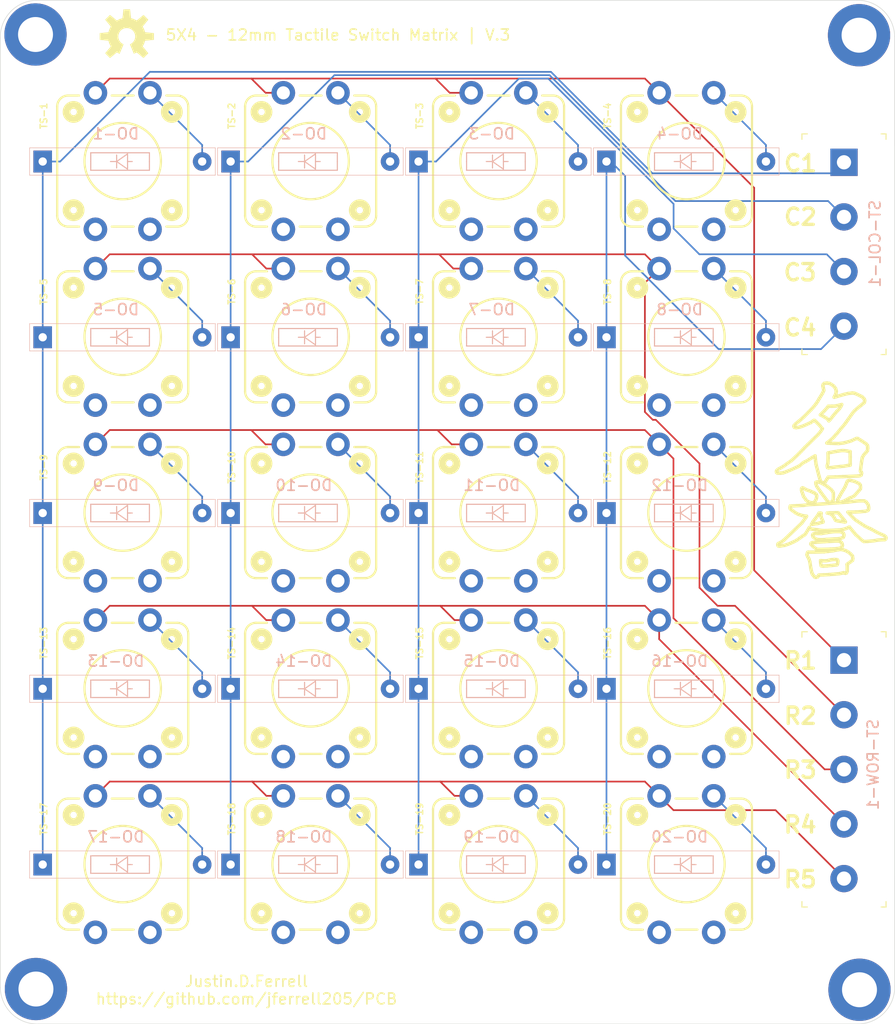
<source format=kicad_pcb>
(kicad_pcb (version 20171130) (host pcbnew "(5.1.10)-1")

  (general
    (thickness 1.6)
    (drawings 19)
    (tracks 148)
    (zones 0)
    (modules 48)
    (nets 30)
  )

  (page USLetter)
  (title_block
    (title Mk3)
    (date 2021-10-19)
    (rev 3)
    (comment 1 "Small Footprint - 5X4 Key Matrix")
  )

  (layers
    (0 F.Cu signal)
    (31 B.Cu signal)
    (32 B.Adhes user)
    (33 F.Adhes user)
    (34 B.Paste user)
    (35 F.Paste user)
    (36 B.SilkS user)
    (37 F.SilkS user)
    (38 B.Mask user)
    (39 F.Mask user)
    (40 Dwgs.User user)
    (41 Cmts.User user)
    (42 Eco1.User user)
    (43 Eco2.User user)
    (44 Edge.Cuts user)
    (45 Margin user)
    (46 B.CrtYd user)
    (47 F.CrtYd user)
    (48 B.Fab user hide)
    (49 F.Fab user hide)
  )

  (setup
    (last_trace_width 0.1524)
    (trace_clearance 0.1524)
    (zone_clearance 0.508)
    (zone_45_only no)
    (trace_min 0.1524)
    (via_size 0.8)
    (via_drill 0.4)
    (via_min_size 0.4)
    (via_min_drill 0.3)
    (uvia_size 0.3)
    (uvia_drill 0.1)
    (uvias_allowed no)
    (uvia_min_size 0.2)
    (uvia_min_drill 0.1)
    (edge_width 0.05)
    (segment_width 0.2)
    (pcb_text_width 0.3)
    (pcb_text_size 1.5 1.5)
    (mod_edge_width 0.12)
    (mod_text_size 1 1)
    (mod_text_width 0.15)
    (pad_size 1.524 1.524)
    (pad_drill 0.762)
    (pad_to_mask_clearance 0)
    (aux_axis_origin 0 0)
    (visible_elements 7FFFFFFF)
    (pcbplotparams
      (layerselection 0x010fc_ffffffff)
      (usegerberextensions false)
      (usegerberattributes true)
      (usegerberadvancedattributes true)
      (creategerberjobfile true)
      (excludeedgelayer true)
      (linewidth 0.100000)
      (plotframeref false)
      (viasonmask false)
      (mode 1)
      (useauxorigin false)
      (hpglpennumber 1)
      (hpglpenspeed 20)
      (hpglpendiameter 15.000000)
      (psnegative false)
      (psa4output false)
      (plotreference true)
      (plotvalue true)
      (plotinvisibletext false)
      (padsonsilk false)
      (subtractmaskfromsilk false)
      (outputformat 1)
      (mirror false)
      (drillshape 0)
      (scaleselection 1)
      (outputdirectory ""))
  )

  (net 0 "")
  (net 1 "Net-(DO-1-Pad2)")
  (net 2 "Net-(DO-1-Pad1)")
  (net 3 "Net-(DO-10-Pad1)")
  (net 4 "Net-(DO-2-Pad2)")
  (net 5 "Net-(DO-11-Pad1)")
  (net 6 "Net-(DO-3-Pad2)")
  (net 7 "Net-(DO-12-Pad1)")
  (net 8 "Net-(DO-4-Pad2)")
  (net 9 "Net-(DO-5-Pad2)")
  (net 10 "Net-(DO-6-Pad2)")
  (net 11 "Net-(DO-7-Pad2)")
  (net 12 "Net-(DO-8-Pad2)")
  (net 13 "Net-(DO-9-Pad2)")
  (net 14 "Net-(DO-10-Pad2)")
  (net 15 "Net-(DO-11-Pad2)")
  (net 16 "Net-(DO-12-Pad2)")
  (net 17 "Net-(DO-13-Pad2)")
  (net 18 "Net-(DO-14-Pad2)")
  (net 19 "Net-(DO-15-Pad2)")
  (net 20 "Net-(DO-16-Pad2)")
  (net 21 "Net-(DO-17-Pad2)")
  (net 22 "Net-(DO-18-Pad2)")
  (net 23 "Net-(DO-19-Pad2)")
  (net 24 "Net-(DO-20-Pad2)")
  (net 25 "Net-(ST-ROW-1-Pad1)")
  (net 26 "Net-(ST-ROW-1-Pad2)")
  (net 27 "Net-(ST-ROW-1-Pad3)")
  (net 28 "Net-(ST-ROW-1-Pad4)")
  (net 29 "Net-(ST-ROW-1-Pad5)")

  (net_class Default "This is the default net class."
    (clearance 0.1524)
    (trace_width 0.1524)
    (via_dia 0.8)
    (via_drill 0.4)
    (uvia_dia 0.3)
    (uvia_drill 0.1)
    (add_net "Net-(DO-1-Pad1)")
    (add_net "Net-(DO-1-Pad2)")
    (add_net "Net-(DO-10-Pad1)")
    (add_net "Net-(DO-10-Pad2)")
    (add_net "Net-(DO-11-Pad1)")
    (add_net "Net-(DO-11-Pad2)")
    (add_net "Net-(DO-12-Pad1)")
    (add_net "Net-(DO-12-Pad2)")
    (add_net "Net-(DO-13-Pad2)")
    (add_net "Net-(DO-14-Pad2)")
    (add_net "Net-(DO-15-Pad2)")
    (add_net "Net-(DO-16-Pad2)")
    (add_net "Net-(DO-17-Pad2)")
    (add_net "Net-(DO-18-Pad2)")
    (add_net "Net-(DO-19-Pad2)")
    (add_net "Net-(DO-2-Pad2)")
    (add_net "Net-(DO-20-Pad2)")
    (add_net "Net-(DO-3-Pad2)")
    (add_net "Net-(DO-4-Pad2)")
    (add_net "Net-(DO-5-Pad2)")
    (add_net "Net-(DO-6-Pad2)")
    (add_net "Net-(DO-7-Pad2)")
    (add_net "Net-(DO-8-Pad2)")
    (add_net "Net-(DO-9-Pad2)")
    (add_net "Net-(ST-ROW-1-Pad1)")
    (add_net "Net-(ST-ROW-1-Pad2)")
    (add_net "Net-(ST-ROW-1-Pad3)")
    (add_net "Net-(ST-ROW-1-Pad4)")
    (add_net "Net-(ST-ROW-1-Pad5)")
  )

  (module Aesthetics:Personal-Insignia (layer F.Cu) (tedit 616F7915) (tstamp 617408AA)
    (at 175.68672 102.59314)
    (fp_text reference REF** (at 0.05 10.09) (layer F.Fab)
      (effects (font (size 1 1) (thickness 0.15)))
    )
    (fp_text value Personal-Insignia (at -17.61 6.97) (layer F.Fab)
      (effects (font (size 1 1) (thickness 0.15)))
    )
    (fp_line (start 1.670268 -6.782744) (end 1.400958 -6.396214) (layer F.SilkS) (width 0.3125))
    (fp_line (start 0.154279 -8.481093) (end 0.337488 -8.528041) (layer F.SilkS) (width 0.3125))
    (fp_line (start 2.919017 -7.998407) (end 2.804036 -7.889726) (layer F.SilkS) (width 0.3125))
    (fp_line (start -0.175277 -4.261601) (end 0.562034 -4.238743) (layer F.SilkS) (width 0.3125))
    (fp_line (start 0.312125 -5.05044) (end 0.159927 -4.874296) (layer F.SilkS) (width 0.3125))
    (fp_line (start 2.707557 -8.525424) (end 2.893146 -8.33628) (layer F.SilkS) (width 0.3125))
    (fp_line (start 0.322362 -8.816793) (end 0.154279 -8.481093) (layer F.SilkS) (width 0.3125))
    (fp_line (start 2.593542 -7.721724) (end 2.463363 -7.616082) (layer F.SilkS) (width 0.3125))
    (fp_line (start 0.44724 -5.199333) (end 0.312125 -5.05044) (layer F.SilkS) (width 0.3125))
    (fp_line (start 1.937403 -7.142426) (end 1.794609 -6.956513) (layer F.SilkS) (width 0.3125))
    (fp_line (start 2.463363 -7.616082) (end 2.260203 -7.444675) (layer F.SilkS) (width 0.3125))
    (fp_line (start 3.074265 -3.42878) (end 2.849391 -3.169402) (layer F.SilkS) (width 0.3125))
    (fp_line (start 3.210303 -3.593338) (end 3.074265 -3.42878) (layer F.SilkS) (width 0.3125))
    (fp_line (start 2.804036 -7.889726) (end 2.688136 -7.802333) (layer F.SilkS) (width 0.3125))
    (fp_line (start 3.228743 -3.83033) (end 3.210303 -3.593338) (layer F.SilkS) (width 0.3125))
    (fp_line (start 3.22108 -3.999599) (end 3.228743 -3.83033) (layer F.SilkS) (width 0.3125))
    (fp_line (start 0.624584 -5.415662) (end 0.44724 -5.199333) (layer F.SilkS) (width 0.3125))
    (fp_line (start 0.792594 -5.621208) (end 0.624584 -5.415662) (layer F.SilkS) (width 0.3125))
    (fp_line (start 1.136447 -6.024211) (end 0.792594 -5.621208) (layer F.SilkS) (width 0.3125))
    (fp_line (start 1.063276 -8.736967) (end 1.428016 -8.821699) (layer F.SilkS) (width 0.3125))
    (fp_line (start 2.260203 -7.444675) (end 2.051597 -7.2703) (layer F.SilkS) (width 0.3125))
    (fp_line (start -0.445961 -4.334119) (end -0.508445 -4.283449) (layer F.SilkS) (width 0.3125))
    (fp_line (start -0.135859 -9.68031) (end 0.118524 -9.499521) (layer F.SilkS) (width 0.3125))
    (fp_line (start 3.184013 -4.09513) (end 3.22108 -3.999599) (layer F.SilkS) (width 0.3125))
    (fp_line (start 3.071739 -4.223895) (end 3.184013 -4.09513) (layer F.SilkS) (width 0.3125))
    (fp_line (start 2.890543 -4.343379) (end 3.071739 -4.223895) (layer F.SilkS) (width 0.3125))
    (fp_line (start 2.596855 -4.533467) (end 2.890543 -4.343379) (layer F.SilkS) (width 0.3125))
    (fp_line (start 2.341885 -4.695401) (end 2.596855 -4.533467) (layer F.SilkS) (width 0.3125))
    (fp_line (start 2.950903 -8.140724) (end 2.919017 -7.998407) (layer F.SilkS) (width 0.3125))
    (fp_line (start 0.337488 -8.528041) (end 1.063276 -8.736967) (layer F.SilkS) (width 0.3125))
    (fp_line (start 2.20665 -4.706421) (end 2.341885 -4.695401) (layer F.SilkS) (width 0.3125))
    (fp_line (start 2.055273 -4.642074) (end 2.20665 -4.706421) (layer F.SilkS) (width 0.3125))
    (fp_line (start 1.681875 -4.470081) (end 2.055273 -4.642074) (layer F.SilkS) (width 0.3125))
    (fp_line (start 1.053945 -4.298964) (end 1.681875 -4.470081) (layer F.SilkS) (width 0.3125))
    (fp_line (start 2.893146 -8.33628) (end 2.94288 -8.242607) (layer F.SilkS) (width 0.3125))
    (fp_line (start 0.351267 -9.028539) (end 0.322362 -8.816793) (layer F.SilkS) (width 0.3125))
    (fp_line (start 0.562034 -4.238743) (end 1.053945 -4.298964) (layer F.SilkS) (width 0.3125))
    (fp_line (start 0.159927 -4.874296) (end 0.001202 -4.704718) (layer F.SilkS) (width 0.3125))
    (fp_line (start -0.508445 -4.283449) (end -0.175277 -4.261601) (layer F.SilkS) (width 0.3125))
    (fp_line (start 2.000033 -8.854291) (end 2.207196 -8.771205) (layer F.SilkS) (width 0.3125))
    (fp_line (start 1.428016 -8.821699) (end 1.806556 -8.866397) (layer F.SilkS) (width 0.3125))
    (fp_line (start 0.001202 -4.704718) (end -0.445961 -4.334119) (layer F.SilkS) (width 0.3125))
    (fp_line (start 1.230591 -6.158185) (end 1.136447 -6.024211) (layer F.SilkS) (width 0.3125))
    (fp_line (start 1.400958 -6.396214) (end 1.230591 -6.158185) (layer F.SilkS) (width 0.3125))
    (fp_line (start 1.794609 -6.956513) (end 1.670268 -6.782744) (layer F.SilkS) (width 0.3125))
    (fp_line (start 1.806556 -8.866397) (end 2.000033 -8.854291) (layer F.SilkS) (width 0.3125))
    (fp_line (start 2.051597 -7.2703) (end 1.937403 -7.142426) (layer F.SilkS) (width 0.3125))
    (fp_line (start 2.688136 -7.802333) (end 2.593542 -7.721724) (layer F.SilkS) (width 0.3125))
    (fp_line (start 2.207196 -8.771205) (end 2.707557 -8.525424) (layer F.SilkS) (width 0.3125))
    (fp_line (start 0.293511 -9.267755) (end 0.351267 -9.028539) (layer F.SilkS) (width 0.3125))
    (fp_line (start 0.118524 -9.499521) (end 0.293511 -9.267755) (layer F.SilkS) (width 0.3125))
    (fp_line (start 2.94288 -8.242607) (end 2.950903 -8.140724) (layer F.SilkS) (width 0.3125))
    (fp_line (start -0.87693 -9.532652) (end -0.845476 -9.648863) (layer F.SilkS) (width 0.3125))
    (fp_line (start -2.175586 -2.752472) (end -2.486868 -2.574938) (layer F.SilkS) (width 0.3125))
    (fp_line (start -0.860321 -9.454938) (end -0.87693 -9.532652) (layer F.SilkS) (width 0.3125))
    (fp_line (start -0.852149 -9.418678) (end -0.860321 -9.454938) (layer F.SilkS) (width 0.3125))
    (fp_line (start -4.499729 -2.144841) (end -4.154374 -2.398676) (layer F.SilkS) (width 0.3125))
    (fp_line (start -2.628388 -6.666745) (end -2.141861 -7.158294) (layer F.SilkS) (width 0.3125))
    (fp_line (start -5.078351 -1.793616) (end -4.969628 -1.888445) (layer F.SilkS) (width 0.3125))
    (fp_line (start -3.063032 -3.324056) (end -2.860161 -3.534124) (layer F.SilkS) (width 0.3125))
    (fp_line (start -1.813591 -4.57963) (end -1.34064 -5.02737) (layer F.SilkS) (width 0.3125))
    (fp_line (start -1.342859 -8.119686) (end -1.195989 -8.371701) (layer F.SilkS) (width 0.3125))
    (fp_line (start -0.786071 -9.110663) (end -0.823332 -9.276185) (layer F.SilkS) (width 0.3125))
    (fp_line (start -1.195989 -8.371701) (end -0.906487 -8.846202) (layer F.SilkS) (width 0.3125))
    (fp_line (start -1.50053 -7.881759) (end -1.342859 -8.119686) (layer F.SilkS) (width 0.3125))
    (fp_line (start -3.042141 -2.185338) (end -3.194993 -2.103446) (layer F.SilkS) (width 0.3125))
    (fp_line (start -0.927559 -5.605086) (end -1.175355 -5.907363) (layer F.SilkS) (width 0.3125))
    (fp_line (start -1.175355 -5.907363) (end -1.487685 -6.216413) (layer F.SilkS) (width 0.3125))
    (fp_line (start -1.669298 -6.369737) (end -1.699794 -6.355295) (layer F.SilkS) (width 0.3125))
    (fp_line (start -4.68174 -2.041916) (end -4.499729 -2.144841) (layer F.SilkS) (width 0.3125))
    (fp_line (start -3.755482 -2.673779) (end -3.063032 -3.324056) (layer F.SilkS) (width 0.3125))
    (fp_line (start -1.936792 -7.36364) (end -1.714851 -7.611077) (layer F.SilkS) (width 0.3125))
    (fp_line (start -2.141861 -7.158294) (end -1.936792 -7.36364) (layer F.SilkS) (width 0.3125))
    (fp_line (start -3.365658 -6.045104) (end -3.071641 -6.286399) (layer F.SilkS) (width 0.3125))
    (fp_line (start -3.022762 -5.736889) (end -3.318274 -5.69287) (layer F.SilkS) (width 0.3125))
    (fp_line (start -3.194993 -2.103446) (end -3.374654 -2.024404) (layer F.SilkS) (width 0.3125))
    (fp_line (start -1.611483 -6.332152) (end -1.669298 -6.369737) (layer F.SilkS) (width 0.3125))
    (fp_line (start -3.502449 -5.902219) (end -3.365658 -6.045104) (layer F.SilkS) (width 0.3125))
    (fp_line (start -3.318274 -5.69287) (end -3.484063 -5.719848) (layer F.SilkS) (width 0.3125))
    (fp_line (start -4.415724 -1.589102) (end -4.536322 -1.547633) (layer F.SilkS) (width 0.3125))
    (fp_line (start -3.529002 -5.819374) (end -3.502449 -5.902219) (layer F.SilkS) (width 0.3125))
    (fp_line (start -4.761079 -1.530132) (end -5.050429 -1.53681) (layer F.SilkS) (width 0.3125))
    (fp_line (start -3.484063 -5.719848) (end -3.529002 -5.819374) (layer F.SilkS) (width 0.3125))
    (fp_line (start -1.699794 -6.355295) (end -1.984944 -6.162173) (layer F.SilkS) (width 0.3125))
    (fp_line (start -2.486868 -2.574938) (end -2.606381 -2.52814) (layer F.SilkS) (width 0.3125))
    (fp_line (start -1.984944 -6.162173) (end -2.463712 -5.940718) (layer F.SilkS) (width 0.3125))
    (fp_line (start -1.077748 -5.349697) (end -0.981101 -5.49526) (layer F.SilkS) (width 0.3125))
    (fp_line (start -2.246134 -4.159656) (end -2.037605 -4.357678) (layer F.SilkS) (width 0.3125))
    (fp_line (start -1.34064 -5.02737) (end -1.077748 -5.349697) (layer F.SilkS) (width 0.3125))
    (fp_line (start -5.122038 -1.603494) (end -5.13025 -1.693864) (layer F.SilkS) (width 0.3125))
    (fp_line (start -3.904316 -1.789906) (end -4.219711 -1.6609) (layer F.SilkS) (width 0.3125))
    (fp_line (start -5.050429 -1.53681) (end -5.122038 -1.603494) (layer F.SilkS) (width 0.3125))
    (fp_line (start -0.823332 -9.276185) (end -0.852149 -9.418678) (layer F.SilkS) (width 0.3125))
    (fp_line (start -1.714851 -7.611077) (end -1.50053 -7.881759) (layer F.SilkS) (width 0.3125))
    (fp_line (start -3.071641 -6.286399) (end -2.628388 -6.666745) (layer F.SilkS) (width 0.3125))
    (fp_line (start -4.219711 -1.6609) (end -4.415724 -1.589102) (layer F.SilkS) (width 0.3125))
    (fp_line (start -2.463712 -5.940718) (end -2.744954 -5.823576) (layer F.SilkS) (width 0.3125))
    (fp_line (start -2.037605 -4.357678) (end -1.813591 -4.57963) (layer F.SilkS) (width 0.3125))
    (fp_line (start -1.487685 -6.216413) (end -1.611483 -6.332152) (layer F.SilkS) (width 0.3125))
    (fp_line (start -2.660991 -3.743775) (end -2.512932 -3.900729) (layer F.SilkS) (width 0.3125))
    (fp_line (start -4.154374 -2.398676) (end -3.755482 -2.673779) (layer F.SilkS) (width 0.3125))
    (fp_line (start -2.860161 -3.534124) (end -2.660991 -3.743775) (layer F.SilkS) (width 0.3125))
    (fp_line (start -4.969628 -1.888445) (end -4.68174 -2.041916) (layer F.SilkS) (width 0.3125))
    (fp_line (start -2.606381 -2.52814) (end -2.746126 -2.423798) (layer F.SilkS) (width 0.3125))
    (fp_line (start -0.981101 -5.49526) (end -0.927559 -5.605086) (layer F.SilkS) (width 0.3125))
    (fp_line (start -5.13025 -1.693864) (end -5.078351 -1.793616) (layer F.SilkS) (width 0.3125))
    (fp_line (start -3.374654 -2.024404) (end -3.904316 -1.789906) (layer F.SilkS) (width 0.3125))
    (fp_line (start -0.495484 -9.776841) (end -0.310674 -9.7589) (layer F.SilkS) (width 0.3125))
    (fp_line (start -2.744954 -5.823576) (end -3.022762 -5.736889) (layer F.SilkS) (width 0.3125))
    (fp_line (start -2.746126 -2.423798) (end -3.042141 -2.185338) (layer F.SilkS) (width 0.3125))
    (fp_line (start -4.536322 -1.547633) (end -4.761079 -1.530132) (layer F.SilkS) (width 0.3125))
    (fp_line (start -0.310674 -9.7589) (end -0.135859 -9.68031) (layer F.SilkS) (width 0.3125))
    (fp_line (start -0.731361 -9.755926) (end -0.495484 -9.776841) (layer F.SilkS) (width 0.3125))
    (fp_line (start -0.845476 -9.648863) (end -0.731361 -9.755926) (layer F.SilkS) (width 0.3125))
    (fp_line (start -0.906487 -8.846202) (end -0.786071 -9.110663) (layer F.SilkS) (width 0.3125))
    (fp_line (start -2.512932 -3.900729) (end -2.246134 -4.159656) (layer F.SilkS) (width 0.3125))
    (fp_line (start -1.499565 -2.33099) (end -1.578551 -2.942785) (layer F.SilkS) (width 0.3125))
    (fp_line (start -1.460815 0.746777) (end -1.521546 0.92961) (layer F.SilkS) (width 0.3125))
    (fp_line (start -1.333311 -1.669957) (end -1.499565 -2.33099) (layer F.SilkS) (width 0.3125))
    (fp_line (start 0.504989 1.048972) (end 0.484824 0.948845) (layer F.SilkS) (width 0.3125))
    (fp_line (start 0.084663 0.302611) (end 0.091443 0.548477) (layer F.SilkS) (width 0.3125))
    (fp_line (start 1.231403 -0.451993) (end 1.313475 -0.661896) (layer F.SilkS) (width 0.3125))
    (fp_line (start -0.497789 -0.327505) (end -0.114049 -0.016873) (layer F.SilkS) (width 0.3125))
    (fp_line (start -1.233011 -1.287267) (end -1.333311 -1.669957) (layer F.SilkS) (width 0.3125))
    (fp_line (start -1.115701 -0.854678) (end -1.233011 -1.287267) (layer F.SilkS) (width 0.3125))
    (fp_line (start 0.543527 1.12831) (end 0.543526 1.12831) (layer F.SilkS) (width 0.3125))
    (fp_line (start 0.736592 1.130864) (end 0.599733 1.155557) (layer F.SilkS) (width 0.3125))
    (fp_line (start -0.109279 1.141518) (end -0.219583 1.154444) (layer F.SilkS) (width 0.3125))
    (fp_line (start 1.016821 -0.02719) (end 1.161044 -0.283982) (layer F.SilkS) (width 0.3125))
    (fp_line (start -1.85864 1.19191) (end -2.069208 1.149236) (layer F.SilkS) (width 0.3125))
    (fp_line (start 0.599733 1.155557) (end 0.543527 1.12831) (layer F.SilkS) (width 0.3125))
    (fp_line (start 1.800657 0.662575) (end 1.593375 0.73837) (layer F.SilkS) (width 0.3125))
    (fp_line (start 0.484824 0.948845) (end 0.47425 0.88549) (layer F.SilkS) (width 0.3125))
    (fp_line (start 0.031409 0.165787) (end 0.084663 0.302611) (layer F.SilkS) (width 0.3125))
    (fp_line (start 1.592701 -0.876506) (end 1.994768 -0.785423) (layer F.SilkS) (width 0.3125))
    (fp_line (start 1.313475 -0.661896) (end 1.361379 -0.778844) (layer F.SilkS) (width 0.3125))
    (fp_line (start 0.543526 1.12831) (end 0.504989 1.048972) (layer F.SilkS) (width 0.3125))
    (fp_line (start -0.219583 1.154444) (end -0.381575 1.119039) (layer F.SilkS) (width 0.3125))
    (fp_line (start 0.07199 0.914423) (end -0.021896 1.07236) (layer F.SilkS) (width 0.3125))
    (fp_line (start -2.069208 1.149236) (end -2.069209 1.149235) (layer F.SilkS) (width 0.3125))
    (fp_line (start 1.916058 0.614221) (end 1.800657 0.662575) (layer F.SilkS) (width 0.3125))
    (fp_line (start 2.545122 -0.4527) (end 2.579058 -0.245869) (layer F.SilkS) (width 0.3125))
    (fp_line (start 1.161044 -0.283982) (end 1.231403 -0.451993) (layer F.SilkS) (width 0.3125))
    (fp_line (start -1.43875 -0.325876) (end -1.513914 -0.545753) (layer F.SilkS) (width 0.3125))
    (fp_line (start 2.04423 0.498482) (end 1.916058 0.614221) (layer F.SilkS) (width 0.3125))
    (fp_line (start -1.514509 -0.686848) (end -1.381075 -0.728934) (layer F.SilkS) (width 0.3125))
    (fp_line (start -0.994831 -0.681897) (end -1.115701 -0.854678) (layer F.SilkS) (width 0.3125))
    (fp_line (start 1.300242 0.90024) (end 1.009845 1.050746) (layer F.SilkS) (width 0.3125))
    (fp_line (start -1.521546 0.92961) (end -1.609764 1.080314) (layer F.SilkS) (width 0.3125))
    (fp_line (start 2.429621 -0.584956) (end 2.545122 -0.4527) (layer F.SilkS) (width 0.3125))
    (fp_line (start 2.249576 0.273756) (end 2.04423 0.498482) (layer F.SilkS) (width 0.3125))
    (fp_line (start 2.426028 0.070524) (end 2.249576 0.273756) (layer F.SilkS) (width 0.3125))
    (fp_line (start 1.43496 -0.845765) (end 1.592701 -0.876506) (layer F.SilkS) (width 0.3125))
    (fp_line (start -1.140554 -0.679665) (end -0.809047 -0.523941) (layer F.SilkS) (width 0.3125))
    (fp_line (start -0.536157 0.928764) (end -1.055172 0.234159) (layer F.SilkS) (width 0.3125))
    (fp_line (start -1.381075 -0.728934) (end -1.140554 -0.679665) (layer F.SilkS) (width 0.3125))
    (fp_line (start 2.556993 -0.092031) (end 2.426028 0.070524) (layer F.SilkS) (width 0.3125))
    (fp_line (start 2.579058 -0.245869) (end 2.556993 -0.092031) (layer F.SilkS) (width 0.3125))
    (fp_line (start 1.994768 -0.785423) (end 2.429621 -0.584956) (layer F.SilkS) (width 0.3125))
    (fp_line (start -1.055172 0.234159) (end -1.43875 -0.325876) (layer F.SilkS) (width 0.3125))
    (fp_line (start 1.361379 -0.778844) (end 1.43496 -0.845765) (layer F.SilkS) (width 0.3125))
    (fp_line (start 0.856143 0.224825) (end 1.016821 -0.02719) (layer F.SilkS) (width 0.3125))
    (fp_line (start 0.707741 0.486175) (end 0.856143 0.224825) (layer F.SilkS) (width 0.3125))
    (fp_line (start -0.021896 1.07236) (end -0.109279 1.141518) (layer F.SilkS) (width 0.3125))
    (fp_line (start 0.091443 0.548477) (end 0.07199 0.914423) (layer F.SilkS) (width 0.3125))
    (fp_line (start 0.47425 0.88549) (end 0.56199 0.763623) (layer F.SilkS) (width 0.3125))
    (fp_line (start -0.114049 -0.016873) (end 0.031409 0.165787) (layer F.SilkS) (width 0.3125))
    (fp_line (start -1.609764 1.080314) (end -1.714833 1.17507) (layer F.SilkS) (width 0.3125))
    (fp_line (start -0.381575 1.119039) (end -0.381579 1.119038) (layer F.SilkS) (width 0.3125))
    (fp_line (start -0.809047 -0.523941) (end -0.497789 -0.327505) (layer F.SilkS) (width 0.3125))
    (fp_line (start -0.381579 1.119038) (end -0.536157 0.928764) (layer F.SilkS) (width 0.3125))
    (fp_line (start -1.878916 -2.948704) (end -2.175586 -2.752472) (layer F.SilkS) (width 0.3125))
    (fp_line (start -1.578551 -2.942785) (end -1.591316 -3.11421) (layer F.SilkS) (width 0.3125))
    (fp_line (start -1.714833 1.17507) (end -1.85864 1.19191) (layer F.SilkS) (width 0.3125))
    (fp_line (start -1.513914 -0.545753) (end -1.514509 -0.686848) (layer F.SilkS) (width 0.3125))
    (fp_line (start 1.009845 1.050746) (end 0.736592 1.130864) (layer F.SilkS) (width 0.3125))
    (fp_line (start 1.593375 0.73837) (end 1.300242 0.90024) (layer F.SilkS) (width 0.3125))
    (fp_line (start 0.56199 0.763623) (end 0.707741 0.486175) (layer F.SilkS) (width 0.3125))
    (fp_line (start -1.724292 -3.031457) (end -1.878916 -2.948704) (layer F.SilkS) (width 0.3125))
    (fp_line (start -1.591316 -3.11421) (end -1.724292 -3.031457) (layer F.SilkS) (width 0.3125))
    (fp_line (start -1.486461 0.413591) (end -1.438208 0.555632) (layer F.SilkS) (width 0.3125))
    (fp_line (start 0.672519 2.264273) (end 0.519749 2.091596) (layer F.SilkS) (width 0.3125))
    (fp_line (start 0.538739 2.855851) (end 0.800089 2.893715) (layer F.SilkS) (width 0.3125))
    (fp_line (start -1.688253 0.26565) (end -1.486461 0.413591) (layer F.SilkS) (width 0.3125))
    (fp_line (start -1.811564 4.157605) (end -1.7826 4.0747) (layer F.SilkS) (width 0.3125))
    (fp_line (start 0.735036 3.827279) (end 0.88375 3.876364) (layer F.SilkS) (width 0.3125))
    (fp_line (start -0.023256 2.305636) (end 0.092667 2.448273) (layer F.SilkS) (width 0.3125))
    (fp_line (start 1.089026 2.78697) (end 0.672519 2.264273) (layer F.SilkS) (width 0.3125))
    (fp_line (start 0.279757 2.780297) (end 0.373427 2.822814) (layer F.SilkS) (width 0.3125))
    (fp_line (start -2.101655 0.088363) (end -1.688253 0.26565) (layer F.SilkS) (width 0.3125))
    (fp_line (start -2.701926 0.424669) (end -2.783367 0.207288) (layer F.SilkS) (width 0.3125))
    (fp_line (start 1.088953 2.786987) (end 1.089026 2.78697) (layer F.SilkS) (width 0.3125))
    (fp_line (start -0.499519 3.912988) (end 0.144734 3.823316) (layer F.SilkS) (width 0.3125))
    (fp_line (start -2.838292 0.003415) (end -2.82233 -0.112636) (layer F.SilkS) (width 0.3125))
    (fp_line (start -2.426546 0.915456) (end -2.523326 0.767369) (layer F.SilkS) (width 0.3125))
    (fp_line (start 0.800089 2.893715) (end 1.160069 2.947534) (layer F.SilkS) (width 0.3125))
    (fp_line (start 1.047661 4.208467) (end 0.989447 4.349671) (layer F.SilkS) (width 0.3125))
    (fp_line (start -1.7826 4.0747) (end -1.704959 4.015493) (layer F.SilkS) (width 0.3125))
    (fp_line (start 0.88375 3.876364) (end 0.985934 3.956878) (layer F.SilkS) (width 0.3125))
    (fp_line (start -1.768981 4.304801) (end -1.811564 4.157605) (layer F.SilkS) (width 0.3125))
    (fp_line (start -1.406799 4.54711) (end -1.615093 4.434102) (layer F.SilkS) (width 0.3125))
    (fp_line (start 0.373427 2.822814) (end 0.538739 2.855851) (layer F.SilkS) (width 0.3125))
    (fp_line (start 1.160069 2.947534) (end 1.186727 2.927498) (layer F.SilkS) (width 0.3125))
    (fp_line (start 0.299701 2.09161) (end -0.235939 2.105119) (layer F.SilkS) (width 0.3125))
    (fp_line (start -2.280144 1.054236) (end -2.426546 0.915456) (layer F.SilkS) (width 0.3125))
    (fp_line (start 0.546836 4.474203) (end 0.176559 4.490849) (layer F.SilkS) (width 0.3125))
    (fp_line (start 0.144734 3.823316) (end 0.735036 3.827279) (layer F.SilkS) (width 0.3125))
    (fp_line (start -1.619949 2.705058) (end -1.777153 2.907889) (layer F.SilkS) (width 0.3125))
    (fp_line (start -2.783367 0.207288) (end -2.838292 0.003415) (layer F.SilkS) (width 0.3125))
    (fp_line (start -2.069209 1.149235) (end -2.280144 1.054236) (layer F.SilkS) (width 0.3125))
    (fp_line (start -2.379202 -0.007166) (end -2.101655 0.088363) (layer F.SilkS) (width 0.3125))
    (fp_line (start -2.59561 -0.128779) (end -2.379202 -0.007166) (layer F.SilkS) (width 0.3125))
    (fp_line (start -2.82233 -0.112636) (end -2.775502 -0.173929) (layer F.SilkS) (width 0.3125))
    (fp_line (start 0.764594 4.433726) (end 0.546836 4.474203) (layer F.SilkS) (width 0.3125))
    (fp_line (start -2.699398 -0.179599) (end -2.59561 -0.128779) (layer F.SilkS) (width 0.3125))
    (fp_line (start 0.519749 2.091596) (end 0.299701 2.09161) (layer F.SilkS) (width 0.3125))
    (fp_line (start -2.775502 -0.173929) (end -2.699398 -0.179599) (layer F.SilkS) (width 0.3125))
    (fp_line (start -0.971511 4.566574) (end -1.406799 4.547109) (layer F.SilkS) (width 0.3125))
    (fp_line (start 1.040826 4.067889) (end 1.047661 4.208467) (layer F.SilkS) (width 0.3125))
    (fp_line (start -0.551486 4.536368) (end -0.971511 4.566574) (layer F.SilkS) (width 0.3125))
    (fp_line (start 0.176559 4.490849) (end -0.551486 4.536368) (layer F.SilkS) (width 0.3125))
    (fp_line (start 0.229099 2.680852) (end 0.279757 2.780297) (layer F.SilkS) (width 0.3125))
    (fp_line (start 0.092667 2.448273) (end 0.151116 2.531877) (layer F.SilkS) (width 0.3125))
    (fp_line (start -1.842499 3.146325) (end -1.842499 3.146325) (layer F.SilkS) (width 0.3125))
    (fp_line (start 0.985934 3.956878) (end 1.040826 4.067889) (layer F.SilkS) (width 0.3125))
    (fp_line (start 0.989447 4.349671) (end 0.764594 4.433726) (layer F.SilkS) (width 0.3125))
    (fp_line (start -1.459144 3.993944) (end -1.021726 4.001245) (layer F.SilkS) (width 0.3125))
    (fp_line (start 1.186727 2.927498) (end 1.088953 2.786987) (layer F.SilkS) (width 0.3125))
    (fp_line (start -0.41143 2.130526) (end -0.177333 2.190018) (layer F.SilkS) (width 0.3125))
    (fp_line (start -0.235939 2.105119) (end -0.475956 2.11836) (layer F.SilkS) (width 0.3125))
    (fp_line (start -2.578713 0.690574) (end -2.647733 0.602857) (layer F.SilkS) (width 0.3125))
    (fp_line (start -1.021726 4.001245) (end -0.499519 3.912988) (layer F.SilkS) (width 0.3125))
    (fp_line (start -1.704959 4.015493) (end -1.592515 3.986427) (layer F.SilkS) (width 0.3125))
    (fp_line (start -1.406799 4.547109) (end -1.406799 4.54711) (layer F.SilkS) (width 0.3125))
    (fp_line (start -1.615093 4.434102) (end -1.768981 4.304801) (layer F.SilkS) (width 0.3125))
    (fp_line (start -0.475956 2.11836) (end -0.41143 2.130526) (layer F.SilkS) (width 0.3125))
    (fp_line (start -2.647733 0.602857) (end -2.701926 0.424669) (layer F.SilkS) (width 0.3125))
    (fp_line (start -2.523326 0.767369) (end -2.578713 0.690574) (layer F.SilkS) (width 0.3125))
    (fp_line (start -1.592515 3.986427) (end -1.459144 3.993944) (layer F.SilkS) (width 0.3125))
    (fp_line (start -0.177333 2.190018) (end -0.023256 2.305636) (layer F.SilkS) (width 0.3125))
    (fp_line (start -1.92707 3.174326) (end -1.842499 3.146325) (layer F.SilkS) (width 0.3125))
    (fp_line (start -1.777153 2.907889) (end -1.92707 3.174326) (layer F.SilkS) (width 0.3125))
    (fp_line (start -1.438208 0.555632) (end -1.460815 0.746777) (layer F.SilkS) (width 0.3125))
    (fp_line (start 0.151116 2.531877) (end 0.229099 2.680852) (layer F.SilkS) (width 0.3125))
    (fp_line (start -1.135944 3.019223) (end -0.967934 2.970903) (layer F.SilkS) (width 0.3125))
    (fp_line (start 4.496441 4.574415) (end 4.136378 4.594275) (layer F.SilkS) (width 0.3125))
    (fp_line (start -1.374508 3.083022) (end -1.135944 3.019223) (layer F.SilkS) (width 0.3125))
    (fp_line (start -1.842499 3.146325) (end -1.697082 3.118324) (layer F.SilkS) (width 0.3125))
    (fp_line (start 4.888071 4.487473) (end 4.792007 4.558705) (layer F.SilkS) (width 0.3125))
    (fp_line (start -4.924665 5.148156) (end -4.973814 5.112956) (layer F.SilkS) (width 0.3125))
    (fp_line (start 2.140421 4.111561) (end 1.93597 3.865038) (layer F.SilkS) (width 0.3125))
    (fp_line (start 3.379644 3.517919) (end 3.61986 3.632844) (layer F.SilkS) (width 0.3125))
    (fp_line (start 0.260515 3.687568) (end -0.243515 3.711444) (layer F.SilkS) (width 0.3125))
    (fp_line (start -4.973814 5.112956) (end -4.973824 5.112955) (layer F.SilkS) (width 0.3125))
    (fp_line (start -4.315047 5.066588) (end -4.782469 5.146349) (layer F.SilkS) (width 0.3125))
    (fp_line (start -3.837067 4.892698) (end -4.315047 5.066588) (layer F.SilkS) (width 0.3125))
    (fp_line (start -2.091392 3.494291) (end -2.113942 3.445013) (layer F.SilkS) (width 0.3125))
    (fp_line (start -1.512927 3.637574) (end -1.802277 3.605077) (layer F.SilkS) (width 0.3125))
    (fp_line (start -1.316915 3.666499) (end -1.512927 3.637574) (layer F.SilkS) (width 0.3125))
    (fp_line (start 3.841794 4.660258) (end 3.208429 4.715934) (layer F.SilkS) (width 0.3125))
    (fp_line (start 4.866795 4.293999) (end 4.906594 4.390612) (layer F.SilkS) (width 0.3125))
    (fp_line (start 2.780776 4.675344) (end 2.140421 4.111561) (layer F.SilkS) (width 0.3125))
    (fp_line (start 4.748715 4.190392) (end 4.866795 4.293999) (layer F.SilkS) (width 0.3125))
    (fp_line (start 2.635054 3.101532) (end 2.985162 3.330521) (layer F.SilkS) (width 0.3125))
    (fp_line (start -3.613053 4.789024) (end -3.837067 4.892698) (layer F.SilkS) (width 0.3125))
    (fp_line (start -3.30656 4.635658) (end -3.613053 4.789024) (layer F.SilkS) (width 0.3125))
    (fp_line (start -2.716998 4.21862) (end -3.010433 4.430369) (layer F.SilkS) (width 0.3125))
    (fp_line (start -2.005785 3.571149) (end -2.091392 3.494291) (layer F.SilkS) (width 0.3125))
    (fp_line (start 3.208429 4.715934) (end 2.880144 4.729427) (layer F.SilkS) (width 0.3125))
    (fp_line (start 2.239302 2.840107) (end 2.635054 3.101532) (layer F.SilkS) (width 0.3125))
    (fp_line (start -3.010433 4.430369) (end -3.30656 4.635658) (layer F.SilkS) (width 0.3125))
    (fp_line (start -2.150608 3.51035) (end -2.46837 4.040959) (layer F.SilkS) (width 0.3125))
    (fp_line (start -2.113942 3.445013) (end -2.150608 3.51035) (layer F.SilkS) (width 0.3125))
    (fp_line (start 2.880144 4.729427) (end 2.780776 4.675344) (layer F.SilkS) (width 0.3125))
    (fp_line (start 4.906594 4.390612) (end 4.888071 4.487473) (layer F.SilkS) (width 0.3125))
    (fp_line (start 4.498105 4.078714) (end 4.748715 4.190392) (layer F.SilkS) (width 0.3125))
    (fp_line (start 1.007227 3.613562) (end 0.760241 3.662006) (layer F.SilkS) (width 0.3125))
    (fp_line (start 4.136378 4.594275) (end 3.841794 4.660258) (layer F.SilkS) (width 0.3125))
    (fp_line (start 4.792007 4.558705) (end 4.496441 4.574415) (layer F.SilkS) (width 0.3125))
    (fp_line (start 2.155296 2.783153) (end 2.239302 2.840107) (layer F.SilkS) (width 0.3125))
    (fp_line (start 1.978401 2.640667) (end 2.155296 2.783153) (layer F.SilkS) (width 0.3125))
    (fp_line (start 1.754036 2.399613) (end 1.978401 2.640667) (layer F.SilkS) (width 0.3125))
    (fp_line (start -0.778321 3.724591) (end -1.148905 3.700171) (layer F.SilkS) (width 0.3125))
    (fp_line (start -0.243515 3.711444) (end -0.778321 3.724591) (layer F.SilkS) (width 0.3125))
    (fp_line (start -1.030025 2.499404) (end -1.066496 2.321747) (layer F.SilkS) (width 0.3125))
    (fp_line (start 3.61986 3.632844) (end 4.043208 3.871746) (layer F.SilkS) (width 0.3125))
    (fp_line (start -1.697082 3.118324) (end -1.374508 3.083022) (layer F.SilkS) (width 0.3125))
    (fp_line (start -1.42897 2.456089) (end -1.619949 2.705058) (layer F.SilkS) (width 0.3125))
    (fp_line (start -4.782469 5.146349) (end -4.924665 5.148156) (layer F.SilkS) (width 0.3125))
    (fp_line (start 0.760241 3.662006) (end 0.260515 3.687568) (layer F.SilkS) (width 0.3125))
    (fp_line (start -1.272036 2.222741) (end -1.42897 2.456089) (layer F.SilkS) (width 0.3125))
    (fp_line (start 1.551687 3.398395) (end 1.258445 3.538398) (layer F.SilkS) (width 0.3125))
    (fp_line (start -1.217087 2.119596) (end -1.272036 2.222741) (layer F.SilkS) (width 0.3125))
    (fp_line (start -1.802277 3.605077) (end -2.005785 3.571149) (layer F.SilkS) (width 0.3125))
    (fp_line (start -1.113367 2.125969) (end -1.217087 2.119596) (layer F.SilkS) (width 0.3125))
    (fp_line (start 1.93597 3.865038) (end 1.551687 3.398395) (layer F.SilkS) (width 0.3125))
    (fp_line (start -1.031834 2.135933) (end -1.113367 2.125969) (layer F.SilkS) (width 0.3125))
    (fp_line (start -1.148905 3.700171) (end -1.316915 3.666499) (layer F.SilkS) (width 0.3125))
    (fp_line (start -2.46837 4.040959) (end -2.573365 4.138943) (layer F.SilkS) (width 0.3125))
    (fp_line (start -1.037277 2.159971) (end -1.031834 2.135933) (layer F.SilkS) (width 0.3125))
    (fp_line (start -1.066496 2.321747) (end -1.037277 2.159971) (layer F.SilkS) (width 0.3125))
    (fp_line (start 2.985162 3.330521) (end 3.379644 3.517919) (layer F.SilkS) (width 0.3125))
    (fp_line (start -2.573365 4.138943) (end -2.716998 4.21862) (layer F.SilkS) (width 0.3125))
    (fp_line (start -0.85577 2.907219) (end -1.030025 2.499404) (layer F.SilkS) (width 0.3125))
    (fp_line (start -0.866452 2.954227) (end -0.85577 2.907219) (layer F.SilkS) (width 0.3125))
    (fp_line (start -0.967934 2.970903) (end -0.866452 2.954227) (layer F.SilkS) (width 0.3125))
    (fp_line (start 1.258445 3.538398) (end 1.007227 3.613562) (layer F.SilkS) (width 0.3125))
    (fp_line (start 4.043208 3.871746) (end 4.498105 4.078714) (layer F.SilkS) (width 0.3125))
    (fp_line (start -3.415391 2.082161) (end -3.685688 1.877443) (layer F.SilkS) (width 0.3125))
    (fp_line (start 0.807506 4.805398) (end 0.887496 4.928163) (layer F.SilkS) (width 0.3125))
    (fp_line (start -1.532123 4.797854) (end -0.700893 4.743911) (layer F.SilkS) (width 0.3125))
    (fp_line (start -1.972756 4.972635) (end -1.965559 4.894984) (layer F.SilkS) (width 0.3125))
    (fp_line (start -1.822 4.824587) (end -1.532123 4.797854) (layer F.SilkS) (width 0.3125))
    (fp_line (start -3.885291 1.63295) (end -3.85852 1.478166) (layer F.SilkS) (width 0.3125))
    (fp_line (start -2.809551 3.043937) (end -2.434136 2.528227) (layer F.SilkS) (width 0.3125))
    (fp_line (start -4.808573 4.843367) (end -4.659003 4.767613) (layer F.SilkS) (width 0.3125))
    (fp_line (start -3.85852 1.478166) (end -3.277042 1.451421) (layer F.SilkS) (width 0.3125))
    (fp_line (start 0.732783 5.325756) (end 0.387747 5.387056) (layer F.SilkS) (width 0.3125))
    (fp_line (start -2.253447 1.361872) (end -1.630975 1.326576) (layer F.SilkS) (width 0.3125))
    (fp_line (start -3.314698 3.528072) (end -2.809551 3.043937) (layer F.SilkS) (width 0.3125))
    (fp_line (start -3.829885 1.755574) (end -3.865798 1.718259) (layer F.SilkS) (width 0.3125))
    (fp_line (start 3.274584 1.854068) (end 3.185333 1.916154) (layer F.SilkS) (width 0.3125))
    (fp_line (start -0.98091 5.443642) (end -1.360773 5.447927) (layer F.SilkS) (width 0.3125))
    (fp_line (start 3.234873 1.305114) (end 3.296383 1.444202) (layer F.SilkS) (width 0.3125))
    (fp_line (start -4.467681 4.622209) (end -3.817066 4.001237) (layer F.SilkS) (width 0.3125))
    (fp_line (start 2.921878 1.009135) (end 3.086614 1.108874) (layer F.SilkS) (width 0.3125))
    (fp_line (start 0.59653 1.177828) (end 1.415874 1.12172) (layer F.SilkS) (width 0.3125))
    (fp_line (start -0.448867 1.250353) (end 0.017828 1.21349) (layer F.SilkS) (width 0.3125))
    (fp_line (start -4.659003 4.767613) (end -4.467681 4.622209) (layer F.SilkS) (width 0.3125))
    (fp_line (start 0.864266 5.227235) (end 0.732783 5.325756) (layer F.SilkS) (width 0.3125))
    (fp_line (start 0.91377 5.091795) (end 0.864266 5.227235) (layer F.SilkS) (width 0.3125))
    (fp_line (start -1.903586 4.857255) (end -1.822 4.824587) (layer F.SilkS) (width 0.3125))
    (fp_line (start -4.973824 5.112955) (end -5.002771 5.009871) (layer F.SilkS) (width 0.3125))
    (fp_line (start -0.912265 1.288697) (end -0.448867 1.250353) (layer F.SilkS) (width 0.3125))
    (fp_line (start -2.371095 2.41416) (end -2.497383 2.401266) (layer F.SilkS) (width 0.3125))
    (fp_line (start -1.360773 5.447927) (end -1.473675 5.414624) (layer F.SilkS) (width 0.3125))
    (fp_line (start -1.630975 1.326576) (end -0.912265 1.288697) (layer F.SilkS) (width 0.3125))
    (fp_line (start -2.434136 2.528227) (end -2.371095 2.41416) (layer F.SilkS) (width 0.3125))
    (fp_line (start -4.967544 4.92073) (end -4.808573 4.843367) (layer F.SilkS) (width 0.3125))
    (fp_line (start 0.017828 1.21349) (end 0.59653 1.177828) (layer F.SilkS) (width 0.3125))
    (fp_line (start 1.522214 2.142931) (end 1.754036 2.399613) (layer F.SilkS) (width 0.3125))
    (fp_line (start 0.527118 4.687009) (end 0.677173 4.710871) (layer F.SilkS) (width 0.3125))
    (fp_line (start -2.497383 2.401266) (end -2.772539 2.350585) (layer F.SilkS) (width 0.3125))
    (fp_line (start -0.187527 5.423096) (end -0.98091 5.443642) (layer F.SilkS) (width 0.3125))
    (fp_line (start 0.677173 4.710871) (end 0.807506 4.805398) (layer F.SilkS) (width 0.3125))
    (fp_line (start 1.417149 2.035591) (end 1.522214 2.142931) (layer F.SilkS) (width 0.3125))
    (fp_line (start 1.753554 2.033258) (end 1.417149 2.035591) (layer F.SilkS) (width 0.3125))
    (fp_line (start 2.141294 2.02274) (end 1.753554 2.033258) (layer F.SilkS) (width 0.3125))
    (fp_line (start 2.484622 2.008389) (end 2.141294 2.02274) (layer F.SilkS) (width 0.3125))
    (fp_line (start 3.032682 1.958809) (end 2.484622 2.008389) (layer F.SilkS) (width 0.3125))
    (fp_line (start 3.185333 1.916154) (end 3.032682 1.958809) (layer F.SilkS) (width 0.3125))
    (fp_line (start -3.137036 2.231278) (end -3.415391 2.082161) (layer F.SilkS) (width 0.3125))
    (fp_line (start 0.887496 4.928163) (end 0.91377 5.091795) (layer F.SilkS) (width 0.3125))
    (fp_line (start 3.313888 1.755769) (end 3.274584 1.854068) (layer F.SilkS) (width 0.3125))
    (fp_line (start 3.316697 1.604472) (end 3.313888 1.755769) (layer F.SilkS) (width 0.3125))
    (fp_line (start 3.296383 1.444202) (end 3.316697 1.604472) (layer F.SilkS) (width 0.3125))
    (fp_line (start 3.086614 1.108874) (end 3.234873 1.305114) (layer F.SilkS) (width 0.3125))
    (fp_line (start 2.089955 1.035693) (end 2.536542 1.002029) (layer F.SilkS) (width 0.3125))
    (fp_line (start -1.965559 4.894984) (end -1.903586 4.857255) (layer F.SilkS) (width 0.3125))
    (fp_line (start -3.865798 1.718259) (end -3.885291 1.63295) (layer F.SilkS) (width 0.3125))
    (fp_line (start -0.700893 4.743911) (end 0.391175 4.684822) (layer F.SilkS) (width 0.3125))
    (fp_line (start 2.536542 1.002029) (end 2.921878 1.009135) (layer F.SilkS) (width 0.3125))
    (fp_line (start 1.415874 1.12172) (end 2.089955 1.035693) (layer F.SilkS) (width 0.3125))
    (fp_line (start -3.277042 1.451421) (end -2.633002 1.420142) (layer F.SilkS) (width 0.3125))
    (fp_line (start -3.685688 1.877443) (end -3.829885 1.755574) (layer F.SilkS) (width 0.3125))
    (fp_line (start -1.473675 5.414624) (end -1.473674 5.414623) (layer F.SilkS) (width 0.3125))
    (fp_line (start 0.387747 5.387056) (end -0.187527 5.423096) (layer F.SilkS) (width 0.3125))
    (fp_line (start -3.817066 4.001237) (end -3.314698 3.528072) (layer F.SilkS) (width 0.3125))
    (fp_line (start -2.633002 1.420142) (end -2.253447 1.361872) (layer F.SilkS) (width 0.3125))
    (fp_line (start -2.772539 2.350585) (end -3.137036 2.231278) (layer F.SilkS) (width 0.3125))
    (fp_line (start -5.002771 5.009871) (end -4.967544 4.92073) (layer F.SilkS) (width 0.3125))
    (fp_line (start 0.391175 4.684822) (end 0.527118 4.687009) (layer F.SilkS) (width 0.3125))
    (fp_line (start 0.045825 5.58085) (end 0.269838 5.532687) (layer F.SilkS) (width 0.3125))
    (fp_line (start 0.540521 5.478191) (end 0.754442 5.454456) (layer F.SilkS) (width 0.3125))
    (fp_line (start -2.071403 6.570016) (end -2.156767 6.310509) (layer F.SilkS) (width 0.3125))
    (fp_line (start -1.280651 7.869268) (end -1.375618 7.97651) (layer F.SilkS) (width 0.3125))
    (fp_line (start 0.458254 7.690247) (end 0.252907 7.709375) (layer F.SilkS) (width 0.3125))
    (fp_line (start 0.158728 6.372177) (end -0.151239 6.398165) (layer F.SilkS) (width 0.3125))
    (fp_line (start 1.288915 7.600991) (end 1.182371 7.634612) (layer F.SilkS) (width 0.3125))
    (fp_line (start 1.457829 6.728284) (end 1.339073 6.821233) (layer F.SilkS) (width 0.3125))
    (fp_line (start 1.352626 5.638568) (end 1.46068 5.706572) (layer F.SilkS) (width 0.3125))
    (fp_line (start -1.944305 7.361348) (end -1.979978 7.165336) (layer F.SilkS) (width 0.3125))
    (fp_line (start 1.240893 5.571752) (end 1.352626 5.638568) (layer F.SilkS) (width 0.3125))
    (fp_line (start -2.156767 6.310509) (end -2.266239 6.106626) (layer F.SilkS) (width 0.3125))
    (fp_line (start 1.867896 6.275292) (end 1.838782 6.455174) (layer F.SilkS) (width 0.3125))
    (fp_line (start 0.419051 6.866959) (end 0.466271 6.76254) (layer F.SilkS) (width 0.3125))
    (fp_line (start -0.131524 6.926873) (end 0.419051 6.866959) (layer F.SilkS) (width 0.3125))
    (fp_line (start 1.182371 7.634612) (end 1.064168 7.605528) (layer F.SilkS) (width 0.3125))
    (fp_line (start -0.276293 7.750821) (end -0.811271 7.782496) (layer F.SilkS) (width 0.3125))
    (fp_line (start 1.831005 6.054049) (end 1.867896 6.275292) (layer F.SilkS) (width 0.3125))
    (fp_line (start 1.064168 7.605528) (end 1.006545 7.584451) (layer F.SilkS) (width 0.3125))
    (fp_line (start 1.46068 5.706572) (end 1.670968 5.86622) (layer F.SilkS) (width 0.3125))
    (fp_line (start -2.29144 5.778488) (end -2.24917 5.703817) (layer F.SilkS) (width 0.3125))
    (fp_line (start 0.252907 7.709375) (end 0.022392 7.727462) (layer F.SilkS) (width 0.3125))
    (fp_line (start 0.921279 7.605386) (end 0.687169 7.667488) (layer F.SilkS) (width 0.3125))
    (fp_line (start 0.754442 5.454456) (end 1.006671 5.499232) (layer F.SilkS) (width 0.3125))
    (fp_line (start 1.679673 6.576664) (end 1.457829 6.728284) (layer F.SilkS) (width 0.3125))
    (fp_line (start 1.838782 6.455174) (end 1.679673 6.576664) (layer F.SilkS) (width 0.3125))
    (fp_line (start 1.670968 5.86622) (end 1.831005 6.054049) (layer F.SilkS) (width 0.3125))
    (fp_line (start -2.333791 5.940339) (end -2.29144 5.778488) (layer F.SilkS) (width 0.3125))
    (fp_line (start 0.269838 5.532687) (end 0.540521 5.478191) (layer F.SilkS) (width 0.3125))
    (fp_line (start -1.512365 5.694484) (end -0.754465 5.671431) (layer F.SilkS) (width 0.3125))
    (fp_line (start -2.266239 6.106626) (end -2.333791 5.940339) (layer F.SilkS) (width 0.3125))
    (fp_line (start -2.24917 5.703817) (end -1.512365 5.694484) (layer F.SilkS) (width 0.3125))
    (fp_line (start -1.774373 5.176202) (end -1.972756 4.972635) (layer F.SilkS) (width 0.3125))
    (fp_line (start 0.687169 7.667488) (end 0.458254 7.690247) (layer F.SilkS) (width 0.3125))
    (fp_line (start -1.473674 5.414623) (end -1.774373 5.176202) (layer F.SilkS) (width 0.3125))
    (fp_line (start -0.476876 6.954843) (end -0.476879 6.954843) (layer F.SilkS) (width 0.3125))
    (fp_line (start 1.348813 7.446982) (end 1.288915 7.600991) (layer F.SilkS) (width 0.3125))
    (fp_line (start -0.815416 6.982194) (end -0.476876 6.954843) (layer F.SilkS) (width 0.3125))
    (fp_line (start -0.984243 6.975738) (end -0.815416 6.982194) (layer F.SilkS) (width 0.3125))
    (fp_line (start -1.03943 6.931225) (end -0.984243 6.975738) (layer F.SilkS) (width 0.3125))
    (fp_line (start -1.080633 6.676627) (end -1.03943 6.931225) (layer F.SilkS) (width 0.3125))
    (fp_line (start -0.601358 6.497719) (end -0.949957 6.487069) (layer F.SilkS) (width 0.3125))
    (fp_line (start -0.365827 6.460273) (end -0.601358 6.497719) (layer F.SilkS) (width 0.3125))
    (fp_line (start 1.006545 7.584451) (end 0.921279 7.605386) (layer F.SilkS) (width 0.3125))
    (fp_line (start -0.476879 6.954843) (end -0.131524 6.926873) (layer F.SilkS) (width 0.3125))
    (fp_line (start -1.609548 7.989896) (end -1.609549 7.98991) (layer F.SilkS) (width 0.3125))
    (fp_line (start 1.354867 6.953234) (end 1.348813 7.446982) (layer F.SilkS) (width 0.3125))
    (fp_line (start -1.375618 7.97651) (end -1.495533 8.007418) (layer F.SilkS) (width 0.3125))
    (fp_line (start 0.022392 7.727462) (end -0.276293 7.750821) (layer F.SilkS) (width 0.3125))
    (fp_line (start -0.381108 5.629358) (end 0.045825 5.58085) (layer F.SilkS) (width 0.3125))
    (fp_line (start -0.151239 6.398165) (end -0.365827 6.460273) (layer F.SilkS) (width 0.3125))
    (fp_line (start 0.433955 6.389931) (end 0.158728 6.372177) (layer F.SilkS) (width 0.3125))
    (fp_line (start -0.811271 7.782496) (end -1.239003 7.794597) (layer F.SilkS) (width 0.3125))
    (fp_line (start 1.006671 5.499232) (end 1.240893 5.571752) (layer F.SilkS) (width 0.3125))
    (fp_line (start -0.754465 5.671431) (end -0.381108 5.629358) (layer F.SilkS) (width 0.3125))
    (fp_line (start 0.466271 6.76254) (end 0.496563 6.54786) (layer F.SilkS) (width 0.3125))
    (fp_line (start -1.087018 6.473367) (end -1.080633 6.676627) (layer F.SilkS) (width 0.3125))
    (fp_line (start -1.239003 7.794597) (end -1.280651 7.869268) (layer F.SilkS) (width 0.3125))
    (fp_line (start -1.979978 7.165336) (end -2.071403 6.570016) (layer F.SilkS) (width 0.3125))
    (fp_line (start -0.949957 6.487069) (end -1.087018 6.473367) (layer F.SilkS) (width 0.3125))
    (fp_line (start 0.478594 6.444487) (end 0.433955 6.389931) (layer F.SilkS) (width 0.3125))
    (fp_line (start 0.496563 6.54786) (end 0.478594 6.444487) (layer F.SilkS) (width 0.3125))
    (fp_line (start -1.495533 8.007418) (end -1.609548 7.989896) (layer F.SilkS) (width 0.3125))
    (fp_line (start 1.339073 6.821233) (end 1.354867 6.953234) (layer F.SilkS) (width 0.3125))
    (fp_line (start -1.88679 7.585369) (end -1.944305 7.361348) (layer F.SilkS) (width 0.3125))
    (fp_line (start -1.846892 7.699598) (end -1.88679 7.585369) (layer F.SilkS) (width 0.3125))
    (fp_line (start -1.752713 7.832573) (end -1.846892 7.699598) (layer F.SilkS) (width 0.3125))
    (fp_line (start -1.609549 7.98991) (end -1.752713 7.832573) (layer F.SilkS) (width 0.3125))
    (fp_line (start 0.082949 -6.80214) (end 0.082951 -6.80214) (layer F.SilkS) (width 0.3125))
    (fp_line (start -0.331184 -6.316789) (end -0.234134 -6.410862) (layer F.SilkS) (width 0.3125))
    (fp_line (start -0.380257 -7.6559) (end -0.445937 -7.557907) (layer F.SilkS) (width 0.3125))
    (fp_line (start 2.659237 -1.599362) (end 2.668709 -1.50483) (layer F.SilkS) (width 0.3125))
    (fp_line (start -0.390842 -6.410862) (end -0.331184 -6.316789) (layer F.SilkS) (width 0.3125))
    (fp_line (start -0.385985 -1.165459) (end -0.52 -0.964159) (layer F.SilkS) (width 0.3125))
    (fp_line (start 0.742644 -2.136256) (end 1.106666 -2.173593) (layer F.SilkS) (width 0.3125))
    (fp_line (start -0.515009 -6.541888) (end -0.390842 -6.410862) (layer F.SilkS) (width 0.3125))
    (fp_line (start -0.896924 -6.765275) (end -0.7207 -6.66501) (layer F.SilkS) (width 0.3125))
    (fp_line (start 2.558535 -1.711225) (end 2.613622 -1.659766) (layer F.SilkS) (width 0.3125))
    (fp_line (start -1.050933 -6.841436) (end -0.896924 -6.765275) (layer F.SilkS) (width 0.3125))
    (fp_line (start -0.464333 -2.095514) (end -0.433552 -2.026451) (layer F.SilkS) (width 0.3125))
    (fp_line (start 2.351357 -1.267765) (end 1.539307 -1.232779) (layer F.SilkS) (width 0.3125))
    (fp_line (start -0.168799 -2.03309) (end 0.213891 -2.086693) (layer F.SilkS) (width 0.3125))
    (fp_line (start 0.283739 -7.670977) (end -0.036552 -7.659607) (layer F.SilkS) (width 0.3125))
    (fp_line (start -0.403758 -3.377109) (end -0.396017 -2.922026) (layer F.SilkS) (width 0.3125))
    (fp_line (start 2.668709 -1.50483) (end 2.631128 -1.35639) (layer F.SilkS) (width 0.3125))
    (fp_line (start 1.620291 -2.259129) (end 1.626465 -2.393908) (layer F.SilkS) (width 0.3125))
    (fp_line (start -0.52 -0.964159) (end -0.669657 -0.711957) (layer F.SilkS) (width 0.3125))
    (fp_line (start 1.106666 -2.173593) (end 1.352628 -2.219946) (layer F.SilkS) (width 0.3125))
    (fp_line (start 0.251227 -1.182997) (end -0.385985 -1.165459) (layer F.SilkS) (width 0.3125))
    (fp_line (start 1.539307 -1.232779) (end 0.960605 -1.21118) (layer F.SilkS) (width 0.3125))
    (fp_line (start 2.613622 -1.659766) (end 2.659237 -1.599362) (layer F.SilkS) (width 0.3125))
    (fp_line (start 2.631128 -1.35639) (end 2.519083 -1.296278) (layer F.SilkS) (width 0.3125))
    (fp_line (start -0.365393 -2.015934) (end -0.16879 -2.033091) (layer F.SilkS) (width 0.3125))
    (fp_line (start -0.445937 -7.557907) (end -0.708937 -7.266095) (layer F.SilkS) (width 0.3125))
    (fp_line (start 1.619713 -3.507) (end 1.532844 -3.517627) (layer F.SilkS) (width 0.3125))
    (fp_line (start 0.213891 -2.086693) (end 0.742644 -2.136256) (layer F.SilkS) (width 0.3125))
    (fp_line (start -0.346944 -3.397316) (end -0.403758 -3.377109) (layer F.SilkS) (width 0.3125))
    (fp_line (start -0.433552 -2.026451) (end -0.365393 -2.015934) (layer F.SilkS) (width 0.3125))
    (fp_line (start -0.075449 -3.444772) (end -0.346944 -3.397316) (layer F.SilkS) (width 0.3125))
    (fp_line (start 0.484495 -7.721467) (end 0.283739 -7.670977) (layer F.SilkS) (width 0.3125))
    (fp_line (start 0.773929 -7.640385) (end 0.851673 -7.814748) (layer F.SilkS) (width 0.3125))
    (fp_line (start -0.16879 -2.033091) (end -0.168799 -2.03309) (layer F.SilkS) (width 0.3125))
    (fp_line (start 1.626183 -3.017843) (end 1.619713 -3.507) (layer F.SilkS) (width 0.3125))
    (fp_line (start -0.7207 -6.66501) (end -0.515009 -6.541888) (layer F.SilkS) (width 0.3125))
    (fp_line (start -0.708937 -7.266095) (end -1.101877 -6.865775) (layer F.SilkS) (width 0.3125))
    (fp_line (start -0.036552 -7.659607) (end -0.380257 -7.6559) (layer F.SilkS) (width 0.3125))
    (fp_line (start 0.62652 -7.415119) (end 0.773929 -7.640385) (layer F.SilkS) (width 0.3125))
    (fp_line (start 1.561131 -2.250298) (end 1.620291 -2.259129) (layer F.SilkS) (width 0.3125))
    (fp_line (start 0.398406 -7.184545) (end 0.62652 -7.415119) (layer F.SilkS) (width 0.3125))
    (fp_line (start 0.958488 -3.604066) (end 0.531253 -3.554266) (layer F.SilkS) (width 0.3125))
    (fp_line (start 2.594805 -2.017278) (end 2.558535 -1.711225) (layer F.SilkS) (width 0.3125))
    (fp_line (start 1.532844 -3.517627) (end 1.323311 -3.56517) (layer F.SilkS) (width 0.3125))
    (fp_line (start 2.666868 -2.566012) (end 2.64 -2.37) (layer F.SilkS) (width 0.3125))
    (fp_line (start 1.352628 -2.219946) (end 1.561131 -2.250298) (layer F.SilkS) (width 0.3125))
    (fp_line (start 1.626465 -2.393908) (end 1.626183 -3.017843) (layer F.SilkS) (width 0.3125))
    (fp_line (start -0.834328 -0.653307) (end -0.994832 -0.681896) (layer F.SilkS) (width 0.3125))
    (fp_line (start 1.323311 -3.56517) (end 0.958488 -3.604066) (layer F.SilkS) (width 0.3125))
    (fp_line (start 2.519083 -1.296278) (end 2.351357 -1.267765) (layer F.SilkS) (width 0.3125))
    (fp_line (start 0.082951 -6.80214) (end 0.398406 -7.184545) (layer F.SilkS) (width 0.3125))
    (fp_line (start -0.419477 -2.404476) (end -0.472425 -2.241893) (layer F.SilkS) (width 0.3125))
    (fp_line (start -0.994832 -0.681896) (end -0.994831 -0.681897) (layer F.SilkS) (width 0.3125))
    (fp_line (start -0.669657 -0.711957) (end -0.733718 -0.662164) (layer F.SilkS) (width 0.3125))
    (fp_line (start 0.531253 -3.554266) (end -0.075449 -3.444772) (layer F.SilkS) (width 0.3125))
    (fp_line (start 0.960605 -1.21118) (end 0.251227 -1.182997) (layer F.SilkS) (width 0.3125))
    (fp_line (start -0.234134 -6.410862) (end 0.082949 -6.80214) (layer F.SilkS) (width 0.3125))
    (fp_line (start 0.851673 -7.814748) (end 0.484495 -7.721467) (layer F.SilkS) (width 0.3125))
    (fp_line (start -1.101877 -6.865775) (end -1.050933 -6.841436) (layer F.SilkS) (width 0.3125))
    (fp_line (start -0.472425 -2.241893) (end -0.464333 -2.095514) (layer F.SilkS) (width 0.3125))
    (fp_line (start -0.396017 -2.922026) (end -0.419477 -2.404476) (layer F.SilkS) (width 0.3125))
    (fp_line (start 2.849391 -3.169402) (end 2.731792 -2.951476) (layer F.SilkS) (width 0.3125))
    (fp_line (start -0.733718 -0.662164) (end -0.834328 -0.653307) (layer F.SilkS) (width 0.3125))
    (fp_line (start 2.731792 -2.951476) (end 2.666868 -2.566012) (layer F.SilkS) (width 0.3125))
    (fp_line (start 2.64 -2.37) (end 2.594805 -2.017278) (layer F.SilkS) (width 0.3125))
  )

  (module Aesthetics:OSHW-LOGO-M (layer F.Cu) (tedit 200000) (tstamp 6171A33F)
    (at 111.07928 61.08719)
    (descr "OPEN-SOURCE HARDWARE (OSHW) LOGO - MEDIUM - SILKSCREEN")
    (tags "OPEN-SOURCE HARDWARE (OSHW) LOGO - MEDIUM - SILKSCREEN")
    (attr virtual)
    (fp_text reference "" (at 0 0) (layer F.SilkS)
      (effects (font (size 1.524 1.524) (thickness 0.15)))
    )
    (fp_text value "" (at 0 0) (layer F.SilkS)
      (effects (font (size 1.524 1.524) (thickness 0.15)))
    )
    (fp_poly (pts (xy 0.65532 1.5875) (xy 0.90932 1.45542) (xy 1.5367 1.9685) (xy 1.9685 1.5367)
      (xy 1.45542 0.90932) (xy 1.5875 0.65532) (xy 1.67386 0.38608) (xy 2.47904 0.30226)
      (xy 2.47904 -0.30226) (xy 1.67386 -0.38608) (xy 1.5875 -0.65532) (xy 1.45542 -0.90932)
      (xy 1.9685 -1.5367) (xy 1.5367 -1.9685) (xy 0.90932 -1.45542) (xy 0.65532 -1.5875)
      (xy 0.38608 -1.67386) (xy 0.30226 -2.47904) (xy -0.30226 -2.47904) (xy -0.38608 -1.67386)
      (xy -0.65532 -1.5875) (xy -0.90932 -1.45542) (xy -1.5367 -1.9685) (xy -1.9685 -1.5367)
      (xy -1.45542 -0.90932) (xy -1.5875 -0.65532) (xy -1.67386 -0.38608) (xy -2.47904 -0.30226)
      (xy -2.47904 0.30226) (xy -1.67386 0.38608) (xy -1.5875 0.65532) (xy -1.45542 0.90932)
      (xy -1.9685 1.5367) (xy -1.5367 1.9685) (xy -0.90932 1.45542) (xy -0.65532 1.5875)
      (xy -0.29718 0.72136) (xy -0.4318 0.6477) (xy -0.55118 0.55118) (xy -0.6477 0.4318)
      (xy -0.72136 0.29718) (xy -0.76454 0.1524) (xy -0.77978 0) (xy -0.76454 -0.15748)
      (xy -0.71374 -0.31242) (xy -0.635 -0.44958) (xy -0.53086 -0.5715) (xy -0.40132 -0.66802)
      (xy -0.25654 -0.7366) (xy -0.1016 -0.77216) (xy 0.05588 -0.77724) (xy 0.2159 -0.7493)
      (xy 0.36322 -0.68834) (xy 0.49784 -0.59944) (xy 0.6096 -0.48514) (xy 0.69596 -0.35052)
      (xy 0.75438 -0.20066) (xy 0.77978 -0.04318) (xy 0.77216 0.1143) (xy 0.73152 0.26924)
      (xy 0.6604 0.41402) (xy 0.56134 0.54102) (xy 0.43942 0.64516) (xy 0.29718 0.72136)) (layer F.SilkS) (width 0.01))
  )

  (module MountingHole:MountingHole_3.2mm_M3_ISO7380_Pad (layer F.Cu) (tedit 56D1B4CB) (tstamp 617122DE)
    (at 178.16322 148.35632 180)
    (descr "Mounting Hole 3.2mm, M3, ISO7380")
    (tags "mounting hole 3.2mm m3 iso7380")
    (attr virtual)
    (fp_text reference REF** (at 0 -3.85) (layer B.Fab)
      (effects (font (size 1 1) (thickness 0.15)))
    )
    (fp_text value MountingHole_3.2mm_M3_ISO7380_Pad (at 0 3.85) (layer F.Fab)
      (effects (font (size 1 1) (thickness 0.15)))
    )
    (fp_circle (center 0 0) (end 3.1 0) (layer F.CrtYd) (width 0.05))
    (fp_circle (center 0 0) (end 2.85 0) (layer Cmts.User) (width 0.15))
    (fp_text user %R (at 0.3 0) (layer F.Fab)
      (effects (font (size 1 1) (thickness 0.15)))
    )
    (pad 1 thru_hole circle (at 0 0 180) (size 5.7 5.7) (drill 3.2) (layers *.Cu *.Mask))
  )

  (module MountingHole:MountingHole_3.2mm_M3_ISO7380_Pad (layer F.Cu) (tedit 56D1B4CB) (tstamp 617122D7)
    (at 102.76586 148.29028 180)
    (descr "Mounting Hole 3.2mm, M3, ISO7380")
    (tags "mounting hole 3.2mm m3 iso7380")
    (attr virtual)
    (fp_text reference REF** (at 0 -3.85) (layer B.Fab) hide
      (effects (font (size 1 1) (thickness 0.15)) (justify mirror))
    )
    (fp_text value MountingHole_3.2mm_M3_ISO7380_Pad (at 0 3.85) (layer F.Fab)
      (effects (font (size 1 1) (thickness 0.15)))
    )
    (fp_circle (center 0 0) (end 3.1 0) (layer F.CrtYd) (width 0.05))
    (fp_circle (center 0 0) (end 2.85 0) (layer Cmts.User) (width 0.15))
    (fp_text user %R (at 0.3 0) (layer F.Fab)
      (effects (font (size 1 1) (thickness 0.15)))
    )
    (pad 1 thru_hole circle (at 0 0 180) (size 5.7 5.7) (drill 3.2) (layers *.Cu *.Mask))
  )

  (module MountingHole:MountingHole_3.2mm_M3_ISO7380_Pad (layer F.Cu) (tedit 56D1B4CB) (tstamp 6171155F)
    (at 102.72522 60.90666)
    (descr "Mounting Hole 3.2mm, M3, ISO7380")
    (tags "mounting hole 3.2mm m3 iso7380")
    (attr virtual)
    (fp_text reference REF** (at 0 -3.85) (layer B.Fab)
      (effects (font (size 1 1) (thickness 0.15)))
    )
    (fp_text value MountingHole_3.2mm_M3_ISO7380_Pad (at 0 3.85) (layer F.Fab)
      (effects (font (size 1 1) (thickness 0.15)))
    )
    (fp_circle (center 0 0) (end 3.1 0) (layer F.CrtYd) (width 0.05))
    (fp_circle (center 0 0) (end 2.85 0) (layer Cmts.User) (width 0.15))
    (fp_text user %R (at 0.3 0) (layer F.Fab)
      (effects (font (size 1 1) (thickness 0.15)))
    )
    (pad 1 thru_hole circle (at 0 0) (size 5.7 5.7) (drill 3.2) (layers *.Cu *.Mask))
  )

  (module MountingHole:MountingHole_3.2mm_M3_ISO7380_Pad (layer F.Cu) (tedit 56D1B4CB) (tstamp 61711534)
    (at 178.12258 60.9727)
    (descr "Mounting Hole 3.2mm, M3, ISO7380")
    (tags "mounting hole 3.2mm m3 iso7380")
    (attr virtual)
    (fp_text reference REF** (at 0 -3.85) (layer B.Fab) hide
      (effects (font (size 1 1) (thickness 0.15)) (justify mirror))
    )
    (fp_text value MountingHole_3.2mm_M3_ISO7380_Pad (at 0 3.85) (layer F.Fab)
      (effects (font (size 1 1) (thickness 0.15)))
    )
    (fp_circle (center 0 0) (end 3.1 0) (layer F.CrtYd) (width 0.05))
    (fp_circle (center 0 0) (end 2.85 0) (layer Cmts.User) (width 0.15))
    (fp_text user %R (at 0.3 0) (layer F.Fab)
      (effects (font (size 1 1) (thickness 0.15)))
    )
    (pad 1 thru_hole circle (at 0 0) (size 5.7 5.7) (drill 3.2) (layers *.Cu *.Mask))
  )

  (module digikey-footprints:Term_Block_1x5_P5mm (layer F.Cu) (tedit 5D4199F6) (tstamp 617127ED)
    (at 176.74336 118.18112 270)
    (descr http://www.on-shore.com/wp-content/uploads/2015/09/osttcxx0162.pdf)
    (path /617370FA)
    (fp_text reference ST-ROW-1 (at 9.55802 -2.66446 90) (layer B.SilkS)
      (effects (font (size 1 1) (thickness 0.15)) (justify mirror))
    )
    (fp_text value Conn_01x05 (at 11 5 90) (layer F.Fab)
      (effects (font (size 1 1) (thickness 0.15)))
    )
    (fp_line (start -2.5 -3.75) (end -2.5 3.75) (layer F.Fab) (width 0.1))
    (fp_line (start -2.75 -4) (end -2.75 4) (layer F.CrtYd) (width 0.05))
    (fp_line (start 22.45 -3.75) (end -2.5 -3.75) (layer F.Fab) (width 0.1))
    (fp_line (start 22.5 3.75) (end -2.5 3.75) (layer F.Fab) (width 0.1))
    (fp_line (start 22.5 -3.75) (end 22.5 3.75) (layer F.Fab) (width 0.1))
    (fp_line (start -2.75 4) (end 22.75 4) (layer F.CrtYd) (width 0.05))
    (fp_line (start 22.75 -4) (end 22.75 4) (layer F.CrtYd) (width 0.05))
    (fp_line (start -2.75 -4) (end 22.75 -4) (layer F.CrtYd) (width 0.05))
    (fp_line (start 22.6 -3.85) (end 22.1 -3.85) (layer F.SilkS) (width 0.1))
    (fp_line (start 22.6 -3.85) (end 22.6 -3.4) (layer F.SilkS) (width 0.1))
    (fp_line (start -2.6 -3.85) (end -2.6 -3.4) (layer F.SilkS) (width 0.1))
    (fp_line (start -2.6 -3.85) (end -2.1 -3.85) (layer F.SilkS) (width 0.1))
    (fp_line (start -2.6 3.85) (end -2.1 3.85) (layer F.SilkS) (width 0.1))
    (fp_line (start -2.6 3.85) (end -2.6 3.35) (layer F.SilkS) (width 0.1))
    (fp_line (start 22.6 3.85) (end 22.6 3.35) (layer F.SilkS) (width 0.1))
    (fp_line (start 22.6 3.85) (end 22.1 3.85) (layer F.SilkS) (width 0.1))
    (fp_text user %R (at 10.05 0.1 90) (layer F.Fab)
      (effects (font (size 1 1) (thickness 0.15)))
    )
    (pad 5 thru_hole circle (at 20 0 270) (size 2.5 2.5) (drill 1.3) (layers *.Cu *.Mask)
      (net 29 "Net-(ST-ROW-1-Pad5)"))
    (pad 4 thru_hole circle (at 15 0 270) (size 2.5 2.5) (drill 1.3) (layers *.Cu *.Mask)
      (net 28 "Net-(ST-ROW-1-Pad4)"))
    (pad 3 thru_hole circle (at 10 0 270) (size 2.5 2.5) (drill 1.3) (layers *.Cu *.Mask)
      (net 27 "Net-(ST-ROW-1-Pad3)"))
    (pad 2 thru_hole circle (at 5 0 270) (size 2.5 2.5) (drill 1.3) (layers *.Cu *.Mask)
      (net 26 "Net-(ST-ROW-1-Pad2)"))
    (pad 1 thru_hole rect (at 0 0 270) (size 2.5 2.5) (drill 1.3) (layers *.Cu *.Mask)
      (net 25 "Net-(ST-ROW-1-Pad1)"))
  )

  (module digikey-footprints:Term_Block_1x4_P5mm (layer F.Cu) (tedit 5D4199E1) (tstamp 61712837)
    (at 176.74336 72.6059 270)
    (descr http://www.on-shore.com/wp-content/uploads/2015/09/osttcxx0162.pdf)
    (path /61736379)
    (fp_text reference ST-COL-1 (at 7.45236 -2.84226 90) (layer B.SilkS)
      (effects (font (size 1 1) (thickness 0.15)) (justify mirror))
    )
    (fp_text value P5MM-TB (at 7.8 4.9 90) (layer F.Fab)
      (effects (font (size 1 1) (thickness 0.15)))
    )
    (fp_line (start -2.5 -3.75) (end -2.5 3.75) (layer F.Fab) (width 0.1))
    (fp_line (start -2.75 -4) (end -2.75 4) (layer F.CrtYd) (width 0.05))
    (fp_line (start 17.5 -3.75) (end -2.5 -3.75) (layer F.Fab) (width 0.1))
    (fp_line (start 17.5 3.75) (end -2.5 3.75) (layer F.Fab) (width 0.1))
    (fp_line (start 17.5 -3.75) (end 17.5 3.75) (layer F.Fab) (width 0.1))
    (fp_line (start -2.75 4) (end 17.75 4) (layer F.CrtYd) (width 0.05))
    (fp_line (start 17.75 -4) (end 17.75 4) (layer F.CrtYd) (width 0.05))
    (fp_line (start -2.75 -4) (end 17.75 -4) (layer F.CrtYd) (width 0.05))
    (fp_line (start 17.6 -3.85) (end 17.1 -3.85) (layer F.SilkS) (width 0.1))
    (fp_line (start 17.6 -3.85) (end 17.6 -3.4) (layer F.SilkS) (width 0.1))
    (fp_line (start -2.6 -3.85) (end -2.6 -3.4) (layer F.SilkS) (width 0.1))
    (fp_line (start -2.6 -3.85) (end -2.1 -3.85) (layer F.SilkS) (width 0.1))
    (fp_line (start -2.6 3.85) (end -2.1 3.85) (layer F.SilkS) (width 0.1))
    (fp_line (start -2.6 3.85) (end -2.6 3.35) (layer F.SilkS) (width 0.1))
    (fp_line (start 17.6 3.85) (end 17.6 3.35) (layer F.SilkS) (width 0.1))
    (fp_line (start 17.6 3.85) (end 17.1 3.85) (layer F.SilkS) (width 0.1))
    (fp_text user %R (at 7.6 0.1 90) (layer F.Fab)
      (effects (font (size 1 1) (thickness 0.15)))
    )
    (pad 4 thru_hole circle (at 15 0 270) (size 2.5 2.5) (drill 1.3) (layers *.Cu *.Mask)
      (net 7 "Net-(DO-12-Pad1)"))
    (pad 3 thru_hole circle (at 10 0 270) (size 2.5 2.5) (drill 1.3) (layers *.Cu *.Mask)
      (net 5 "Net-(DO-11-Pad1)"))
    (pad 2 thru_hole circle (at 5 0 270) (size 2.5 2.5) (drill 1.3) (layers *.Cu *.Mask)
      (net 3 "Net-(DO-10-Pad1)"))
    (pad 1 thru_hole rect (at 0 0 270) (size 2.5 2.5) (drill 1.3) (layers *.Cu *.Mask)
      (net 2 "Net-(DO-1-Pad1)"))
  )

  (module Switches:TACTILE_SWITCH_PTH_12MM (layer F.Cu) (tedit 200000) (tstamp 61713425)
    (at 162.32344 136.85414 90)
    (descr "MOMENTARY SWITCH (PUSHBUTTON) - SPST - PTH, 12MM SQUARE")
    (tags "MOMENTARY SWITCH (PUSHBUTTON) - SPST - PTH, 12MM SQUARE")
    (path /616BE13C)
    (attr virtual)
    (fp_text reference TS-20 (at 4.13766 -7.2263 270) (layer F.SilkS)
      (effects (font (size 0.6096 0.6096) (thickness 0.127)))
    )
    (fp_text value PTH-12MM (at 0 6.731 90) (layer F.Fab) hide
      (effects (font (size 0.6096 0.6096) (thickness 0.127)))
    )
    (fp_circle (center -4.49834 4.49834) (end -4.49834 4.19862) (layer F.SilkS) (width 0.6985))
    (fp_circle (center 4.49834 4.49834) (end 4.49834 4.19862) (layer F.SilkS) (width 0.6985))
    (fp_circle (center 4.49834 -4.49834) (end 4.49834 -4.79806) (layer F.SilkS) (width 0.6985))
    (fp_circle (center -4.49834 -4.49834) (end -4.49834 -4.79806) (layer F.SilkS) (width 0.6985))
    (fp_circle (center 0 0) (end 0 -3.49758) (layer F.SilkS) (width 0.2032))
    (fp_line (start -5.99948 0.99822) (end -5.99948 -0.99822) (layer F.SilkS) (width 0.2032))
    (fp_line (start -5.99948 4.99872) (end -5.99948 3.99796) (layer F.SilkS) (width 0.2032))
    (fp_line (start 4.99872 5.99948) (end -4.99872 5.99948) (layer F.SilkS) (width 0.2032))
    (fp_line (start 5.99948 3.99796) (end 5.99948 4.99872) (layer F.SilkS) (width 0.2032))
    (fp_line (start 5.99948 -0.99822) (end 5.99948 0.99822) (layer F.SilkS) (width 0.2032))
    (fp_line (start 5.99948 -4.99872) (end 5.99948 -3.99796) (layer F.SilkS) (width 0.2032))
    (fp_line (start -4.99872 -5.99948) (end 4.99872 -5.99948) (layer F.SilkS) (width 0.2032))
    (fp_line (start -5.99948 -3.99796) (end -5.99948 -4.99872) (layer F.SilkS) (width 0.2032))
    (fp_line (start 4.99872 -0.19812) (end 4.99872 -0.99822) (layer Dwgs.User) (width 0.2032))
    (fp_line (start 4.99872 0.6985) (end 4.49834 0.19812) (layer Dwgs.User) (width 0.2032))
    (fp_line (start 4.99872 1.29794) (end 4.99872 0.6985) (layer Dwgs.User) (width 0.2032))
    (fp_arc (start -4.99872 -4.99872) (end -5.99948 -4.99872) (angle 90) (layer F.SilkS) (width 0.2032))
    (fp_arc (start 4.99872 -4.99872) (end 4.99872 -5.99948) (angle 90) (layer F.SilkS) (width 0.2032))
    (fp_arc (start 4.99872 4.99872) (end 5.99948 4.99872) (angle 90) (layer F.SilkS) (width 0.2032))
    (fp_arc (start -4.99872 4.99872) (end -4.99872 5.99948) (angle 90) (layer F.SilkS) (width 0.2032))
    (pad 1 thru_hole circle (at 6.2484 2.49936 90) (size 2.159 2.159) (drill 1.19888) (layers *.Cu *.Mask)
      (net 24 "Net-(DO-20-Pad2)") (solder_mask_margin 0.1016))
    (pad 2 thru_hole circle (at -6.2484 2.49936 90) (size 2.159 2.159) (drill 1.19888) (layers *.Cu *.Mask)
      (solder_mask_margin 0.1016))
    (pad 3 thru_hole circle (at 6.2484 -2.49936 90) (size 2.159 2.159) (drill 1.19888) (layers *.Cu *.Mask)
      (net 29 "Net-(ST-ROW-1-Pad5)") (solder_mask_margin 0.1016))
    (pad 4 thru_hole circle (at -6.2484 -2.49936 90) (size 2.159 2.159) (drill 1.19888) (layers *.Cu *.Mask)
      (solder_mask_margin 0.1016))
  )

  (module Switches:TACTILE_SWITCH_PTH_12MM (layer F.Cu) (tedit 200000) (tstamp 61712FC0)
    (at 145.11844 136.85414 90)
    (descr "MOMENTARY SWITCH (PUSHBUTTON) - SPST - PTH, 12MM SQUARE")
    (tags "MOMENTARY SWITCH (PUSHBUTTON) - SPST - PTH, 12MM SQUARE")
    (path /616B0D15)
    (attr virtual)
    (fp_text reference TS-19 (at 4.13766 -7.2263 270) (layer F.SilkS)
      (effects (font (size 0.6096 0.6096) (thickness 0.127)))
    )
    (fp_text value PTH-12MM (at 0 6.731 90) (layer F.Fab) hide
      (effects (font (size 0.6096 0.6096) (thickness 0.127)))
    )
    (fp_circle (center -4.49834 4.49834) (end -4.49834 4.19862) (layer F.SilkS) (width 0.6985))
    (fp_circle (center 4.49834 4.49834) (end 4.49834 4.19862) (layer F.SilkS) (width 0.6985))
    (fp_circle (center 4.49834 -4.49834) (end 4.49834 -4.79806) (layer F.SilkS) (width 0.6985))
    (fp_circle (center -4.49834 -4.49834) (end -4.49834 -4.79806) (layer F.SilkS) (width 0.6985))
    (fp_circle (center 0 0) (end 0 -3.49758) (layer F.SilkS) (width 0.2032))
    (fp_line (start -5.99948 0.99822) (end -5.99948 -0.99822) (layer F.SilkS) (width 0.2032))
    (fp_line (start -5.99948 4.99872) (end -5.99948 3.99796) (layer F.SilkS) (width 0.2032))
    (fp_line (start 4.99872 5.99948) (end -4.99872 5.99948) (layer F.SilkS) (width 0.2032))
    (fp_line (start 5.99948 3.99796) (end 5.99948 4.99872) (layer F.SilkS) (width 0.2032))
    (fp_line (start 5.99948 -0.99822) (end 5.99948 0.99822) (layer F.SilkS) (width 0.2032))
    (fp_line (start 5.99948 -4.99872) (end 5.99948 -3.99796) (layer F.SilkS) (width 0.2032))
    (fp_line (start -4.99872 -5.99948) (end 4.99872 -5.99948) (layer F.SilkS) (width 0.2032))
    (fp_line (start -5.99948 -3.99796) (end -5.99948 -4.99872) (layer F.SilkS) (width 0.2032))
    (fp_line (start 4.99872 -0.19812) (end 4.99872 -0.99822) (layer Dwgs.User) (width 0.2032))
    (fp_line (start 4.99872 0.6985) (end 4.49834 0.19812) (layer Dwgs.User) (width 0.2032))
    (fp_line (start 4.99872 1.29794) (end 4.99872 0.6985) (layer Dwgs.User) (width 0.2032))
    (fp_arc (start -4.99872 -4.99872) (end -5.99948 -4.99872) (angle 90) (layer F.SilkS) (width 0.2032))
    (fp_arc (start 4.99872 -4.99872) (end 4.99872 -5.99948) (angle 90) (layer F.SilkS) (width 0.2032))
    (fp_arc (start 4.99872 4.99872) (end 5.99948 4.99872) (angle 90) (layer F.SilkS) (width 0.2032))
    (fp_arc (start -4.99872 4.99872) (end -4.99872 5.99948) (angle 90) (layer F.SilkS) (width 0.2032))
    (pad 1 thru_hole circle (at 6.2484 2.49936 90) (size 2.159 2.159) (drill 1.19888) (layers *.Cu *.Mask)
      (net 23 "Net-(DO-19-Pad2)") (solder_mask_margin 0.1016))
    (pad 2 thru_hole circle (at -6.2484 2.49936 90) (size 2.159 2.159) (drill 1.19888) (layers *.Cu *.Mask)
      (solder_mask_margin 0.1016))
    (pad 3 thru_hole circle (at 6.2484 -2.49936 90) (size 2.159 2.159) (drill 1.19888) (layers *.Cu *.Mask)
      (net 29 "Net-(ST-ROW-1-Pad5)") (solder_mask_margin 0.1016))
    (pad 4 thru_hole circle (at -6.2484 -2.49936 90) (size 2.159 2.159) (drill 1.19888) (layers *.Cu *.Mask)
      (solder_mask_margin 0.1016))
  )

  (module Switches:TACTILE_SWITCH_PTH_12MM (layer F.Cu) (tedit 200000) (tstamp 61712D83)
    (at 127.91344 136.85414 90)
    (descr "MOMENTARY SWITCH (PUSHBUTTON) - SPST - PTH, 12MM SQUARE")
    (tags "MOMENTARY SWITCH (PUSHBUTTON) - SPST - PTH, 12MM SQUARE")
    (path /616A012F)
    (attr virtual)
    (fp_text reference TS-18 (at 4.13766 -7.2263 270) (layer F.SilkS)
      (effects (font (size 0.6096 0.6096) (thickness 0.127)))
    )
    (fp_text value PTH-12MM (at 0 6.731 90) (layer F.Fab) hide
      (effects (font (size 0.6096 0.6096) (thickness 0.127)))
    )
    (fp_circle (center -4.49834 4.49834) (end -4.49834 4.19862) (layer F.SilkS) (width 0.6985))
    (fp_circle (center 4.49834 4.49834) (end 4.49834 4.19862) (layer F.SilkS) (width 0.6985))
    (fp_circle (center 4.49834 -4.49834) (end 4.49834 -4.79806) (layer F.SilkS) (width 0.6985))
    (fp_circle (center -4.49834 -4.49834) (end -4.49834 -4.79806) (layer F.SilkS) (width 0.6985))
    (fp_circle (center 0 0) (end 0 -3.49758) (layer F.SilkS) (width 0.2032))
    (fp_line (start -5.99948 0.99822) (end -5.99948 -0.99822) (layer F.SilkS) (width 0.2032))
    (fp_line (start -5.99948 4.99872) (end -5.99948 3.99796) (layer F.SilkS) (width 0.2032))
    (fp_line (start 4.99872 5.99948) (end -4.99872 5.99948) (layer F.SilkS) (width 0.2032))
    (fp_line (start 5.99948 3.99796) (end 5.99948 4.99872) (layer F.SilkS) (width 0.2032))
    (fp_line (start 5.99948 -0.99822) (end 5.99948 0.99822) (layer F.SilkS) (width 0.2032))
    (fp_line (start 5.99948 -4.99872) (end 5.99948 -3.99796) (layer F.SilkS) (width 0.2032))
    (fp_line (start -4.99872 -5.99948) (end 4.99872 -5.99948) (layer F.SilkS) (width 0.2032))
    (fp_line (start -5.99948 -3.99796) (end -5.99948 -4.99872) (layer F.SilkS) (width 0.2032))
    (fp_line (start 4.99872 -0.19812) (end 4.99872 -0.99822) (layer Dwgs.User) (width 0.2032))
    (fp_line (start 4.99872 0.6985) (end 4.49834 0.19812) (layer Dwgs.User) (width 0.2032))
    (fp_line (start 4.99872 1.29794) (end 4.99872 0.6985) (layer Dwgs.User) (width 0.2032))
    (fp_arc (start -4.99872 -4.99872) (end -5.99948 -4.99872) (angle 90) (layer F.SilkS) (width 0.2032))
    (fp_arc (start 4.99872 -4.99872) (end 4.99872 -5.99948) (angle 90) (layer F.SilkS) (width 0.2032))
    (fp_arc (start 4.99872 4.99872) (end 5.99948 4.99872) (angle 90) (layer F.SilkS) (width 0.2032))
    (fp_arc (start -4.99872 4.99872) (end -4.99872 5.99948) (angle 90) (layer F.SilkS) (width 0.2032))
    (pad 1 thru_hole circle (at 6.2484 2.49936 90) (size 2.159 2.159) (drill 1.19888) (layers *.Cu *.Mask)
      (net 22 "Net-(DO-18-Pad2)") (solder_mask_margin 0.1016))
    (pad 2 thru_hole circle (at -6.2484 2.49936 90) (size 2.159 2.159) (drill 1.19888) (layers *.Cu *.Mask)
      (solder_mask_margin 0.1016))
    (pad 3 thru_hole circle (at 6.2484 -2.49936 90) (size 2.159 2.159) (drill 1.19888) (layers *.Cu *.Mask)
      (net 29 "Net-(ST-ROW-1-Pad5)") (solder_mask_margin 0.1016))
    (pad 4 thru_hole circle (at -6.2484 -2.49936 90) (size 2.159 2.159) (drill 1.19888) (layers *.Cu *.Mask)
      (solder_mask_margin 0.1016))
  )

  (module Switches:TACTILE_SWITCH_PTH_12MM (layer F.Cu) (tedit 200000) (tstamp 61713239)
    (at 110.70844 136.85414 90)
    (descr "MOMENTARY SWITCH (PUSHBUTTON) - SPST - PTH, 12MM SQUARE")
    (tags "MOMENTARY SWITCH (PUSHBUTTON) - SPST - PTH, 12MM SQUARE")
    (path /61693DF8)
    (attr virtual)
    (fp_text reference TS-17 (at 4.13766 -7.2263 270) (layer F.SilkS)
      (effects (font (size 0.6096 0.6096) (thickness 0.127)))
    )
    (fp_text value PTH-12MM (at 0 6.731 90) (layer F.Fab) hide
      (effects (font (size 0.6096 0.6096) (thickness 0.127)))
    )
    (fp_circle (center -4.49834 4.49834) (end -4.49834 4.19862) (layer F.SilkS) (width 0.6985))
    (fp_circle (center 4.49834 4.49834) (end 4.49834 4.19862) (layer F.SilkS) (width 0.6985))
    (fp_circle (center 4.49834 -4.49834) (end 4.49834 -4.79806) (layer F.SilkS) (width 0.6985))
    (fp_circle (center -4.49834 -4.49834) (end -4.49834 -4.79806) (layer F.SilkS) (width 0.6985))
    (fp_circle (center 0 0) (end 0 -3.49758) (layer F.SilkS) (width 0.2032))
    (fp_line (start -5.99948 0.99822) (end -5.99948 -0.99822) (layer F.SilkS) (width 0.2032))
    (fp_line (start -5.99948 4.99872) (end -5.99948 3.99796) (layer F.SilkS) (width 0.2032))
    (fp_line (start 4.99872 5.99948) (end -4.99872 5.99948) (layer F.SilkS) (width 0.2032))
    (fp_line (start 5.99948 3.99796) (end 5.99948 4.99872) (layer F.SilkS) (width 0.2032))
    (fp_line (start 5.99948 -0.99822) (end 5.99948 0.99822) (layer F.SilkS) (width 0.2032))
    (fp_line (start 5.99948 -4.99872) (end 5.99948 -3.99796) (layer F.SilkS) (width 0.2032))
    (fp_line (start -4.99872 -5.99948) (end 4.99872 -5.99948) (layer F.SilkS) (width 0.2032))
    (fp_line (start -5.99948 -3.99796) (end -5.99948 -4.99872) (layer F.SilkS) (width 0.2032))
    (fp_line (start 4.99872 -0.19812) (end 4.99872 -0.99822) (layer Dwgs.User) (width 0.2032))
    (fp_line (start 4.99872 0.6985) (end 4.49834 0.19812) (layer Dwgs.User) (width 0.2032))
    (fp_line (start 4.99872 1.29794) (end 4.99872 0.6985) (layer Dwgs.User) (width 0.2032))
    (fp_arc (start -4.99872 -4.99872) (end -5.99948 -4.99872) (angle 90) (layer F.SilkS) (width 0.2032))
    (fp_arc (start 4.99872 -4.99872) (end 4.99872 -5.99948) (angle 90) (layer F.SilkS) (width 0.2032))
    (fp_arc (start 4.99872 4.99872) (end 5.99948 4.99872) (angle 90) (layer F.SilkS) (width 0.2032))
    (fp_arc (start -4.99872 4.99872) (end -4.99872 5.99948) (angle 90) (layer F.SilkS) (width 0.2032))
    (pad 1 thru_hole circle (at 6.2484 2.49936 90) (size 2.159 2.159) (drill 1.19888) (layers *.Cu *.Mask)
      (net 21 "Net-(DO-17-Pad2)") (solder_mask_margin 0.1016))
    (pad 2 thru_hole circle (at -6.2484 2.49936 90) (size 2.159 2.159) (drill 1.19888) (layers *.Cu *.Mask)
      (solder_mask_margin 0.1016))
    (pad 3 thru_hole circle (at 6.2484 -2.49936 90) (size 2.159 2.159) (drill 1.19888) (layers *.Cu *.Mask)
      (net 29 "Net-(ST-ROW-1-Pad5)") (solder_mask_margin 0.1016))
    (pad 4 thru_hole circle (at -6.2484 -2.49936 90) (size 2.159 2.159) (drill 1.19888) (layers *.Cu *.Mask)
      (solder_mask_margin 0.1016))
  )

  (module Switches:TACTILE_SWITCH_PTH_12MM (layer F.Cu) (tedit 200000) (tstamp 61712AA4)
    (at 162.32344 120.76414 90)
    (descr "MOMENTARY SWITCH (PUSHBUTTON) - SPST - PTH, 12MM SQUARE")
    (tags "MOMENTARY SWITCH (PUSHBUTTON) - SPST - PTH, 12MM SQUARE")
    (path /616BE125)
    (attr virtual)
    (fp_text reference TS-16 (at 4.13766 -7.2263 270) (layer F.SilkS)
      (effects (font (size 0.6096 0.6096) (thickness 0.127)))
    )
    (fp_text value PTH-12MM (at 0 6.731 90) (layer F.Fab) hide
      (effects (font (size 0.6096 0.6096) (thickness 0.127)))
    )
    (fp_circle (center -4.49834 4.49834) (end -4.49834 4.19862) (layer F.SilkS) (width 0.6985))
    (fp_circle (center 4.49834 4.49834) (end 4.49834 4.19862) (layer F.SilkS) (width 0.6985))
    (fp_circle (center 4.49834 -4.49834) (end 4.49834 -4.79806) (layer F.SilkS) (width 0.6985))
    (fp_circle (center -4.49834 -4.49834) (end -4.49834 -4.79806) (layer F.SilkS) (width 0.6985))
    (fp_circle (center 0 0) (end 0 -3.49758) (layer F.SilkS) (width 0.2032))
    (fp_line (start -5.99948 0.99822) (end -5.99948 -0.99822) (layer F.SilkS) (width 0.2032))
    (fp_line (start -5.99948 4.99872) (end -5.99948 3.99796) (layer F.SilkS) (width 0.2032))
    (fp_line (start 4.99872 5.99948) (end -4.99872 5.99948) (layer F.SilkS) (width 0.2032))
    (fp_line (start 5.99948 3.99796) (end 5.99948 4.99872) (layer F.SilkS) (width 0.2032))
    (fp_line (start 5.99948 -0.99822) (end 5.99948 0.99822) (layer F.SilkS) (width 0.2032))
    (fp_line (start 5.99948 -4.99872) (end 5.99948 -3.99796) (layer F.SilkS) (width 0.2032))
    (fp_line (start -4.99872 -5.99948) (end 4.99872 -5.99948) (layer F.SilkS) (width 0.2032))
    (fp_line (start -5.99948 -3.99796) (end -5.99948 -4.99872) (layer F.SilkS) (width 0.2032))
    (fp_line (start 4.99872 -0.19812) (end 4.99872 -0.99822) (layer Dwgs.User) (width 0.2032))
    (fp_line (start 4.99872 0.6985) (end 4.49834 0.19812) (layer Dwgs.User) (width 0.2032))
    (fp_line (start 4.99872 1.29794) (end 4.99872 0.6985) (layer Dwgs.User) (width 0.2032))
    (fp_arc (start -4.99872 -4.99872) (end -5.99948 -4.99872) (angle 90) (layer F.SilkS) (width 0.2032))
    (fp_arc (start 4.99872 -4.99872) (end 4.99872 -5.99948) (angle 90) (layer F.SilkS) (width 0.2032))
    (fp_arc (start 4.99872 4.99872) (end 5.99948 4.99872) (angle 90) (layer F.SilkS) (width 0.2032))
    (fp_arc (start -4.99872 4.99872) (end -4.99872 5.99948) (angle 90) (layer F.SilkS) (width 0.2032))
    (pad 1 thru_hole circle (at 6.2484 2.49936 90) (size 2.159 2.159) (drill 1.19888) (layers *.Cu *.Mask)
      (net 20 "Net-(DO-16-Pad2)") (solder_mask_margin 0.1016))
    (pad 2 thru_hole circle (at -6.2484 2.49936 90) (size 2.159 2.159) (drill 1.19888) (layers *.Cu *.Mask)
      (solder_mask_margin 0.1016))
    (pad 3 thru_hole circle (at 6.2484 -2.49936 90) (size 2.159 2.159) (drill 1.19888) (layers *.Cu *.Mask)
      (net 28 "Net-(ST-ROW-1-Pad4)") (solder_mask_margin 0.1016))
    (pad 4 thru_hole circle (at -6.2484 -2.49936 90) (size 2.159 2.159) (drill 1.19888) (layers *.Cu *.Mask)
      (solder_mask_margin 0.1016))
  )

  (module Switches:TACTILE_SWITCH_PTH_12MM (layer F.Cu) (tedit 200000) (tstamp 61712D32)
    (at 145.11844 120.76414 90)
    (descr "MOMENTARY SWITCH (PUSHBUTTON) - SPST - PTH, 12MM SQUARE")
    (tags "MOMENTARY SWITCH (PUSHBUTTON) - SPST - PTH, 12MM SQUARE")
    (path /616B0CFE)
    (attr virtual)
    (fp_text reference TS-15 (at 4.13766 -7.2263 270) (layer F.SilkS)
      (effects (font (size 0.6096 0.6096) (thickness 0.127)))
    )
    (fp_text value PTH-12MM (at 0 6.731 90) (layer F.Fab) hide
      (effects (font (size 0.6096 0.6096) (thickness 0.127)))
    )
    (fp_circle (center -4.49834 4.49834) (end -4.49834 4.19862) (layer F.SilkS) (width 0.6985))
    (fp_circle (center 4.49834 4.49834) (end 4.49834 4.19862) (layer F.SilkS) (width 0.6985))
    (fp_circle (center 4.49834 -4.49834) (end 4.49834 -4.79806) (layer F.SilkS) (width 0.6985))
    (fp_circle (center -4.49834 -4.49834) (end -4.49834 -4.79806) (layer F.SilkS) (width 0.6985))
    (fp_circle (center 0 0) (end 0 -3.49758) (layer F.SilkS) (width 0.2032))
    (fp_line (start -5.99948 0.99822) (end -5.99948 -0.99822) (layer F.SilkS) (width 0.2032))
    (fp_line (start -5.99948 4.99872) (end -5.99948 3.99796) (layer F.SilkS) (width 0.2032))
    (fp_line (start 4.99872 5.99948) (end -4.99872 5.99948) (layer F.SilkS) (width 0.2032))
    (fp_line (start 5.99948 3.99796) (end 5.99948 4.99872) (layer F.SilkS) (width 0.2032))
    (fp_line (start 5.99948 -0.99822) (end 5.99948 0.99822) (layer F.SilkS) (width 0.2032))
    (fp_line (start 5.99948 -4.99872) (end 5.99948 -3.99796) (layer F.SilkS) (width 0.2032))
    (fp_line (start -4.99872 -5.99948) (end 4.99872 -5.99948) (layer F.SilkS) (width 0.2032))
    (fp_line (start -5.99948 -3.99796) (end -5.99948 -4.99872) (layer F.SilkS) (width 0.2032))
    (fp_line (start 4.99872 -0.19812) (end 4.99872 -0.99822) (layer Dwgs.User) (width 0.2032))
    (fp_line (start 4.99872 0.6985) (end 4.49834 0.19812) (layer Dwgs.User) (width 0.2032))
    (fp_line (start 4.99872 1.29794) (end 4.99872 0.6985) (layer Dwgs.User) (width 0.2032))
    (fp_arc (start -4.99872 -4.99872) (end -5.99948 -4.99872) (angle 90) (layer F.SilkS) (width 0.2032))
    (fp_arc (start 4.99872 -4.99872) (end 4.99872 -5.99948) (angle 90) (layer F.SilkS) (width 0.2032))
    (fp_arc (start 4.99872 4.99872) (end 5.99948 4.99872) (angle 90) (layer F.SilkS) (width 0.2032))
    (fp_arc (start -4.99872 4.99872) (end -4.99872 5.99948) (angle 90) (layer F.SilkS) (width 0.2032))
    (pad 1 thru_hole circle (at 6.2484 2.49936 90) (size 2.159 2.159) (drill 1.19888) (layers *.Cu *.Mask)
      (net 19 "Net-(DO-15-Pad2)") (solder_mask_margin 0.1016))
    (pad 2 thru_hole circle (at -6.2484 2.49936 90) (size 2.159 2.159) (drill 1.19888) (layers *.Cu *.Mask)
      (solder_mask_margin 0.1016))
    (pad 3 thru_hole circle (at 6.2484 -2.49936 90) (size 2.159 2.159) (drill 1.19888) (layers *.Cu *.Mask)
      (net 28 "Net-(ST-ROW-1-Pad4)") (solder_mask_margin 0.1016))
    (pad 4 thru_hole circle (at -6.2484 -2.49936 90) (size 2.159 2.159) (drill 1.19888) (layers *.Cu *.Mask)
      (solder_mask_margin 0.1016))
  )

  (module Switches:TACTILE_SWITCH_PTH_12MM (layer F.Cu) (tedit 200000) (tstamp 61713197)
    (at 127.91344 120.76414 90)
    (descr "MOMENTARY SWITCH (PUSHBUTTON) - SPST - PTH, 12MM SQUARE")
    (tags "MOMENTARY SWITCH (PUSHBUTTON) - SPST - PTH, 12MM SQUARE")
    (path /616A0118)
    (attr virtual)
    (fp_text reference TS-14 (at 4.13766 -7.2263 270) (layer F.SilkS)
      (effects (font (size 0.6096 0.6096) (thickness 0.127)))
    )
    (fp_text value PTH-12MM (at 0 6.731 90) (layer F.Fab) hide
      (effects (font (size 0.6096 0.6096) (thickness 0.127)))
    )
    (fp_circle (center -4.49834 4.49834) (end -4.49834 4.19862) (layer F.SilkS) (width 0.6985))
    (fp_circle (center 4.49834 4.49834) (end 4.49834 4.19862) (layer F.SilkS) (width 0.6985))
    (fp_circle (center 4.49834 -4.49834) (end 4.49834 -4.79806) (layer F.SilkS) (width 0.6985))
    (fp_circle (center -4.49834 -4.49834) (end -4.49834 -4.79806) (layer F.SilkS) (width 0.6985))
    (fp_circle (center 0 0) (end 0 -3.49758) (layer F.SilkS) (width 0.2032))
    (fp_line (start -5.99948 0.99822) (end -5.99948 -0.99822) (layer F.SilkS) (width 0.2032))
    (fp_line (start -5.99948 4.99872) (end -5.99948 3.99796) (layer F.SilkS) (width 0.2032))
    (fp_line (start 4.99872 5.99948) (end -4.99872 5.99948) (layer F.SilkS) (width 0.2032))
    (fp_line (start 5.99948 3.99796) (end 5.99948 4.99872) (layer F.SilkS) (width 0.2032))
    (fp_line (start 5.99948 -0.99822) (end 5.99948 0.99822) (layer F.SilkS) (width 0.2032))
    (fp_line (start 5.99948 -4.99872) (end 5.99948 -3.99796) (layer F.SilkS) (width 0.2032))
    (fp_line (start -4.99872 -5.99948) (end 4.99872 -5.99948) (layer F.SilkS) (width 0.2032))
    (fp_line (start -5.99948 -3.99796) (end -5.99948 -4.99872) (layer F.SilkS) (width 0.2032))
    (fp_line (start 4.99872 -0.19812) (end 4.99872 -0.99822) (layer Dwgs.User) (width 0.2032))
    (fp_line (start 4.99872 0.6985) (end 4.49834 0.19812) (layer Dwgs.User) (width 0.2032))
    (fp_line (start 4.99872 1.29794) (end 4.99872 0.6985) (layer Dwgs.User) (width 0.2032))
    (fp_arc (start -4.99872 -4.99872) (end -5.99948 -4.99872) (angle 90) (layer F.SilkS) (width 0.2032))
    (fp_arc (start 4.99872 -4.99872) (end 4.99872 -5.99948) (angle 90) (layer F.SilkS) (width 0.2032))
    (fp_arc (start 4.99872 4.99872) (end 5.99948 4.99872) (angle 90) (layer F.SilkS) (width 0.2032))
    (fp_arc (start -4.99872 4.99872) (end -4.99872 5.99948) (angle 90) (layer F.SilkS) (width 0.2032))
    (pad 1 thru_hole circle (at 6.2484 2.49936 90) (size 2.159 2.159) (drill 1.19888) (layers *.Cu *.Mask)
      (net 18 "Net-(DO-14-Pad2)") (solder_mask_margin 0.1016))
    (pad 2 thru_hole circle (at -6.2484 2.49936 90) (size 2.159 2.159) (drill 1.19888) (layers *.Cu *.Mask)
      (solder_mask_margin 0.1016))
    (pad 3 thru_hole circle (at 6.2484 -2.49936 90) (size 2.159 2.159) (drill 1.19888) (layers *.Cu *.Mask)
      (net 28 "Net-(ST-ROW-1-Pad4)") (solder_mask_margin 0.1016))
    (pad 4 thru_hole circle (at -6.2484 -2.49936 90) (size 2.159 2.159) (drill 1.19888) (layers *.Cu *.Mask)
      (solder_mask_margin 0.1016))
  )

  (module Switches:TACTILE_SWITCH_PTH_12MM (layer F.Cu) (tedit 200000) (tstamp 61713146)
    (at 110.70844 120.76414 90)
    (descr "MOMENTARY SWITCH (PUSHBUTTON) - SPST - PTH, 12MM SQUARE")
    (tags "MOMENTARY SWITCH (PUSHBUTTON) - SPST - PTH, 12MM SQUARE")
    (path /61693DE1)
    (attr virtual)
    (fp_text reference TS-13 (at 4.13766 -7.2263 270) (layer F.SilkS)
      (effects (font (size 0.6096 0.6096) (thickness 0.127)))
    )
    (fp_text value PTH-12MM (at 0 6.731 90) (layer F.Fab) hide
      (effects (font (size 0.6096 0.6096) (thickness 0.127)))
    )
    (fp_circle (center -4.49834 4.49834) (end -4.49834 4.19862) (layer F.SilkS) (width 0.6985))
    (fp_circle (center 4.49834 4.49834) (end 4.49834 4.19862) (layer F.SilkS) (width 0.6985))
    (fp_circle (center 4.49834 -4.49834) (end 4.49834 -4.79806) (layer F.SilkS) (width 0.6985))
    (fp_circle (center -4.49834 -4.49834) (end -4.49834 -4.79806) (layer F.SilkS) (width 0.6985))
    (fp_circle (center 0 0) (end 0 -3.49758) (layer F.SilkS) (width 0.2032))
    (fp_line (start -5.99948 0.99822) (end -5.99948 -0.99822) (layer F.SilkS) (width 0.2032))
    (fp_line (start -5.99948 4.99872) (end -5.99948 3.99796) (layer F.SilkS) (width 0.2032))
    (fp_line (start 4.99872 5.99948) (end -4.99872 5.99948) (layer F.SilkS) (width 0.2032))
    (fp_line (start 5.99948 3.99796) (end 5.99948 4.99872) (layer F.SilkS) (width 0.2032))
    (fp_line (start 5.99948 -0.99822) (end 5.99948 0.99822) (layer F.SilkS) (width 0.2032))
    (fp_line (start 5.99948 -4.99872) (end 5.99948 -3.99796) (layer F.SilkS) (width 0.2032))
    (fp_line (start -4.99872 -5.99948) (end 4.99872 -5.99948) (layer F.SilkS) (width 0.2032))
    (fp_line (start -5.99948 -3.99796) (end -5.99948 -4.99872) (layer F.SilkS) (width 0.2032))
    (fp_line (start 4.99872 -0.19812) (end 4.99872 -0.99822) (layer Dwgs.User) (width 0.2032))
    (fp_line (start 4.99872 0.6985) (end 4.49834 0.19812) (layer Dwgs.User) (width 0.2032))
    (fp_line (start 4.99872 1.29794) (end 4.99872 0.6985) (layer Dwgs.User) (width 0.2032))
    (fp_arc (start -4.99872 -4.99872) (end -5.99948 -4.99872) (angle 90) (layer F.SilkS) (width 0.2032))
    (fp_arc (start 4.99872 -4.99872) (end 4.99872 -5.99948) (angle 90) (layer F.SilkS) (width 0.2032))
    (fp_arc (start 4.99872 4.99872) (end 5.99948 4.99872) (angle 90) (layer F.SilkS) (width 0.2032))
    (fp_arc (start -4.99872 4.99872) (end -4.99872 5.99948) (angle 90) (layer F.SilkS) (width 0.2032))
    (pad 1 thru_hole circle (at 6.2484 2.49936 90) (size 2.159 2.159) (drill 1.19888) (layers *.Cu *.Mask)
      (net 17 "Net-(DO-13-Pad2)") (solder_mask_margin 0.1016))
    (pad 2 thru_hole circle (at -6.2484 2.49936 90) (size 2.159 2.159) (drill 1.19888) (layers *.Cu *.Mask)
      (solder_mask_margin 0.1016))
    (pad 3 thru_hole circle (at 6.2484 -2.49936 90) (size 2.159 2.159) (drill 1.19888) (layers *.Cu *.Mask)
      (net 28 "Net-(ST-ROW-1-Pad4)") (solder_mask_margin 0.1016))
    (pad 4 thru_hole circle (at -6.2484 -2.49936 90) (size 2.159 2.159) (drill 1.19888) (layers *.Cu *.Mask)
      (solder_mask_margin 0.1016))
  )

  (module Switches:TACTILE_SWITCH_PTH_12MM (layer F.Cu) (tedit 200000) (tstamp 617131E8)
    (at 162.32344 104.67414 90)
    (descr "MOMENTARY SWITCH (PUSHBUTTON) - SPST - PTH, 12MM SQUARE")
    (tags "MOMENTARY SWITCH (PUSHBUTTON) - SPST - PTH, 12MM SQUARE")
    (path /616BE10E)
    (attr virtual)
    (fp_text reference TS-12 (at 4.13766 -7.2263 270) (layer F.SilkS)
      (effects (font (size 0.6096 0.6096) (thickness 0.127)))
    )
    (fp_text value PTH-12MM (at 0 6.731 90) (layer F.Fab) hide
      (effects (font (size 0.6096 0.6096) (thickness 0.127)))
    )
    (fp_circle (center -4.49834 4.49834) (end -4.49834 4.19862) (layer F.SilkS) (width 0.6985))
    (fp_circle (center 4.49834 4.49834) (end 4.49834 4.19862) (layer F.SilkS) (width 0.6985))
    (fp_circle (center 4.49834 -4.49834) (end 4.49834 -4.79806) (layer F.SilkS) (width 0.6985))
    (fp_circle (center -4.49834 -4.49834) (end -4.49834 -4.79806) (layer F.SilkS) (width 0.6985))
    (fp_circle (center 0 0) (end 0 -3.49758) (layer F.SilkS) (width 0.2032))
    (fp_line (start -5.99948 0.99822) (end -5.99948 -0.99822) (layer F.SilkS) (width 0.2032))
    (fp_line (start -5.99948 4.99872) (end -5.99948 3.99796) (layer F.SilkS) (width 0.2032))
    (fp_line (start 4.99872 5.99948) (end -4.99872 5.99948) (layer F.SilkS) (width 0.2032))
    (fp_line (start 5.99948 3.99796) (end 5.99948 4.99872) (layer F.SilkS) (width 0.2032))
    (fp_line (start 5.99948 -0.99822) (end 5.99948 0.99822) (layer F.SilkS) (width 0.2032))
    (fp_line (start 5.99948 -4.99872) (end 5.99948 -3.99796) (layer F.SilkS) (width 0.2032))
    (fp_line (start -4.99872 -5.99948) (end 4.99872 -5.99948) (layer F.SilkS) (width 0.2032))
    (fp_line (start -5.99948 -3.99796) (end -5.99948 -4.99872) (layer F.SilkS) (width 0.2032))
    (fp_line (start 4.99872 -0.19812) (end 4.99872 -0.99822) (layer Dwgs.User) (width 0.2032))
    (fp_line (start 4.99872 0.6985) (end 4.49834 0.19812) (layer Dwgs.User) (width 0.2032))
    (fp_line (start 4.99872 1.29794) (end 4.99872 0.6985) (layer Dwgs.User) (width 0.2032))
    (fp_arc (start -4.99872 -4.99872) (end -5.99948 -4.99872) (angle 90) (layer F.SilkS) (width 0.2032))
    (fp_arc (start 4.99872 -4.99872) (end 4.99872 -5.99948) (angle 90) (layer F.SilkS) (width 0.2032))
    (fp_arc (start 4.99872 4.99872) (end 5.99948 4.99872) (angle 90) (layer F.SilkS) (width 0.2032))
    (fp_arc (start -4.99872 4.99872) (end -4.99872 5.99948) (angle 90) (layer F.SilkS) (width 0.2032))
    (pad 1 thru_hole circle (at 6.2484 2.49936 90) (size 2.159 2.159) (drill 1.19888) (layers *.Cu *.Mask)
      (net 16 "Net-(DO-12-Pad2)") (solder_mask_margin 0.1016))
    (pad 2 thru_hole circle (at -6.2484 2.49936 90) (size 2.159 2.159) (drill 1.19888) (layers *.Cu *.Mask)
      (solder_mask_margin 0.1016))
    (pad 3 thru_hole circle (at 6.2484 -2.49936 90) (size 2.159 2.159) (drill 1.19888) (layers *.Cu *.Mask)
      (net 27 "Net-(ST-ROW-1-Pad3)") (solder_mask_margin 0.1016))
    (pad 4 thru_hole circle (at -6.2484 -2.49936 90) (size 2.159 2.159) (drill 1.19888) (layers *.Cu *.Mask)
      (solder_mask_margin 0.1016))
  )

  (module Switches:TACTILE_SWITCH_PTH_12MM (layer F.Cu) (tedit 200000) (tstamp 61712BCA)
    (at 145.11844 104.67414 90)
    (descr "MOMENTARY SWITCH (PUSHBUTTON) - SPST - PTH, 12MM SQUARE")
    (tags "MOMENTARY SWITCH (PUSHBUTTON) - SPST - PTH, 12MM SQUARE")
    (path /616B0CE7)
    (attr virtual)
    (fp_text reference TS-11 (at 4.13766 -7.2263 270) (layer F.SilkS)
      (effects (font (size 0.6096 0.6096) (thickness 0.127)))
    )
    (fp_text value PTH-12MM (at 0 6.731 90) (layer F.Fab) hide
      (effects (font (size 0.6096 0.6096) (thickness 0.127)))
    )
    (fp_circle (center -4.49834 4.49834) (end -4.49834 4.19862) (layer F.SilkS) (width 0.6985))
    (fp_circle (center 4.49834 4.49834) (end 4.49834 4.19862) (layer F.SilkS) (width 0.6985))
    (fp_circle (center 4.49834 -4.49834) (end 4.49834 -4.79806) (layer F.SilkS) (width 0.6985))
    (fp_circle (center -4.49834 -4.49834) (end -4.49834 -4.79806) (layer F.SilkS) (width 0.6985))
    (fp_circle (center 0 0) (end 0 -3.49758) (layer F.SilkS) (width 0.2032))
    (fp_line (start -5.99948 0.99822) (end -5.99948 -0.99822) (layer F.SilkS) (width 0.2032))
    (fp_line (start -5.99948 4.99872) (end -5.99948 3.99796) (layer F.SilkS) (width 0.2032))
    (fp_line (start 4.99872 5.99948) (end -4.99872 5.99948) (layer F.SilkS) (width 0.2032))
    (fp_line (start 5.99948 3.99796) (end 5.99948 4.99872) (layer F.SilkS) (width 0.2032))
    (fp_line (start 5.99948 -0.99822) (end 5.99948 0.99822) (layer F.SilkS) (width 0.2032))
    (fp_line (start 5.99948 -4.99872) (end 5.99948 -3.99796) (layer F.SilkS) (width 0.2032))
    (fp_line (start -4.99872 -5.99948) (end 4.99872 -5.99948) (layer F.SilkS) (width 0.2032))
    (fp_line (start -5.99948 -3.99796) (end -5.99948 -4.99872) (layer F.SilkS) (width 0.2032))
    (fp_line (start 4.99872 -0.19812) (end 4.99872 -0.99822) (layer Dwgs.User) (width 0.2032))
    (fp_line (start 4.99872 0.6985) (end 4.49834 0.19812) (layer Dwgs.User) (width 0.2032))
    (fp_line (start 4.99872 1.29794) (end 4.99872 0.6985) (layer Dwgs.User) (width 0.2032))
    (fp_arc (start -4.99872 -4.99872) (end -5.99948 -4.99872) (angle 90) (layer F.SilkS) (width 0.2032))
    (fp_arc (start 4.99872 -4.99872) (end 4.99872 -5.99948) (angle 90) (layer F.SilkS) (width 0.2032))
    (fp_arc (start 4.99872 4.99872) (end 5.99948 4.99872) (angle 90) (layer F.SilkS) (width 0.2032))
    (fp_arc (start -4.99872 4.99872) (end -4.99872 5.99948) (angle 90) (layer F.SilkS) (width 0.2032))
    (pad 1 thru_hole circle (at 6.2484 2.49936 90) (size 2.159 2.159) (drill 1.19888) (layers *.Cu *.Mask)
      (net 15 "Net-(DO-11-Pad2)") (solder_mask_margin 0.1016))
    (pad 2 thru_hole circle (at -6.2484 2.49936 90) (size 2.159 2.159) (drill 1.19888) (layers *.Cu *.Mask)
      (solder_mask_margin 0.1016))
    (pad 3 thru_hole circle (at 6.2484 -2.49936 90) (size 2.159 2.159) (drill 1.19888) (layers *.Cu *.Mask)
      (net 27 "Net-(ST-ROW-1-Pad3)") (solder_mask_margin 0.1016))
    (pad 4 thru_hole circle (at -6.2484 -2.49936 90) (size 2.159 2.159) (drill 1.19888) (layers *.Cu *.Mask)
      (solder_mask_margin 0.1016))
  )

  (module Switches:TACTILE_SWITCH_PTH_12MM (layer F.Cu) (tedit 200000) (tstamp 617130F5)
    (at 127.91344 104.67414 90)
    (descr "MOMENTARY SWITCH (PUSHBUTTON) - SPST - PTH, 12MM SQUARE")
    (tags "MOMENTARY SWITCH (PUSHBUTTON) - SPST - PTH, 12MM SQUARE")
    (path /616A0101)
    (attr virtual)
    (fp_text reference TS-10 (at 4.13766 -7.2263 270) (layer F.SilkS)
      (effects (font (size 0.6096 0.6096) (thickness 0.127)))
    )
    (fp_text value PTH-12MM (at 0 6.731 90) (layer F.Fab) hide
      (effects (font (size 0.6096 0.6096) (thickness 0.127)))
    )
    (fp_circle (center -4.49834 4.49834) (end -4.49834 4.19862) (layer F.SilkS) (width 0.6985))
    (fp_circle (center 4.49834 4.49834) (end 4.49834 4.19862) (layer F.SilkS) (width 0.6985))
    (fp_circle (center 4.49834 -4.49834) (end 4.49834 -4.79806) (layer F.SilkS) (width 0.6985))
    (fp_circle (center -4.49834 -4.49834) (end -4.49834 -4.79806) (layer F.SilkS) (width 0.6985))
    (fp_circle (center 0 0) (end 0 -3.49758) (layer F.SilkS) (width 0.2032))
    (fp_line (start -5.99948 0.99822) (end -5.99948 -0.99822) (layer F.SilkS) (width 0.2032))
    (fp_line (start -5.99948 4.99872) (end -5.99948 3.99796) (layer F.SilkS) (width 0.2032))
    (fp_line (start 4.99872 5.99948) (end -4.99872 5.99948) (layer F.SilkS) (width 0.2032))
    (fp_line (start 5.99948 3.99796) (end 5.99948 4.99872) (layer F.SilkS) (width 0.2032))
    (fp_line (start 5.99948 -0.99822) (end 5.99948 0.99822) (layer F.SilkS) (width 0.2032))
    (fp_line (start 5.99948 -4.99872) (end 5.99948 -3.99796) (layer F.SilkS) (width 0.2032))
    (fp_line (start -4.99872 -5.99948) (end 4.99872 -5.99948) (layer F.SilkS) (width 0.2032))
    (fp_line (start -5.99948 -3.99796) (end -5.99948 -4.99872) (layer F.SilkS) (width 0.2032))
    (fp_line (start 4.99872 -0.19812) (end 4.99872 -0.99822) (layer Dwgs.User) (width 0.2032))
    (fp_line (start 4.99872 0.6985) (end 4.49834 0.19812) (layer Dwgs.User) (width 0.2032))
    (fp_line (start 4.99872 1.29794) (end 4.99872 0.6985) (layer Dwgs.User) (width 0.2032))
    (fp_arc (start -4.99872 -4.99872) (end -5.99948 -4.99872) (angle 90) (layer F.SilkS) (width 0.2032))
    (fp_arc (start 4.99872 -4.99872) (end 4.99872 -5.99948) (angle 90) (layer F.SilkS) (width 0.2032))
    (fp_arc (start 4.99872 4.99872) (end 5.99948 4.99872) (angle 90) (layer F.SilkS) (width 0.2032))
    (fp_arc (start -4.99872 4.99872) (end -4.99872 5.99948) (angle 90) (layer F.SilkS) (width 0.2032))
    (pad 1 thru_hole circle (at 6.2484 2.49936 90) (size 2.159 2.159) (drill 1.19888) (layers *.Cu *.Mask)
      (net 14 "Net-(DO-10-Pad2)") (solder_mask_margin 0.1016))
    (pad 2 thru_hole circle (at -6.2484 2.49936 90) (size 2.159 2.159) (drill 1.19888) (layers *.Cu *.Mask)
      (solder_mask_margin 0.1016))
    (pad 3 thru_hole circle (at 6.2484 -2.49936 90) (size 2.159 2.159) (drill 1.19888) (layers *.Cu *.Mask)
      (net 27 "Net-(ST-ROW-1-Pad3)") (solder_mask_margin 0.1016))
    (pad 4 thru_hole circle (at -6.2484 -2.49936 90) (size 2.159 2.159) (drill 1.19888) (layers *.Cu *.Mask)
      (solder_mask_margin 0.1016))
  )

  (module Switches:TACTILE_SWITCH_PTH_12MM (layer F.Cu) (tedit 200000) (tstamp 6171328A)
    (at 110.70844 104.67414 90)
    (descr "MOMENTARY SWITCH (PUSHBUTTON) - SPST - PTH, 12MM SQUARE")
    (tags "MOMENTARY SWITCH (PUSHBUTTON) - SPST - PTH, 12MM SQUARE")
    (path /616886E8)
    (attr virtual)
    (fp_text reference TS-9 (at 4.13766 -7.2263 270) (layer F.SilkS)
      (effects (font (size 0.6096 0.6096) (thickness 0.127)))
    )
    (fp_text value PTH-12MM (at 0 6.731 90) (layer F.Fab) hide
      (effects (font (size 0.6096 0.6096) (thickness 0.127)))
    )
    (fp_circle (center -4.49834 4.49834) (end -4.49834 4.19862) (layer F.SilkS) (width 0.6985))
    (fp_circle (center 4.49834 4.49834) (end 4.49834 4.19862) (layer F.SilkS) (width 0.6985))
    (fp_circle (center 4.49834 -4.49834) (end 4.49834 -4.79806) (layer F.SilkS) (width 0.6985))
    (fp_circle (center -4.49834 -4.49834) (end -4.49834 -4.79806) (layer F.SilkS) (width 0.6985))
    (fp_circle (center 0 0) (end 0 -3.49758) (layer F.SilkS) (width 0.2032))
    (fp_line (start -5.99948 0.99822) (end -5.99948 -0.99822) (layer F.SilkS) (width 0.2032))
    (fp_line (start -5.99948 4.99872) (end -5.99948 3.99796) (layer F.SilkS) (width 0.2032))
    (fp_line (start 4.99872 5.99948) (end -4.99872 5.99948) (layer F.SilkS) (width 0.2032))
    (fp_line (start 5.99948 3.99796) (end 5.99948 4.99872) (layer F.SilkS) (width 0.2032))
    (fp_line (start 5.99948 -0.99822) (end 5.99948 0.99822) (layer F.SilkS) (width 0.2032))
    (fp_line (start 5.99948 -4.99872) (end 5.99948 -3.99796) (layer F.SilkS) (width 0.2032))
    (fp_line (start -4.99872 -5.99948) (end 4.99872 -5.99948) (layer F.SilkS) (width 0.2032))
    (fp_line (start -5.99948 -3.99796) (end -5.99948 -4.99872) (layer F.SilkS) (width 0.2032))
    (fp_line (start 4.99872 -0.19812) (end 4.99872 -0.99822) (layer Dwgs.User) (width 0.2032))
    (fp_line (start 4.99872 0.6985) (end 4.49834 0.19812) (layer Dwgs.User) (width 0.2032))
    (fp_line (start 4.99872 1.29794) (end 4.99872 0.6985) (layer Dwgs.User) (width 0.2032))
    (fp_arc (start -4.99872 -4.99872) (end -5.99948 -4.99872) (angle 90) (layer F.SilkS) (width 0.2032))
    (fp_arc (start 4.99872 -4.99872) (end 4.99872 -5.99948) (angle 90) (layer F.SilkS) (width 0.2032))
    (fp_arc (start 4.99872 4.99872) (end 5.99948 4.99872) (angle 90) (layer F.SilkS) (width 0.2032))
    (fp_arc (start -4.99872 4.99872) (end -4.99872 5.99948) (angle 90) (layer F.SilkS) (width 0.2032))
    (pad 1 thru_hole circle (at 6.2484 2.49936 90) (size 2.159 2.159) (drill 1.19888) (layers *.Cu *.Mask)
      (net 13 "Net-(DO-9-Pad2)") (solder_mask_margin 0.1016))
    (pad 2 thru_hole circle (at -6.2484 2.49936 90) (size 2.159 2.159) (drill 1.19888) (layers *.Cu *.Mask)
      (solder_mask_margin 0.1016))
    (pad 3 thru_hole circle (at 6.2484 -2.49936 90) (size 2.159 2.159) (drill 1.19888) (layers *.Cu *.Mask)
      (net 27 "Net-(ST-ROW-1-Pad3)") (solder_mask_margin 0.1016))
    (pad 4 thru_hole circle (at -6.2484 -2.49936 90) (size 2.159 2.159) (drill 1.19888) (layers *.Cu *.Mask)
      (solder_mask_margin 0.1016))
  )

  (module Switches:TACTILE_SWITCH_PTH_12MM (layer F.Cu) (tedit 200000) (tstamp 61712A53)
    (at 162.32344 88.58414 90)
    (descr "MOMENTARY SWITCH (PUSHBUTTON) - SPST - PTH, 12MM SQUARE")
    (tags "MOMENTARY SWITCH (PUSHBUTTON) - SPST - PTH, 12MM SQUARE")
    (path /616BE0F7)
    (attr virtual)
    (fp_text reference TS-8 (at 4.13766 -7.2263 270) (layer F.SilkS)
      (effects (font (size 0.6096 0.6096) (thickness 0.127)))
    )
    (fp_text value PTH-12MM (at 0 6.731 90) (layer F.Fab) hide
      (effects (font (size 0.6096 0.6096) (thickness 0.127)))
    )
    (fp_circle (center -4.49834 4.49834) (end -4.49834 4.19862) (layer F.SilkS) (width 0.6985))
    (fp_circle (center 4.49834 4.49834) (end 4.49834 4.19862) (layer F.SilkS) (width 0.6985))
    (fp_circle (center 4.49834 -4.49834) (end 4.49834 -4.79806) (layer F.SilkS) (width 0.6985))
    (fp_circle (center -4.49834 -4.49834) (end -4.49834 -4.79806) (layer F.SilkS) (width 0.6985))
    (fp_circle (center 0 0) (end 0 -3.49758) (layer F.SilkS) (width 0.2032))
    (fp_line (start -5.99948 0.99822) (end -5.99948 -0.99822) (layer F.SilkS) (width 0.2032))
    (fp_line (start -5.99948 4.99872) (end -5.99948 3.99796) (layer F.SilkS) (width 0.2032))
    (fp_line (start 4.99872 5.99948) (end -4.99872 5.99948) (layer F.SilkS) (width 0.2032))
    (fp_line (start 5.99948 3.99796) (end 5.99948 4.99872) (layer F.SilkS) (width 0.2032))
    (fp_line (start 5.99948 -0.99822) (end 5.99948 0.99822) (layer F.SilkS) (width 0.2032))
    (fp_line (start 5.99948 -4.99872) (end 5.99948 -3.99796) (layer F.SilkS) (width 0.2032))
    (fp_line (start -4.99872 -5.99948) (end 4.99872 -5.99948) (layer F.SilkS) (width 0.2032))
    (fp_line (start -5.99948 -3.99796) (end -5.99948 -4.99872) (layer F.SilkS) (width 0.2032))
    (fp_line (start 4.99872 -0.19812) (end 4.99872 -0.99822) (layer Dwgs.User) (width 0.2032))
    (fp_line (start 4.99872 0.6985) (end 4.49834 0.19812) (layer Dwgs.User) (width 0.2032))
    (fp_line (start 4.99872 1.29794) (end 4.99872 0.6985) (layer Dwgs.User) (width 0.2032))
    (fp_arc (start -4.99872 -4.99872) (end -5.99948 -4.99872) (angle 90) (layer F.SilkS) (width 0.2032))
    (fp_arc (start 4.99872 -4.99872) (end 4.99872 -5.99948) (angle 90) (layer F.SilkS) (width 0.2032))
    (fp_arc (start 4.99872 4.99872) (end 5.99948 4.99872) (angle 90) (layer F.SilkS) (width 0.2032))
    (fp_arc (start -4.99872 4.99872) (end -4.99872 5.99948) (angle 90) (layer F.SilkS) (width 0.2032))
    (pad 1 thru_hole circle (at 6.2484 2.49936 90) (size 2.159 2.159) (drill 1.19888) (layers *.Cu *.Mask)
      (net 12 "Net-(DO-8-Pad2)") (solder_mask_margin 0.1016))
    (pad 2 thru_hole circle (at -6.2484 2.49936 90) (size 2.159 2.159) (drill 1.19888) (layers *.Cu *.Mask)
      (solder_mask_margin 0.1016))
    (pad 3 thru_hole circle (at 6.2484 -2.49936 90) (size 2.159 2.159) (drill 1.19888) (layers *.Cu *.Mask)
      (net 26 "Net-(ST-ROW-1-Pad2)") (solder_mask_margin 0.1016))
    (pad 4 thru_hole circle (at -6.2484 -2.49936 90) (size 2.159 2.159) (drill 1.19888) (layers *.Cu *.Mask)
      (solder_mask_margin 0.1016))
  )

  (module Switches:TACTILE_SWITCH_PTH_12MM (layer F.Cu) (tedit 200000) (tstamp 61712B79)
    (at 145.11844 88.58414 90)
    (descr "MOMENTARY SWITCH (PUSHBUTTON) - SPST - PTH, 12MM SQUARE")
    (tags "MOMENTARY SWITCH (PUSHBUTTON) - SPST - PTH, 12MM SQUARE")
    (path /616B0CD0)
    (attr virtual)
    (fp_text reference TS-7 (at 4.13766 -7.2263 270) (layer F.SilkS)
      (effects (font (size 0.6096 0.6096) (thickness 0.127)))
    )
    (fp_text value PTH-12MM (at 0 6.731 90) (layer F.Fab) hide
      (effects (font (size 0.6096 0.6096) (thickness 0.127)))
    )
    (fp_circle (center -4.49834 4.49834) (end -4.49834 4.19862) (layer F.SilkS) (width 0.6985))
    (fp_circle (center 4.49834 4.49834) (end 4.49834 4.19862) (layer F.SilkS) (width 0.6985))
    (fp_circle (center 4.49834 -4.49834) (end 4.49834 -4.79806) (layer F.SilkS) (width 0.6985))
    (fp_circle (center -4.49834 -4.49834) (end -4.49834 -4.79806) (layer F.SilkS) (width 0.6985))
    (fp_circle (center 0 0) (end 0 -3.49758) (layer F.SilkS) (width 0.2032))
    (fp_line (start -5.99948 0.99822) (end -5.99948 -0.99822) (layer F.SilkS) (width 0.2032))
    (fp_line (start -5.99948 4.99872) (end -5.99948 3.99796) (layer F.SilkS) (width 0.2032))
    (fp_line (start 4.99872 5.99948) (end -4.99872 5.99948) (layer F.SilkS) (width 0.2032))
    (fp_line (start 5.99948 3.99796) (end 5.99948 4.99872) (layer F.SilkS) (width 0.2032))
    (fp_line (start 5.99948 -0.99822) (end 5.99948 0.99822) (layer F.SilkS) (width 0.2032))
    (fp_line (start 5.99948 -4.99872) (end 5.99948 -3.99796) (layer F.SilkS) (width 0.2032))
    (fp_line (start -4.99872 -5.99948) (end 4.99872 -5.99948) (layer F.SilkS) (width 0.2032))
    (fp_line (start -5.99948 -3.99796) (end -5.99948 -4.99872) (layer F.SilkS) (width 0.2032))
    (fp_line (start 4.99872 -0.19812) (end 4.99872 -0.99822) (layer Dwgs.User) (width 0.2032))
    (fp_line (start 4.99872 0.6985) (end 4.49834 0.19812) (layer Dwgs.User) (width 0.2032))
    (fp_line (start 4.99872 1.29794) (end 4.99872 0.6985) (layer Dwgs.User) (width 0.2032))
    (fp_arc (start -4.99872 -4.99872) (end -5.99948 -4.99872) (angle 90) (layer F.SilkS) (width 0.2032))
    (fp_arc (start 4.99872 -4.99872) (end 4.99872 -5.99948) (angle 90) (layer F.SilkS) (width 0.2032))
    (fp_arc (start 4.99872 4.99872) (end 5.99948 4.99872) (angle 90) (layer F.SilkS) (width 0.2032))
    (fp_arc (start -4.99872 4.99872) (end -4.99872 5.99948) (angle 90) (layer F.SilkS) (width 0.2032))
    (pad 1 thru_hole circle (at 6.2484 2.49936 90) (size 2.159 2.159) (drill 1.19888) (layers *.Cu *.Mask)
      (net 11 "Net-(DO-7-Pad2)") (solder_mask_margin 0.1016))
    (pad 2 thru_hole circle (at -6.2484 2.49936 90) (size 2.159 2.159) (drill 1.19888) (layers *.Cu *.Mask)
      (solder_mask_margin 0.1016))
    (pad 3 thru_hole circle (at 6.2484 -2.49936 90) (size 2.159 2.159) (drill 1.19888) (layers *.Cu *.Mask)
      (net 26 "Net-(ST-ROW-1-Pad2)") (solder_mask_margin 0.1016))
    (pad 4 thru_hole circle (at -6.2484 -2.49936 90) (size 2.159 2.159) (drill 1.19888) (layers *.Cu *.Mask)
      (solder_mask_margin 0.1016))
  )

  (module Switches:TACTILE_SWITCH_PTH_12MM (layer F.Cu) (tedit 200000) (tstamp 61712C5D)
    (at 127.91344 88.58414 90)
    (descr "MOMENTARY SWITCH (PUSHBUTTON) - SPST - PTH, 12MM SQUARE")
    (tags "MOMENTARY SWITCH (PUSHBUTTON) - SPST - PTH, 12MM SQUARE")
    (path /616A00EA)
    (attr virtual)
    (fp_text reference TS-6 (at 4.13766 -7.2263 270) (layer F.SilkS)
      (effects (font (size 0.6096 0.6096) (thickness 0.127)))
    )
    (fp_text value PTH-12MM (at 0 6.731 90) (layer F.Fab) hide
      (effects (font (size 0.6096 0.6096) (thickness 0.127)))
    )
    (fp_circle (center -4.49834 4.49834) (end -4.49834 4.19862) (layer F.SilkS) (width 0.6985))
    (fp_circle (center 4.49834 4.49834) (end 4.49834 4.19862) (layer F.SilkS) (width 0.6985))
    (fp_circle (center 4.49834 -4.49834) (end 4.49834 -4.79806) (layer F.SilkS) (width 0.6985))
    (fp_circle (center -4.49834 -4.49834) (end -4.49834 -4.79806) (layer F.SilkS) (width 0.6985))
    (fp_circle (center 0 0) (end 0 -3.49758) (layer F.SilkS) (width 0.2032))
    (fp_line (start -5.99948 0.99822) (end -5.99948 -0.99822) (layer F.SilkS) (width 0.2032))
    (fp_line (start -5.99948 4.99872) (end -5.99948 3.99796) (layer F.SilkS) (width 0.2032))
    (fp_line (start 4.99872 5.99948) (end -4.99872 5.99948) (layer F.SilkS) (width 0.2032))
    (fp_line (start 5.99948 3.99796) (end 5.99948 4.99872) (layer F.SilkS) (width 0.2032))
    (fp_line (start 5.99948 -0.99822) (end 5.99948 0.99822) (layer F.SilkS) (width 0.2032))
    (fp_line (start 5.99948 -4.99872) (end 5.99948 -3.99796) (layer F.SilkS) (width 0.2032))
    (fp_line (start -4.99872 -5.99948) (end 4.99872 -5.99948) (layer F.SilkS) (width 0.2032))
    (fp_line (start -5.99948 -3.99796) (end -5.99948 -4.99872) (layer F.SilkS) (width 0.2032))
    (fp_line (start 4.99872 -0.19812) (end 4.99872 -0.99822) (layer Dwgs.User) (width 0.2032))
    (fp_line (start 4.99872 0.6985) (end 4.49834 0.19812) (layer Dwgs.User) (width 0.2032))
    (fp_line (start 4.99872 1.29794) (end 4.99872 0.6985) (layer Dwgs.User) (width 0.2032))
    (fp_arc (start -4.99872 -4.99872) (end -5.99948 -4.99872) (angle 90) (layer F.SilkS) (width 0.2032))
    (fp_arc (start 4.99872 -4.99872) (end 4.99872 -5.99948) (angle 90) (layer F.SilkS) (width 0.2032))
    (fp_arc (start 4.99872 4.99872) (end 5.99948 4.99872) (angle 90) (layer F.SilkS) (width 0.2032))
    (fp_arc (start -4.99872 4.99872) (end -4.99872 5.99948) (angle 90) (layer F.SilkS) (width 0.2032))
    (pad 1 thru_hole circle (at 6.2484 2.49936 90) (size 2.159 2.159) (drill 1.19888) (layers *.Cu *.Mask)
      (net 10 "Net-(DO-6-Pad2)") (solder_mask_margin 0.1016))
    (pad 2 thru_hole circle (at -6.2484 2.49936 90) (size 2.159 2.159) (drill 1.19888) (layers *.Cu *.Mask)
      (solder_mask_margin 0.1016))
    (pad 3 thru_hole circle (at 6.2484 -2.49936 90) (size 2.159 2.159) (drill 1.19888) (layers *.Cu *.Mask)
      (net 26 "Net-(ST-ROW-1-Pad2)") (solder_mask_margin 0.1016))
    (pad 4 thru_hole circle (at -6.2484 -2.49936 90) (size 2.159 2.159) (drill 1.19888) (layers *.Cu *.Mask)
      (solder_mask_margin 0.1016))
  )

  (module Switches:TACTILE_SWITCH_PTH_12MM (layer F.Cu) (tedit 200000) (tstamp 61712F6F)
    (at 110.70844 88.58414 90)
    (descr "MOMENTARY SWITCH (PUSHBUTTON) - SPST - PTH, 12MM SQUARE")
    (tags "MOMENTARY SWITCH (PUSHBUTTON) - SPST - PTH, 12MM SQUARE")
    (path /616837C2)
    (attr virtual)
    (fp_text reference TS-5 (at 4.13766 -7.2263 270) (layer F.SilkS)
      (effects (font (size 0.6096 0.6096) (thickness 0.127)))
    )
    (fp_text value PTH-12MM (at 0 6.731 90) (layer F.Fab) hide
      (effects (font (size 0.6096 0.6096) (thickness 0.127)))
    )
    (fp_circle (center -4.49834 4.49834) (end -4.49834 4.19862) (layer F.SilkS) (width 0.6985))
    (fp_circle (center 4.49834 4.49834) (end 4.49834 4.19862) (layer F.SilkS) (width 0.6985))
    (fp_circle (center 4.49834 -4.49834) (end 4.49834 -4.79806) (layer F.SilkS) (width 0.6985))
    (fp_circle (center -4.49834 -4.49834) (end -4.49834 -4.79806) (layer F.SilkS) (width 0.6985))
    (fp_circle (center 0 0) (end 0 -3.49758) (layer F.SilkS) (width 0.2032))
    (fp_line (start -5.99948 0.99822) (end -5.99948 -0.99822) (layer F.SilkS) (width 0.2032))
    (fp_line (start -5.99948 4.99872) (end -5.99948 3.99796) (layer F.SilkS) (width 0.2032))
    (fp_line (start 4.99872 5.99948) (end -4.99872 5.99948) (layer F.SilkS) (width 0.2032))
    (fp_line (start 5.99948 3.99796) (end 5.99948 4.99872) (layer F.SilkS) (width 0.2032))
    (fp_line (start 5.99948 -0.99822) (end 5.99948 0.99822) (layer F.SilkS) (width 0.2032))
    (fp_line (start 5.99948 -4.99872) (end 5.99948 -3.99796) (layer F.SilkS) (width 0.2032))
    (fp_line (start -4.99872 -5.99948) (end 4.99872 -5.99948) (layer F.SilkS) (width 0.2032))
    (fp_line (start -5.99948 -3.99796) (end -5.99948 -4.99872) (layer F.SilkS) (width 0.2032))
    (fp_line (start 4.99872 -0.19812) (end 4.99872 -0.99822) (layer Dwgs.User) (width 0.2032))
    (fp_line (start 4.99872 0.6985) (end 4.49834 0.19812) (layer Dwgs.User) (width 0.2032))
    (fp_line (start 4.99872 1.29794) (end 4.99872 0.6985) (layer Dwgs.User) (width 0.2032))
    (fp_arc (start -4.99872 -4.99872) (end -5.99948 -4.99872) (angle 90) (layer F.SilkS) (width 0.2032))
    (fp_arc (start 4.99872 -4.99872) (end 4.99872 -5.99948) (angle 90) (layer F.SilkS) (width 0.2032))
    (fp_arc (start 4.99872 4.99872) (end 5.99948 4.99872) (angle 90) (layer F.SilkS) (width 0.2032))
    (fp_arc (start -4.99872 4.99872) (end -4.99872 5.99948) (angle 90) (layer F.SilkS) (width 0.2032))
    (pad 1 thru_hole circle (at 6.2484 2.49936 90) (size 2.159 2.159) (drill 1.19888) (layers *.Cu *.Mask)
      (net 9 "Net-(DO-5-Pad2)") (solder_mask_margin 0.1016))
    (pad 2 thru_hole circle (at -6.2484 2.49936 90) (size 2.159 2.159) (drill 1.19888) (layers *.Cu *.Mask)
      (solder_mask_margin 0.1016))
    (pad 3 thru_hole circle (at 6.2484 -2.49936 90) (size 2.159 2.159) (drill 1.19888) (layers *.Cu *.Mask)
      (net 26 "Net-(ST-ROW-1-Pad2)") (solder_mask_margin 0.1016))
    (pad 4 thru_hole circle (at -6.2484 -2.49936 90) (size 2.159 2.159) (drill 1.19888) (layers *.Cu *.Mask)
      (solder_mask_margin 0.1016))
  )

  (module Switches:TACTILE_SWITCH_PTH_12MM (layer F.Cu) (tedit 200000) (tstamp 61713062)
    (at 162.32344 72.49414 90)
    (descr "MOMENTARY SWITCH (PUSHBUTTON) - SPST - PTH, 12MM SQUARE")
    (tags "MOMENTARY SWITCH (PUSHBUTTON) - SPST - PTH, 12MM SQUARE")
    (path /616BE0E0)
    (attr virtual)
    (fp_text reference TS-4 (at 4.13766 -7.2263 270) (layer F.SilkS)
      (effects (font (size 0.6096 0.6096) (thickness 0.127)))
    )
    (fp_text value PTH-12MM (at 0 6.731 90) (layer F.Fab) hide
      (effects (font (size 0.6096 0.6096) (thickness 0.127)))
    )
    (fp_circle (center -4.49834 4.49834) (end -4.49834 4.19862) (layer F.SilkS) (width 0.6985))
    (fp_circle (center 4.49834 4.49834) (end 4.49834 4.19862) (layer F.SilkS) (width 0.6985))
    (fp_circle (center 4.49834 -4.49834) (end 4.49834 -4.79806) (layer F.SilkS) (width 0.6985))
    (fp_circle (center -4.49834 -4.49834) (end -4.49834 -4.79806) (layer F.SilkS) (width 0.6985))
    (fp_circle (center 0 0) (end 0 -3.49758) (layer F.SilkS) (width 0.2032))
    (fp_line (start -5.99948 0.99822) (end -5.99948 -0.99822) (layer F.SilkS) (width 0.2032))
    (fp_line (start -5.99948 4.99872) (end -5.99948 3.99796) (layer F.SilkS) (width 0.2032))
    (fp_line (start 4.99872 5.99948) (end -4.99872 5.99948) (layer F.SilkS) (width 0.2032))
    (fp_line (start 5.99948 3.99796) (end 5.99948 4.99872) (layer F.SilkS) (width 0.2032))
    (fp_line (start 5.99948 -0.99822) (end 5.99948 0.99822) (layer F.SilkS) (width 0.2032))
    (fp_line (start 5.99948 -4.99872) (end 5.99948 -3.99796) (layer F.SilkS) (width 0.2032))
    (fp_line (start -4.99872 -5.99948) (end 4.99872 -5.99948) (layer F.SilkS) (width 0.2032))
    (fp_line (start -5.99948 -3.99796) (end -5.99948 -4.99872) (layer F.SilkS) (width 0.2032))
    (fp_line (start 4.99872 -0.19812) (end 4.99872 -0.99822) (layer Dwgs.User) (width 0.2032))
    (fp_line (start 4.99872 0.6985) (end 4.49834 0.19812) (layer Dwgs.User) (width 0.2032))
    (fp_line (start 4.99872 1.29794) (end 4.99872 0.6985) (layer Dwgs.User) (width 0.2032))
    (fp_arc (start -4.99872 -4.99872) (end -5.99948 -4.99872) (angle 90) (layer F.SilkS) (width 0.2032))
    (fp_arc (start 4.99872 -4.99872) (end 4.99872 -5.99948) (angle 90) (layer F.SilkS) (width 0.2032))
    (fp_arc (start 4.99872 4.99872) (end 5.99948 4.99872) (angle 90) (layer F.SilkS) (width 0.2032))
    (fp_arc (start -4.99872 4.99872) (end -4.99872 5.99948) (angle 90) (layer F.SilkS) (width 0.2032))
    (pad 1 thru_hole circle (at 6.2484 2.49936 90) (size 2.159 2.159) (drill 1.19888) (layers *.Cu *.Mask)
      (net 8 "Net-(DO-4-Pad2)") (solder_mask_margin 0.1016))
    (pad 2 thru_hole circle (at -6.2484 2.49936 90) (size 2.159 2.159) (drill 1.19888) (layers *.Cu *.Mask)
      (solder_mask_margin 0.1016))
    (pad 3 thru_hole circle (at 6.2484 -2.49936 90) (size 2.159 2.159) (drill 1.19888) (layers *.Cu *.Mask)
      (net 25 "Net-(ST-ROW-1-Pad1)") (solder_mask_margin 0.1016))
    (pad 4 thru_hole circle (at -6.2484 -2.49936 90) (size 2.159 2.159) (drill 1.19888) (layers *.Cu *.Mask)
      (solder_mask_margin 0.1016))
  )

  (module Switches:TACTILE_SWITCH_PTH_12MM (layer F.Cu) (tedit 200000) (tstamp 61713011)
    (at 145.11844 72.49414 90)
    (descr "MOMENTARY SWITCH (PUSHBUTTON) - SPST - PTH, 12MM SQUARE")
    (tags "MOMENTARY SWITCH (PUSHBUTTON) - SPST - PTH, 12MM SQUARE")
    (path /616B0CB9)
    (attr virtual)
    (fp_text reference TS-3 (at 4.13766 -7.2263 270) (layer F.SilkS)
      (effects (font (size 0.6096 0.6096) (thickness 0.127)))
    )
    (fp_text value PTH-12MM (at 0 6.731 90) (layer F.Fab) hide
      (effects (font (size 0.6096 0.6096) (thickness 0.127)))
    )
    (fp_circle (center -4.49834 4.49834) (end -4.49834 4.19862) (layer F.SilkS) (width 0.6985))
    (fp_circle (center 4.49834 4.49834) (end 4.49834 4.19862) (layer F.SilkS) (width 0.6985))
    (fp_circle (center 4.49834 -4.49834) (end 4.49834 -4.79806) (layer F.SilkS) (width 0.6985))
    (fp_circle (center -4.49834 -4.49834) (end -4.49834 -4.79806) (layer F.SilkS) (width 0.6985))
    (fp_circle (center 0 0) (end 0 -3.49758) (layer F.SilkS) (width 0.2032))
    (fp_line (start -5.99948 0.99822) (end -5.99948 -0.99822) (layer F.SilkS) (width 0.2032))
    (fp_line (start -5.99948 4.99872) (end -5.99948 3.99796) (layer F.SilkS) (width 0.2032))
    (fp_line (start 4.99872 5.99948) (end -4.99872 5.99948) (layer F.SilkS) (width 0.2032))
    (fp_line (start 5.99948 3.99796) (end 5.99948 4.99872) (layer F.SilkS) (width 0.2032))
    (fp_line (start 5.99948 -0.99822) (end 5.99948 0.99822) (layer F.SilkS) (width 0.2032))
    (fp_line (start 5.99948 -4.99872) (end 5.99948 -3.99796) (layer F.SilkS) (width 0.2032))
    (fp_line (start -4.99872 -5.99948) (end 4.99872 -5.99948) (layer F.SilkS) (width 0.2032))
    (fp_line (start -5.99948 -3.99796) (end -5.99948 -4.99872) (layer F.SilkS) (width 0.2032))
    (fp_line (start 4.99872 -0.19812) (end 4.99872 -0.99822) (layer Dwgs.User) (width 0.2032))
    (fp_line (start 4.99872 0.6985) (end 4.49834 0.19812) (layer Dwgs.User) (width 0.2032))
    (fp_line (start 4.99872 1.29794) (end 4.99872 0.6985) (layer Dwgs.User) (width 0.2032))
    (fp_arc (start -4.99872 -4.99872) (end -5.99948 -4.99872) (angle 90) (layer F.SilkS) (width 0.2032))
    (fp_arc (start 4.99872 -4.99872) (end 4.99872 -5.99948) (angle 90) (layer F.SilkS) (width 0.2032))
    (fp_arc (start 4.99872 4.99872) (end 5.99948 4.99872) (angle 90) (layer F.SilkS) (width 0.2032))
    (fp_arc (start -4.99872 4.99872) (end -4.99872 5.99948) (angle 90) (layer F.SilkS) (width 0.2032))
    (pad 1 thru_hole circle (at 6.2484 2.49936 90) (size 2.159 2.159) (drill 1.19888) (layers *.Cu *.Mask)
      (net 6 "Net-(DO-3-Pad2)") (solder_mask_margin 0.1016))
    (pad 2 thru_hole circle (at -6.2484 2.49936 90) (size 2.159 2.159) (drill 1.19888) (layers *.Cu *.Mask)
      (solder_mask_margin 0.1016))
    (pad 3 thru_hole circle (at 6.2484 -2.49936 90) (size 2.159 2.159) (drill 1.19888) (layers *.Cu *.Mask)
      (net 25 "Net-(ST-ROW-1-Pad1)") (solder_mask_margin 0.1016))
    (pad 4 thru_hole circle (at -6.2484 -2.49936 90) (size 2.159 2.159) (drill 1.19888) (layers *.Cu *.Mask)
      (solder_mask_margin 0.1016))
  )

  (module Switches:TACTILE_SWITCH_PTH_12MM (layer F.Cu) (tedit 200000) (tstamp 61712F1E)
    (at 127.91344 72.49414 90)
    (descr "MOMENTARY SWITCH (PUSHBUTTON) - SPST - PTH, 12MM SQUARE")
    (tags "MOMENTARY SWITCH (PUSHBUTTON) - SPST - PTH, 12MM SQUARE")
    (path /616A00D3)
    (attr virtual)
    (fp_text reference TS-2 (at 4.13766 -7.2263 270) (layer F.SilkS)
      (effects (font (size 0.6096 0.6096) (thickness 0.127)))
    )
    (fp_text value PTH-12MM (at 0 6.731 90) (layer F.Fab) hide
      (effects (font (size 0.6096 0.6096) (thickness 0.127)))
    )
    (fp_circle (center -4.49834 4.49834) (end -4.49834 4.19862) (layer F.SilkS) (width 0.6985))
    (fp_circle (center 4.49834 4.49834) (end 4.49834 4.19862) (layer F.SilkS) (width 0.6985))
    (fp_circle (center 4.49834 -4.49834) (end 4.49834 -4.79806) (layer F.SilkS) (width 0.6985))
    (fp_circle (center -4.49834 -4.49834) (end -4.49834 -4.79806) (layer F.SilkS) (width 0.6985))
    (fp_circle (center 0 0) (end 0 -3.49758) (layer F.SilkS) (width 0.2032))
    (fp_line (start -5.99948 0.99822) (end -5.99948 -0.99822) (layer F.SilkS) (width 0.2032))
    (fp_line (start -5.99948 4.99872) (end -5.99948 3.99796) (layer F.SilkS) (width 0.2032))
    (fp_line (start 4.99872 5.99948) (end -4.99872 5.99948) (layer F.SilkS) (width 0.2032))
    (fp_line (start 5.99948 3.99796) (end 5.99948 4.99872) (layer F.SilkS) (width 0.2032))
    (fp_line (start 5.99948 -0.99822) (end 5.99948 0.99822) (layer F.SilkS) (width 0.2032))
    (fp_line (start 5.99948 -4.99872) (end 5.99948 -3.99796) (layer F.SilkS) (width 0.2032))
    (fp_line (start -4.99872 -5.99948) (end 4.99872 -5.99948) (layer F.SilkS) (width 0.2032))
    (fp_line (start -5.99948 -3.99796) (end -5.99948 -4.99872) (layer F.SilkS) (width 0.2032))
    (fp_line (start 4.99872 -0.19812) (end 4.99872 -0.99822) (layer Dwgs.User) (width 0.2032))
    (fp_line (start 4.99872 0.6985) (end 4.49834 0.19812) (layer Dwgs.User) (width 0.2032))
    (fp_line (start 4.99872 1.29794) (end 4.99872 0.6985) (layer Dwgs.User) (width 0.2032))
    (fp_arc (start -4.99872 -4.99872) (end -5.99948 -4.99872) (angle 90) (layer F.SilkS) (width 0.2032))
    (fp_arc (start 4.99872 -4.99872) (end 4.99872 -5.99948) (angle 90) (layer F.SilkS) (width 0.2032))
    (fp_arc (start 4.99872 4.99872) (end 5.99948 4.99872) (angle 90) (layer F.SilkS) (width 0.2032))
    (fp_arc (start -4.99872 4.99872) (end -4.99872 5.99948) (angle 90) (layer F.SilkS) (width 0.2032))
    (pad 1 thru_hole circle (at 6.2484 2.49936 90) (size 2.159 2.159) (drill 1.19888) (layers *.Cu *.Mask)
      (net 4 "Net-(DO-2-Pad2)") (solder_mask_margin 0.1016))
    (pad 2 thru_hole circle (at -6.2484 2.49936 90) (size 2.159 2.159) (drill 1.19888) (layers *.Cu *.Mask)
      (solder_mask_margin 0.1016))
    (pad 3 thru_hole circle (at 6.2484 -2.49936 90) (size 2.159 2.159) (drill 1.19888) (layers *.Cu *.Mask)
      (net 25 "Net-(ST-ROW-1-Pad1)") (solder_mask_margin 0.1016))
    (pad 4 thru_hole circle (at -6.2484 -2.49936 90) (size 2.159 2.159) (drill 1.19888) (layers *.Cu *.Mask)
      (solder_mask_margin 0.1016))
  )

  (module digikey-footprints:Diode_1N4148_Back (layer F.Cu) (tedit 616F38C6) (tstamp 61712ED7)
    (at 161.6986 136.89478)
    (path /616BE14B)
    (fp_text reference DO-20 (at 0 -2.54) (layer B.SilkS)
      (effects (font (size 1 1) (thickness 0.15)) (justify mirror))
    )
    (fp_text value 1N4148 (at 0 2.54) (layer F.Fab) hide
      (effects (font (size 1 1) (thickness 0.15)))
    )
    (fp_line (start 3.07 -0.8) (end 3.07 0) (layer B.SilkS) (width 0.1))
    (fp_line (start -2.31 -0.8) (end 3.07 -0.8) (layer B.SilkS) (width 0.1))
    (fp_line (start -2.3 0) (end -2.3 -0.8) (layer B.SilkS) (width 0.1))
    (fp_line (start 3.07 0.8) (end 3.07 0) (layer B.SilkS) (width 0.1))
    (fp_line (start -2.31 0.8) (end 3.07 0.8) (layer B.SilkS) (width 0.1))
    (fp_line (start -2.3 0) (end -2.3 0.8) (layer B.SilkS) (width 0.1))
    (fp_line (start -7.9 -1.25) (end -7.9 1.25) (layer B.SilkS) (width 0.05))
    (fp_line (start 9.11 -1.25) (end -7.89 -1.25) (layer B.SilkS) (width 0.05))
    (fp_line (start 9.1 -1.25) (end 9.1 1.25) (layer B.SilkS) (width 0.05))
    (fp_line (start 9.11 1.25) (end -7.89 1.25) (layer B.SilkS) (width 0.05))
    (fp_line (start 0.07 0) (end 1.07 -0.7) (layer B.SilkS) (width 0.1))
    (fp_line (start 1.07 0.7) (end 0.07 0) (layer B.SilkS) (width 0.1))
    (fp_line (start 1.07 -0.7) (end 1.07 0.7) (layer B.SilkS) (width 0.1))
    (fp_line (start 1.5 0) (end 1.07 0) (layer B.SilkS) (width 0.1))
    (fp_line (start 0.07 0) (end -0.5 0) (layer B.SilkS) (width 0.1))
    (fp_line (start 0.07 0) (end 0.07 -0.6) (layer B.SilkS) (width 0.1))
    (fp_line (start 0.07 0) (end 0.07 0.6) (layer B.SilkS) (width 0.1))
    (pad 2 thru_hole circle (at 7.9 0) (size 1.7 1.7) (drill 0.76) (layers *.Cu *.Mask)
      (net 24 "Net-(DO-20-Pad2)"))
    (pad 1 thru_hole rect (at -6.7 0) (size 1.7 2) (drill 0.76) (layers *.Cu *.Mask)
      (net 7 "Net-(DO-12-Pad1)"))
  )

  (module digikey-footprints:Diode_1N4148_Back (layer F.Cu) (tedit 616F38C6) (tstamp 61712E95)
    (at 144.4936 136.89478)
    (path /616B0D24)
    (fp_text reference DO-19 (at 0 -2.54) (layer B.SilkS)
      (effects (font (size 1 1) (thickness 0.15)) (justify mirror))
    )
    (fp_text value 1N4148 (at 0 2.54) (layer F.Fab) hide
      (effects (font (size 1 1) (thickness 0.15)))
    )
    (fp_line (start 3.07 -0.8) (end 3.07 0) (layer B.SilkS) (width 0.1))
    (fp_line (start -2.31 -0.8) (end 3.07 -0.8) (layer B.SilkS) (width 0.1))
    (fp_line (start -2.3 0) (end -2.3 -0.8) (layer B.SilkS) (width 0.1))
    (fp_line (start 3.07 0.8) (end 3.07 0) (layer B.SilkS) (width 0.1))
    (fp_line (start -2.31 0.8) (end 3.07 0.8) (layer B.SilkS) (width 0.1))
    (fp_line (start -2.3 0) (end -2.3 0.8) (layer B.SilkS) (width 0.1))
    (fp_line (start -7.9 -1.25) (end -7.9 1.25) (layer B.SilkS) (width 0.05))
    (fp_line (start 9.11 -1.25) (end -7.89 -1.25) (layer B.SilkS) (width 0.05))
    (fp_line (start 9.1 -1.25) (end 9.1 1.25) (layer B.SilkS) (width 0.05))
    (fp_line (start 9.11 1.25) (end -7.89 1.25) (layer B.SilkS) (width 0.05))
    (fp_line (start 0.07 0) (end 1.07 -0.7) (layer B.SilkS) (width 0.1))
    (fp_line (start 1.07 0.7) (end 0.07 0) (layer B.SilkS) (width 0.1))
    (fp_line (start 1.07 -0.7) (end 1.07 0.7) (layer B.SilkS) (width 0.1))
    (fp_line (start 1.5 0) (end 1.07 0) (layer B.SilkS) (width 0.1))
    (fp_line (start 0.07 0) (end -0.5 0) (layer B.SilkS) (width 0.1))
    (fp_line (start 0.07 0) (end 0.07 -0.6) (layer B.SilkS) (width 0.1))
    (fp_line (start 0.07 0) (end 0.07 0.6) (layer B.SilkS) (width 0.1))
    (pad 2 thru_hole circle (at 7.9 0) (size 1.7 1.7) (drill 0.76) (layers *.Cu *.Mask)
      (net 23 "Net-(DO-19-Pad2)"))
    (pad 1 thru_hole rect (at -6.7 0) (size 1.7 2) (drill 0.76) (layers *.Cu *.Mask)
      (net 5 "Net-(DO-11-Pad1)"))
  )

  (module digikey-footprints:Diode_1N4148_Back (layer F.Cu) (tedit 616F38C6) (tstamp 61712E53)
    (at 127.2886 136.89478)
    (path /616A013E)
    (fp_text reference DO-18 (at 0 -2.54) (layer B.SilkS)
      (effects (font (size 1 1) (thickness 0.15)) (justify mirror))
    )
    (fp_text value 1N4148 (at 0 2.54) (layer F.Fab) hide
      (effects (font (size 1 1) (thickness 0.15)))
    )
    (fp_line (start 3.07 -0.8) (end 3.07 0) (layer B.SilkS) (width 0.1))
    (fp_line (start -2.31 -0.8) (end 3.07 -0.8) (layer B.SilkS) (width 0.1))
    (fp_line (start -2.3 0) (end -2.3 -0.8) (layer B.SilkS) (width 0.1))
    (fp_line (start 3.07 0.8) (end 3.07 0) (layer B.SilkS) (width 0.1))
    (fp_line (start -2.31 0.8) (end 3.07 0.8) (layer B.SilkS) (width 0.1))
    (fp_line (start -2.3 0) (end -2.3 0.8) (layer B.SilkS) (width 0.1))
    (fp_line (start -7.9 -1.25) (end -7.9 1.25) (layer B.SilkS) (width 0.05))
    (fp_line (start 9.11 -1.25) (end -7.89 -1.25) (layer B.SilkS) (width 0.05))
    (fp_line (start 9.1 -1.25) (end 9.1 1.25) (layer B.SilkS) (width 0.05))
    (fp_line (start 9.11 1.25) (end -7.89 1.25) (layer B.SilkS) (width 0.05))
    (fp_line (start 0.07 0) (end 1.07 -0.7) (layer B.SilkS) (width 0.1))
    (fp_line (start 1.07 0.7) (end 0.07 0) (layer B.SilkS) (width 0.1))
    (fp_line (start 1.07 -0.7) (end 1.07 0.7) (layer B.SilkS) (width 0.1))
    (fp_line (start 1.5 0) (end 1.07 0) (layer B.SilkS) (width 0.1))
    (fp_line (start 0.07 0) (end -0.5 0) (layer B.SilkS) (width 0.1))
    (fp_line (start 0.07 0) (end 0.07 -0.6) (layer B.SilkS) (width 0.1))
    (fp_line (start 0.07 0) (end 0.07 0.6) (layer B.SilkS) (width 0.1))
    (pad 2 thru_hole circle (at 7.9 0) (size 1.7 1.7) (drill 0.76) (layers *.Cu *.Mask)
      (net 22 "Net-(DO-18-Pad2)"))
    (pad 1 thru_hole rect (at -6.7 0) (size 1.7 2) (drill 0.76) (layers *.Cu *.Mask)
      (net 3 "Net-(DO-10-Pad1)"))
  )

  (module digikey-footprints:Diode_1N4148_Back (layer F.Cu) (tedit 616F38C6) (tstamp 61712E11)
    (at 110.0836 136.89478)
    (path /61693E07)
    (fp_text reference DO-17 (at 0 -2.54) (layer B.SilkS)
      (effects (font (size 1 1) (thickness 0.15)) (justify mirror))
    )
    (fp_text value 1N4148 (at 0 2.54) (layer F.Fab) hide
      (effects (font (size 1 1) (thickness 0.15)))
    )
    (fp_line (start 3.07 -0.8) (end 3.07 0) (layer B.SilkS) (width 0.1))
    (fp_line (start -2.31 -0.8) (end 3.07 -0.8) (layer B.SilkS) (width 0.1))
    (fp_line (start -2.3 0) (end -2.3 -0.8) (layer B.SilkS) (width 0.1))
    (fp_line (start 3.07 0.8) (end 3.07 0) (layer B.SilkS) (width 0.1))
    (fp_line (start -2.31 0.8) (end 3.07 0.8) (layer B.SilkS) (width 0.1))
    (fp_line (start -2.3 0) (end -2.3 0.8) (layer B.SilkS) (width 0.1))
    (fp_line (start -7.9 -1.25) (end -7.9 1.25) (layer B.SilkS) (width 0.05))
    (fp_line (start 9.11 -1.25) (end -7.89 -1.25) (layer B.SilkS) (width 0.05))
    (fp_line (start 9.1 -1.25) (end 9.1 1.25) (layer B.SilkS) (width 0.05))
    (fp_line (start 9.11 1.25) (end -7.89 1.25) (layer B.SilkS) (width 0.05))
    (fp_line (start 0.07 0) (end 1.07 -0.7) (layer B.SilkS) (width 0.1))
    (fp_line (start 1.07 0.7) (end 0.07 0) (layer B.SilkS) (width 0.1))
    (fp_line (start 1.07 -0.7) (end 1.07 0.7) (layer B.SilkS) (width 0.1))
    (fp_line (start 1.5 0) (end 1.07 0) (layer B.SilkS) (width 0.1))
    (fp_line (start 0.07 0) (end -0.5 0) (layer B.SilkS) (width 0.1))
    (fp_line (start 0.07 0) (end 0.07 -0.6) (layer B.SilkS) (width 0.1))
    (fp_line (start 0.07 0) (end 0.07 0.6) (layer B.SilkS) (width 0.1))
    (pad 2 thru_hole circle (at 7.9 0) (size 1.7 1.7) (drill 0.76) (layers *.Cu *.Mask)
      (net 21 "Net-(DO-17-Pad2)"))
    (pad 1 thru_hole rect (at -6.7 0) (size 1.7 2) (drill 0.76) (layers *.Cu *.Mask)
      (net 2 "Net-(DO-1-Pad1)"))
  )

  (module digikey-footprints:Diode_1N4148_Back (layer F.Cu) (tedit 616F38C6) (tstamp 61712DCF)
    (at 161.6986 120.80478)
    (path /616BE134)
    (fp_text reference DO-16 (at 0 -2.54) (layer B.SilkS)
      (effects (font (size 1 1) (thickness 0.15)) (justify mirror))
    )
    (fp_text value 1N4148 (at 0 2.54) (layer F.Fab) hide
      (effects (font (size 1 1) (thickness 0.15)))
    )
    (fp_line (start 3.07 -0.8) (end 3.07 0) (layer B.SilkS) (width 0.1))
    (fp_line (start -2.31 -0.8) (end 3.07 -0.8) (layer B.SilkS) (width 0.1))
    (fp_line (start -2.3 0) (end -2.3 -0.8) (layer B.SilkS) (width 0.1))
    (fp_line (start 3.07 0.8) (end 3.07 0) (layer B.SilkS) (width 0.1))
    (fp_line (start -2.31 0.8) (end 3.07 0.8) (layer B.SilkS) (width 0.1))
    (fp_line (start -2.3 0) (end -2.3 0.8) (layer B.SilkS) (width 0.1))
    (fp_line (start -7.9 -1.25) (end -7.9 1.25) (layer B.SilkS) (width 0.05))
    (fp_line (start 9.11 -1.25) (end -7.89 -1.25) (layer B.SilkS) (width 0.05))
    (fp_line (start 9.1 -1.25) (end 9.1 1.25) (layer B.SilkS) (width 0.05))
    (fp_line (start 9.11 1.25) (end -7.89 1.25) (layer B.SilkS) (width 0.05))
    (fp_line (start 0.07 0) (end 1.07 -0.7) (layer B.SilkS) (width 0.1))
    (fp_line (start 1.07 0.7) (end 0.07 0) (layer B.SilkS) (width 0.1))
    (fp_line (start 1.07 -0.7) (end 1.07 0.7) (layer B.SilkS) (width 0.1))
    (fp_line (start 1.5 0) (end 1.07 0) (layer B.SilkS) (width 0.1))
    (fp_line (start 0.07 0) (end -0.5 0) (layer B.SilkS) (width 0.1))
    (fp_line (start 0.07 0) (end 0.07 -0.6) (layer B.SilkS) (width 0.1))
    (fp_line (start 0.07 0) (end 0.07 0.6) (layer B.SilkS) (width 0.1))
    (pad 2 thru_hole circle (at 7.9 0) (size 1.7 1.7) (drill 0.76) (layers *.Cu *.Mask)
      (net 20 "Net-(DO-16-Pad2)"))
    (pad 1 thru_hole rect (at -6.7 0) (size 1.7 2) (drill 0.76) (layers *.Cu *.Mask)
      (net 7 "Net-(DO-12-Pad1)"))
  )

  (module digikey-footprints:Diode_1N4148_Back (layer F.Cu) (tedit 616F38C6) (tstamp 61712CEB)
    (at 144.4936 120.80478)
    (path /616B0D0D)
    (fp_text reference DO-15 (at 0 -2.54) (layer B.SilkS)
      (effects (font (size 1 1) (thickness 0.15)) (justify mirror))
    )
    (fp_text value 1N4148 (at 0 2.54) (layer F.Fab) hide
      (effects (font (size 1 1) (thickness 0.15)))
    )
    (fp_line (start 3.07 -0.8) (end 3.07 0) (layer B.SilkS) (width 0.1))
    (fp_line (start -2.31 -0.8) (end 3.07 -0.8) (layer B.SilkS) (width 0.1))
    (fp_line (start -2.3 0) (end -2.3 -0.8) (layer B.SilkS) (width 0.1))
    (fp_line (start 3.07 0.8) (end 3.07 0) (layer B.SilkS) (width 0.1))
    (fp_line (start -2.31 0.8) (end 3.07 0.8) (layer B.SilkS) (width 0.1))
    (fp_line (start -2.3 0) (end -2.3 0.8) (layer B.SilkS) (width 0.1))
    (fp_line (start -7.9 -1.25) (end -7.9 1.25) (layer B.SilkS) (width 0.05))
    (fp_line (start 9.11 -1.25) (end -7.89 -1.25) (layer B.SilkS) (width 0.05))
    (fp_line (start 9.1 -1.25) (end 9.1 1.25) (layer B.SilkS) (width 0.05))
    (fp_line (start 9.11 1.25) (end -7.89 1.25) (layer B.SilkS) (width 0.05))
    (fp_line (start 0.07 0) (end 1.07 -0.7) (layer B.SilkS) (width 0.1))
    (fp_line (start 1.07 0.7) (end 0.07 0) (layer B.SilkS) (width 0.1))
    (fp_line (start 1.07 -0.7) (end 1.07 0.7) (layer B.SilkS) (width 0.1))
    (fp_line (start 1.5 0) (end 1.07 0) (layer B.SilkS) (width 0.1))
    (fp_line (start 0.07 0) (end -0.5 0) (layer B.SilkS) (width 0.1))
    (fp_line (start 0.07 0) (end 0.07 -0.6) (layer B.SilkS) (width 0.1))
    (fp_line (start 0.07 0) (end 0.07 0.6) (layer B.SilkS) (width 0.1))
    (pad 2 thru_hole circle (at 7.9 0) (size 1.7 1.7) (drill 0.76) (layers *.Cu *.Mask)
      (net 19 "Net-(DO-15-Pad2)"))
    (pad 1 thru_hole rect (at -6.7 0) (size 1.7 2) (drill 0.76) (layers *.Cu *.Mask)
      (net 5 "Net-(DO-11-Pad1)"))
  )

  (module digikey-footprints:Diode_1N4148_Back (layer F.Cu) (tedit 616F38C6) (tstamp 61712CA9)
    (at 127.2886 120.80478)
    (path /616A0127)
    (fp_text reference DO-14 (at 0 -2.54) (layer B.SilkS)
      (effects (font (size 1 1) (thickness 0.15)) (justify mirror))
    )
    (fp_text value 1N4148 (at 0 2.54) (layer F.Fab) hide
      (effects (font (size 1 1) (thickness 0.15)))
    )
    (fp_line (start 3.07 -0.8) (end 3.07 0) (layer B.SilkS) (width 0.1))
    (fp_line (start -2.31 -0.8) (end 3.07 -0.8) (layer B.SilkS) (width 0.1))
    (fp_line (start -2.3 0) (end -2.3 -0.8) (layer B.SilkS) (width 0.1))
    (fp_line (start 3.07 0.8) (end 3.07 0) (layer B.SilkS) (width 0.1))
    (fp_line (start -2.31 0.8) (end 3.07 0.8) (layer B.SilkS) (width 0.1))
    (fp_line (start -2.3 0) (end -2.3 0.8) (layer B.SilkS) (width 0.1))
    (fp_line (start -7.9 -1.25) (end -7.9 1.25) (layer B.SilkS) (width 0.05))
    (fp_line (start 9.11 -1.25) (end -7.89 -1.25) (layer B.SilkS) (width 0.05))
    (fp_line (start 9.1 -1.25) (end 9.1 1.25) (layer B.SilkS) (width 0.05))
    (fp_line (start 9.11 1.25) (end -7.89 1.25) (layer B.SilkS) (width 0.05))
    (fp_line (start 0.07 0) (end 1.07 -0.7) (layer B.SilkS) (width 0.1))
    (fp_line (start 1.07 0.7) (end 0.07 0) (layer B.SilkS) (width 0.1))
    (fp_line (start 1.07 -0.7) (end 1.07 0.7) (layer B.SilkS) (width 0.1))
    (fp_line (start 1.5 0) (end 1.07 0) (layer B.SilkS) (width 0.1))
    (fp_line (start 0.07 0) (end -0.5 0) (layer B.SilkS) (width 0.1))
    (fp_line (start 0.07 0) (end 0.07 -0.6) (layer B.SilkS) (width 0.1))
    (fp_line (start 0.07 0) (end 0.07 0.6) (layer B.SilkS) (width 0.1))
    (pad 2 thru_hole circle (at 7.9 0) (size 1.7 1.7) (drill 0.76) (layers *.Cu *.Mask)
      (net 18 "Net-(DO-14-Pad2)"))
    (pad 1 thru_hole rect (at -6.7 0) (size 1.7 2) (drill 0.76) (layers *.Cu *.Mask)
      (net 3 "Net-(DO-10-Pad1)"))
  )

  (module digikey-footprints:Diode_1N4148_Back (layer F.Cu) (tedit 616F38C6) (tstamp 61712A0C)
    (at 110.0836 120.80478)
    (path /61693DF0)
    (fp_text reference DO-13 (at 0 -2.54) (layer B.SilkS)
      (effects (font (size 1 1) (thickness 0.15)) (justify mirror))
    )
    (fp_text value 1N4148 (at 0 2.54) (layer F.Fab) hide
      (effects (font (size 1 1) (thickness 0.15)))
    )
    (fp_line (start 3.07 -0.8) (end 3.07 0) (layer B.SilkS) (width 0.1))
    (fp_line (start -2.31 -0.8) (end 3.07 -0.8) (layer B.SilkS) (width 0.1))
    (fp_line (start -2.3 0) (end -2.3 -0.8) (layer B.SilkS) (width 0.1))
    (fp_line (start 3.07 0.8) (end 3.07 0) (layer B.SilkS) (width 0.1))
    (fp_line (start -2.31 0.8) (end 3.07 0.8) (layer B.SilkS) (width 0.1))
    (fp_line (start -2.3 0) (end -2.3 0.8) (layer B.SilkS) (width 0.1))
    (fp_line (start -7.9 -1.25) (end -7.9 1.25) (layer B.SilkS) (width 0.05))
    (fp_line (start 9.11 -1.25) (end -7.89 -1.25) (layer B.SilkS) (width 0.05))
    (fp_line (start 9.1 -1.25) (end 9.1 1.25) (layer B.SilkS) (width 0.05))
    (fp_line (start 9.11 1.25) (end -7.89 1.25) (layer B.SilkS) (width 0.05))
    (fp_line (start 0.07 0) (end 1.07 -0.7) (layer B.SilkS) (width 0.1))
    (fp_line (start 1.07 0.7) (end 0.07 0) (layer B.SilkS) (width 0.1))
    (fp_line (start 1.07 -0.7) (end 1.07 0.7) (layer B.SilkS) (width 0.1))
    (fp_line (start 1.5 0) (end 1.07 0) (layer B.SilkS) (width 0.1))
    (fp_line (start 0.07 0) (end -0.5 0) (layer B.SilkS) (width 0.1))
    (fp_line (start 0.07 0) (end 0.07 -0.6) (layer B.SilkS) (width 0.1))
    (fp_line (start 0.07 0) (end 0.07 0.6) (layer B.SilkS) (width 0.1))
    (pad 2 thru_hole circle (at 7.9 0) (size 1.7 1.7) (drill 0.76) (layers *.Cu *.Mask)
      (net 17 "Net-(DO-13-Pad2)"))
    (pad 1 thru_hole rect (at -6.7 0) (size 1.7 2) (drill 0.76) (layers *.Cu *.Mask)
      (net 2 "Net-(DO-1-Pad1)"))
  )

  (module digikey-footprints:Diode_1N4148_Back (layer F.Cu) (tedit 616F38C6) (tstamp 61712C16)
    (at 161.6986 104.71478)
    (path /616BE11D)
    (fp_text reference DO-12 (at 0 -2.54) (layer B.SilkS)
      (effects (font (size 1 1) (thickness 0.15)) (justify mirror))
    )
    (fp_text value 1N4148 (at 0 2.54) (layer F.Fab) hide
      (effects (font (size 1 1) (thickness 0.15)))
    )
    (fp_line (start 3.07 -0.8) (end 3.07 0) (layer B.SilkS) (width 0.1))
    (fp_line (start -2.31 -0.8) (end 3.07 -0.8) (layer B.SilkS) (width 0.1))
    (fp_line (start -2.3 0) (end -2.3 -0.8) (layer B.SilkS) (width 0.1))
    (fp_line (start 3.07 0.8) (end 3.07 0) (layer B.SilkS) (width 0.1))
    (fp_line (start -2.31 0.8) (end 3.07 0.8) (layer B.SilkS) (width 0.1))
    (fp_line (start -2.3 0) (end -2.3 0.8) (layer B.SilkS) (width 0.1))
    (fp_line (start -7.9 -1.25) (end -7.9 1.25) (layer B.SilkS) (width 0.05))
    (fp_line (start 9.11 -1.25) (end -7.89 -1.25) (layer B.SilkS) (width 0.05))
    (fp_line (start 9.1 -1.25) (end 9.1 1.25) (layer B.SilkS) (width 0.05))
    (fp_line (start 9.11 1.25) (end -7.89 1.25) (layer B.SilkS) (width 0.05))
    (fp_line (start 0.07 0) (end 1.07 -0.7) (layer B.SilkS) (width 0.1))
    (fp_line (start 1.07 0.7) (end 0.07 0) (layer B.SilkS) (width 0.1))
    (fp_line (start 1.07 -0.7) (end 1.07 0.7) (layer B.SilkS) (width 0.1))
    (fp_line (start 1.5 0) (end 1.07 0) (layer B.SilkS) (width 0.1))
    (fp_line (start 0.07 0) (end -0.5 0) (layer B.SilkS) (width 0.1))
    (fp_line (start 0.07 0) (end 0.07 -0.6) (layer B.SilkS) (width 0.1))
    (fp_line (start 0.07 0) (end 0.07 0.6) (layer B.SilkS) (width 0.1))
    (pad 2 thru_hole circle (at 7.9 0) (size 1.7 1.7) (drill 0.76) (layers *.Cu *.Mask)
      (net 16 "Net-(DO-12-Pad2)"))
    (pad 1 thru_hole rect (at -6.7 0) (size 1.7 2) (drill 0.76) (layers *.Cu *.Mask)
      (net 7 "Net-(DO-12-Pad1)"))
  )

  (module digikey-footprints:Diode_1N4148_Back (layer F.Cu) (tedit 616F38C6) (tstamp 61712B32)
    (at 144.4936 104.71478)
    (path /616B0CF6)
    (fp_text reference DO-11 (at 0 -2.54) (layer B.SilkS)
      (effects (font (size 1 1) (thickness 0.15)) (justify mirror))
    )
    (fp_text value 1N4148 (at 0 2.54) (layer F.Fab) hide
      (effects (font (size 1 1) (thickness 0.15)))
    )
    (fp_line (start 3.07 -0.8) (end 3.07 0) (layer B.SilkS) (width 0.1))
    (fp_line (start -2.31 -0.8) (end 3.07 -0.8) (layer B.SilkS) (width 0.1))
    (fp_line (start -2.3 0) (end -2.3 -0.8) (layer B.SilkS) (width 0.1))
    (fp_line (start 3.07 0.8) (end 3.07 0) (layer B.SilkS) (width 0.1))
    (fp_line (start -2.31 0.8) (end 3.07 0.8) (layer B.SilkS) (width 0.1))
    (fp_line (start -2.3 0) (end -2.3 0.8) (layer B.SilkS) (width 0.1))
    (fp_line (start -7.9 -1.25) (end -7.9 1.25) (layer B.SilkS) (width 0.05))
    (fp_line (start 9.11 -1.25) (end -7.89 -1.25) (layer B.SilkS) (width 0.05))
    (fp_line (start 9.1 -1.25) (end 9.1 1.25) (layer B.SilkS) (width 0.05))
    (fp_line (start 9.11 1.25) (end -7.89 1.25) (layer B.SilkS) (width 0.05))
    (fp_line (start 0.07 0) (end 1.07 -0.7) (layer B.SilkS) (width 0.1))
    (fp_line (start 1.07 0.7) (end 0.07 0) (layer B.SilkS) (width 0.1))
    (fp_line (start 1.07 -0.7) (end 1.07 0.7) (layer B.SilkS) (width 0.1))
    (fp_line (start 1.5 0) (end 1.07 0) (layer B.SilkS) (width 0.1))
    (fp_line (start 0.07 0) (end -0.5 0) (layer B.SilkS) (width 0.1))
    (fp_line (start 0.07 0) (end 0.07 -0.6) (layer B.SilkS) (width 0.1))
    (fp_line (start 0.07 0) (end 0.07 0.6) (layer B.SilkS) (width 0.1))
    (pad 2 thru_hole circle (at 7.9 0) (size 1.7 1.7) (drill 0.76) (layers *.Cu *.Mask)
      (net 15 "Net-(DO-11-Pad2)"))
    (pad 1 thru_hole rect (at -6.7 0) (size 1.7 2) (drill 0.76) (layers *.Cu *.Mask)
      (net 5 "Net-(DO-11-Pad1)"))
  )

  (module digikey-footprints:Diode_1N4148_Back (layer F.Cu) (tedit 616F38C6) (tstamp 61712AF0)
    (at 127.2886 104.71478)
    (path /616A0110)
    (fp_text reference DO-10 (at 0 -2.54) (layer B.SilkS)
      (effects (font (size 1 1) (thickness 0.15)) (justify mirror))
    )
    (fp_text value 1N4148 (at 0 2.54) (layer F.Fab) hide
      (effects (font (size 1 1) (thickness 0.15)))
    )
    (fp_line (start 3.07 -0.8) (end 3.07 0) (layer B.SilkS) (width 0.1))
    (fp_line (start -2.31 -0.8) (end 3.07 -0.8) (layer B.SilkS) (width 0.1))
    (fp_line (start -2.3 0) (end -2.3 -0.8) (layer B.SilkS) (width 0.1))
    (fp_line (start 3.07 0.8) (end 3.07 0) (layer B.SilkS) (width 0.1))
    (fp_line (start -2.31 0.8) (end 3.07 0.8) (layer B.SilkS) (width 0.1))
    (fp_line (start -2.3 0) (end -2.3 0.8) (layer B.SilkS) (width 0.1))
    (fp_line (start -7.9 -1.25) (end -7.9 1.25) (layer B.SilkS) (width 0.05))
    (fp_line (start 9.11 -1.25) (end -7.89 -1.25) (layer B.SilkS) (width 0.05))
    (fp_line (start 9.1 -1.25) (end 9.1 1.25) (layer B.SilkS) (width 0.05))
    (fp_line (start 9.11 1.25) (end -7.89 1.25) (layer B.SilkS) (width 0.05))
    (fp_line (start 0.07 0) (end 1.07 -0.7) (layer B.SilkS) (width 0.1))
    (fp_line (start 1.07 0.7) (end 0.07 0) (layer B.SilkS) (width 0.1))
    (fp_line (start 1.07 -0.7) (end 1.07 0.7) (layer B.SilkS) (width 0.1))
    (fp_line (start 1.5 0) (end 1.07 0) (layer B.SilkS) (width 0.1))
    (fp_line (start 0.07 0) (end -0.5 0) (layer B.SilkS) (width 0.1))
    (fp_line (start 0.07 0) (end 0.07 -0.6) (layer B.SilkS) (width 0.1))
    (fp_line (start 0.07 0) (end 0.07 0.6) (layer B.SilkS) (width 0.1))
    (pad 2 thru_hole circle (at 7.9 0) (size 1.7 1.7) (drill 0.76) (layers *.Cu *.Mask)
      (net 14 "Net-(DO-10-Pad2)"))
    (pad 1 thru_hole rect (at -6.7 0) (size 1.7 2) (drill 0.76) (layers *.Cu *.Mask)
      (net 3 "Net-(DO-10-Pad1)"))
  )

  (module digikey-footprints:Diode_1N4148_Back (layer F.Cu) (tedit 616F38C6) (tstamp 617130AE)
    (at 110.0836 104.71478)
    (path /616886F7)
    (fp_text reference DO-9 (at 0 -2.54) (layer B.SilkS)
      (effects (font (size 1 1) (thickness 0.15)) (justify mirror))
    )
    (fp_text value 1N4148 (at 0 2.54) (layer F.Fab) hide
      (effects (font (size 1 1) (thickness 0.15)))
    )
    (fp_line (start 3.07 -0.8) (end 3.07 0) (layer B.SilkS) (width 0.1))
    (fp_line (start -2.31 -0.8) (end 3.07 -0.8) (layer B.SilkS) (width 0.1))
    (fp_line (start -2.3 0) (end -2.3 -0.8) (layer B.SilkS) (width 0.1))
    (fp_line (start 3.07 0.8) (end 3.07 0) (layer B.SilkS) (width 0.1))
    (fp_line (start -2.31 0.8) (end 3.07 0.8) (layer B.SilkS) (width 0.1))
    (fp_line (start -2.3 0) (end -2.3 0.8) (layer B.SilkS) (width 0.1))
    (fp_line (start -7.9 -1.25) (end -7.9 1.25) (layer B.SilkS) (width 0.05))
    (fp_line (start 9.11 -1.25) (end -7.89 -1.25) (layer B.SilkS) (width 0.05))
    (fp_line (start 9.1 -1.25) (end 9.1 1.25) (layer B.SilkS) (width 0.05))
    (fp_line (start 9.11 1.25) (end -7.89 1.25) (layer B.SilkS) (width 0.05))
    (fp_line (start 0.07 0) (end 1.07 -0.7) (layer B.SilkS) (width 0.1))
    (fp_line (start 1.07 0.7) (end 0.07 0) (layer B.SilkS) (width 0.1))
    (fp_line (start 1.07 -0.7) (end 1.07 0.7) (layer B.SilkS) (width 0.1))
    (fp_line (start 1.5 0) (end 1.07 0) (layer B.SilkS) (width 0.1))
    (fp_line (start 0.07 0) (end -0.5 0) (layer B.SilkS) (width 0.1))
    (fp_line (start 0.07 0) (end 0.07 -0.6) (layer B.SilkS) (width 0.1))
    (fp_line (start 0.07 0) (end 0.07 0.6) (layer B.SilkS) (width 0.1))
    (pad 2 thru_hole circle (at 7.9 0) (size 1.7 1.7) (drill 0.76) (layers *.Cu *.Mask)
      (net 13 "Net-(DO-9-Pad2)"))
    (pad 1 thru_hole rect (at -6.7 0) (size 1.7 2) (drill 0.76) (layers *.Cu *.Mask)
      (net 2 "Net-(DO-1-Pad1)"))
  )

  (module digikey-footprints:Diode_1N4148_Back (layer F.Cu) (tedit 616F38C6) (tstamp 6171339C)
    (at 161.6986 88.62478)
    (path /616BE106)
    (fp_text reference DO-8 (at 0 -2.54) (layer B.SilkS)
      (effects (font (size 1 1) (thickness 0.15)) (justify mirror))
    )
    (fp_text value 1N4148 (at 0 2.54) (layer F.Fab) hide
      (effects (font (size 1 1) (thickness 0.15)))
    )
    (fp_line (start 3.07 -0.8) (end 3.07 0) (layer B.SilkS) (width 0.1))
    (fp_line (start -2.31 -0.8) (end 3.07 -0.8) (layer B.SilkS) (width 0.1))
    (fp_line (start -2.3 0) (end -2.3 -0.8) (layer B.SilkS) (width 0.1))
    (fp_line (start 3.07 0.8) (end 3.07 0) (layer B.SilkS) (width 0.1))
    (fp_line (start -2.31 0.8) (end 3.07 0.8) (layer B.SilkS) (width 0.1))
    (fp_line (start -2.3 0) (end -2.3 0.8) (layer B.SilkS) (width 0.1))
    (fp_line (start -7.9 -1.25) (end -7.9 1.25) (layer B.SilkS) (width 0.05))
    (fp_line (start 9.11 -1.25) (end -7.89 -1.25) (layer B.SilkS) (width 0.05))
    (fp_line (start 9.1 -1.25) (end 9.1 1.25) (layer B.SilkS) (width 0.05))
    (fp_line (start 9.11 1.25) (end -7.89 1.25) (layer B.SilkS) (width 0.05))
    (fp_line (start 0.07 0) (end 1.07 -0.7) (layer B.SilkS) (width 0.1))
    (fp_line (start 1.07 0.7) (end 0.07 0) (layer B.SilkS) (width 0.1))
    (fp_line (start 1.07 -0.7) (end 1.07 0.7) (layer B.SilkS) (width 0.1))
    (fp_line (start 1.5 0) (end 1.07 0) (layer B.SilkS) (width 0.1))
    (fp_line (start 0.07 0) (end -0.5 0) (layer B.SilkS) (width 0.1))
    (fp_line (start 0.07 0) (end 0.07 -0.6) (layer B.SilkS) (width 0.1))
    (fp_line (start 0.07 0) (end 0.07 0.6) (layer B.SilkS) (width 0.1))
    (pad 2 thru_hole circle (at 7.9 0) (size 1.7 1.7) (drill 0.76) (layers *.Cu *.Mask)
      (net 12 "Net-(DO-8-Pad2)"))
    (pad 1 thru_hole rect (at -6.7 0) (size 1.7 2) (drill 0.76) (layers *.Cu *.Mask)
      (net 7 "Net-(DO-12-Pad1)"))
  )

  (module digikey-footprints:Diode_1N4148_Back (layer F.Cu) (tedit 616F38C6) (tstamp 617133DE)
    (at 144.4936 88.62478)
    (path /616B0CDF)
    (fp_text reference DO-7 (at 0 -2.54) (layer B.SilkS)
      (effects (font (size 1 1) (thickness 0.15)) (justify mirror))
    )
    (fp_text value 1N4148 (at 0 2.54) (layer F.Fab) hide
      (effects (font (size 1 1) (thickness 0.15)))
    )
    (fp_line (start 3.07 -0.8) (end 3.07 0) (layer B.SilkS) (width 0.1))
    (fp_line (start -2.31 -0.8) (end 3.07 -0.8) (layer B.SilkS) (width 0.1))
    (fp_line (start -2.3 0) (end -2.3 -0.8) (layer B.SilkS) (width 0.1))
    (fp_line (start 3.07 0.8) (end 3.07 0) (layer B.SilkS) (width 0.1))
    (fp_line (start -2.31 0.8) (end 3.07 0.8) (layer B.SilkS) (width 0.1))
    (fp_line (start -2.3 0) (end -2.3 0.8) (layer B.SilkS) (width 0.1))
    (fp_line (start -7.9 -1.25) (end -7.9 1.25) (layer B.SilkS) (width 0.05))
    (fp_line (start 9.11 -1.25) (end -7.89 -1.25) (layer B.SilkS) (width 0.05))
    (fp_line (start 9.1 -1.25) (end 9.1 1.25) (layer B.SilkS) (width 0.05))
    (fp_line (start 9.11 1.25) (end -7.89 1.25) (layer B.SilkS) (width 0.05))
    (fp_line (start 0.07 0) (end 1.07 -0.7) (layer B.SilkS) (width 0.1))
    (fp_line (start 1.07 0.7) (end 0.07 0) (layer B.SilkS) (width 0.1))
    (fp_line (start 1.07 -0.7) (end 1.07 0.7) (layer B.SilkS) (width 0.1))
    (fp_line (start 1.5 0) (end 1.07 0) (layer B.SilkS) (width 0.1))
    (fp_line (start 0.07 0) (end -0.5 0) (layer B.SilkS) (width 0.1))
    (fp_line (start 0.07 0) (end 0.07 -0.6) (layer B.SilkS) (width 0.1))
    (fp_line (start 0.07 0) (end 0.07 0.6) (layer B.SilkS) (width 0.1))
    (pad 2 thru_hole circle (at 7.9 0) (size 1.7 1.7) (drill 0.76) (layers *.Cu *.Mask)
      (net 11 "Net-(DO-7-Pad2)"))
    (pad 1 thru_hole rect (at -6.7 0) (size 1.7 2) (drill 0.76) (layers *.Cu *.Mask)
      (net 5 "Net-(DO-11-Pad1)"))
  )

  (module digikey-footprints:Diode_1N4148_Back (layer F.Cu) (tedit 616F38C6) (tstamp 6171335A)
    (at 127.2886 88.62478)
    (path /616A00F9)
    (fp_text reference DO-6 (at 0 -2.54) (layer B.SilkS)
      (effects (font (size 1 1) (thickness 0.15)) (justify mirror))
    )
    (fp_text value 1N4148 (at 0 2.54) (layer F.Fab) hide
      (effects (font (size 1 1) (thickness 0.15)))
    )
    (fp_line (start 3.07 -0.8) (end 3.07 0) (layer B.SilkS) (width 0.1))
    (fp_line (start -2.31 -0.8) (end 3.07 -0.8) (layer B.SilkS) (width 0.1))
    (fp_line (start -2.3 0) (end -2.3 -0.8) (layer B.SilkS) (width 0.1))
    (fp_line (start 3.07 0.8) (end 3.07 0) (layer B.SilkS) (width 0.1))
    (fp_line (start -2.31 0.8) (end 3.07 0.8) (layer B.SilkS) (width 0.1))
    (fp_line (start -2.3 0) (end -2.3 0.8) (layer B.SilkS) (width 0.1))
    (fp_line (start -7.9 -1.25) (end -7.9 1.25) (layer B.SilkS) (width 0.05))
    (fp_line (start 9.11 -1.25) (end -7.89 -1.25) (layer B.SilkS) (width 0.05))
    (fp_line (start 9.1 -1.25) (end 9.1 1.25) (layer B.SilkS) (width 0.05))
    (fp_line (start 9.11 1.25) (end -7.89 1.25) (layer B.SilkS) (width 0.05))
    (fp_line (start 0.07 0) (end 1.07 -0.7) (layer B.SilkS) (width 0.1))
    (fp_line (start 1.07 0.7) (end 0.07 0) (layer B.SilkS) (width 0.1))
    (fp_line (start 1.07 -0.7) (end 1.07 0.7) (layer B.SilkS) (width 0.1))
    (fp_line (start 1.5 0) (end 1.07 0) (layer B.SilkS) (width 0.1))
    (fp_line (start 0.07 0) (end -0.5 0) (layer B.SilkS) (width 0.1))
    (fp_line (start 0.07 0) (end 0.07 -0.6) (layer B.SilkS) (width 0.1))
    (fp_line (start 0.07 0) (end 0.07 0.6) (layer B.SilkS) (width 0.1))
    (pad 2 thru_hole circle (at 7.9 0) (size 1.7 1.7) (drill 0.76) (layers *.Cu *.Mask)
      (net 10 "Net-(DO-6-Pad2)"))
    (pad 1 thru_hole rect (at -6.7 0) (size 1.7 2) (drill 0.76) (layers *.Cu *.Mask)
      (net 3 "Net-(DO-10-Pad1)"))
  )

  (module digikey-footprints:Diode_1N4148_Back (layer F.Cu) (tedit 616F38C6) (tstamp 617129CA)
    (at 110.0836 88.62478)
    (path /616837D1)
    (fp_text reference DO-5 (at 0 -2.54) (layer B.SilkS)
      (effects (font (size 1 1) (thickness 0.15)) (justify mirror))
    )
    (fp_text value 1N4148 (at 0 2.54) (layer F.Fab) hide
      (effects (font (size 1 1) (thickness 0.15)))
    )
    (fp_line (start 3.07 -0.8) (end 3.07 0) (layer B.SilkS) (width 0.1))
    (fp_line (start -2.31 -0.8) (end 3.07 -0.8) (layer B.SilkS) (width 0.1))
    (fp_line (start -2.3 0) (end -2.3 -0.8) (layer B.SilkS) (width 0.1))
    (fp_line (start 3.07 0.8) (end 3.07 0) (layer B.SilkS) (width 0.1))
    (fp_line (start -2.31 0.8) (end 3.07 0.8) (layer B.SilkS) (width 0.1))
    (fp_line (start -2.3 0) (end -2.3 0.8) (layer B.SilkS) (width 0.1))
    (fp_line (start -7.9 -1.25) (end -7.9 1.25) (layer B.SilkS) (width 0.05))
    (fp_line (start 9.11 -1.25) (end -7.89 -1.25) (layer B.SilkS) (width 0.05))
    (fp_line (start 9.1 -1.25) (end 9.1 1.25) (layer B.SilkS) (width 0.05))
    (fp_line (start 9.11 1.25) (end -7.89 1.25) (layer B.SilkS) (width 0.05))
    (fp_line (start 0.07 0) (end 1.07 -0.7) (layer B.SilkS) (width 0.1))
    (fp_line (start 1.07 0.7) (end 0.07 0) (layer B.SilkS) (width 0.1))
    (fp_line (start 1.07 -0.7) (end 1.07 0.7) (layer B.SilkS) (width 0.1))
    (fp_line (start 1.5 0) (end 1.07 0) (layer B.SilkS) (width 0.1))
    (fp_line (start 0.07 0) (end -0.5 0) (layer B.SilkS) (width 0.1))
    (fp_line (start 0.07 0) (end 0.07 -0.6) (layer B.SilkS) (width 0.1))
    (fp_line (start 0.07 0) (end 0.07 0.6) (layer B.SilkS) (width 0.1))
    (pad 2 thru_hole circle (at 7.9 0) (size 1.7 1.7) (drill 0.76) (layers *.Cu *.Mask)
      (net 9 "Net-(DO-5-Pad2)"))
    (pad 1 thru_hole rect (at -6.7 0) (size 1.7 2) (drill 0.76) (layers *.Cu *.Mask)
      (net 2 "Net-(DO-1-Pad1)"))
  )

  (module digikey-footprints:Diode_1N4148_Back (layer F.Cu) (tedit 616F38C6) (tstamp 61712988)
    (at 161.6986 72.53478)
    (path /616BE0EF)
    (fp_text reference DO-4 (at 0 -2.54) (layer B.SilkS)
      (effects (font (size 1 1) (thickness 0.15)) (justify mirror))
    )
    (fp_text value 1N4148 (at 0 2.54) (layer F.Fab) hide
      (effects (font (size 1 1) (thickness 0.15)))
    )
    (fp_line (start 3.07 -0.8) (end 3.07 0) (layer B.SilkS) (width 0.1))
    (fp_line (start -2.31 -0.8) (end 3.07 -0.8) (layer B.SilkS) (width 0.1))
    (fp_line (start -2.3 0) (end -2.3 -0.8) (layer B.SilkS) (width 0.1))
    (fp_line (start 3.07 0.8) (end 3.07 0) (layer B.SilkS) (width 0.1))
    (fp_line (start -2.31 0.8) (end 3.07 0.8) (layer B.SilkS) (width 0.1))
    (fp_line (start -2.3 0) (end -2.3 0.8) (layer B.SilkS) (width 0.1))
    (fp_line (start -7.9 -1.25) (end -7.9 1.25) (layer B.SilkS) (width 0.05))
    (fp_line (start 9.11 -1.25) (end -7.89 -1.25) (layer B.SilkS) (width 0.05))
    (fp_line (start 9.1 -1.25) (end 9.1 1.25) (layer B.SilkS) (width 0.05))
    (fp_line (start 9.11 1.25) (end -7.89 1.25) (layer B.SilkS) (width 0.05))
    (fp_line (start 0.07 0) (end 1.07 -0.7) (layer B.SilkS) (width 0.1))
    (fp_line (start 1.07 0.7) (end 0.07 0) (layer B.SilkS) (width 0.1))
    (fp_line (start 1.07 -0.7) (end 1.07 0.7) (layer B.SilkS) (width 0.1))
    (fp_line (start 1.5 0) (end 1.07 0) (layer B.SilkS) (width 0.1))
    (fp_line (start 0.07 0) (end -0.5 0) (layer B.SilkS) (width 0.1))
    (fp_line (start 0.07 0) (end 0.07 -0.6) (layer B.SilkS) (width 0.1))
    (fp_line (start 0.07 0) (end 0.07 0.6) (layer B.SilkS) (width 0.1))
    (pad 2 thru_hole circle (at 7.9 0) (size 1.7 1.7) (drill 0.76) (layers *.Cu *.Mask)
      (net 8 "Net-(DO-4-Pad2)"))
    (pad 1 thru_hole rect (at -6.7 0) (size 1.7 2) (drill 0.76) (layers *.Cu *.Mask)
      (net 7 "Net-(DO-12-Pad1)"))
  )

  (module digikey-footprints:Diode_1N4148_Back (layer F.Cu) (tedit 616F38C6) (tstamp 61712946)
    (at 144.4936 72.53478)
    (path /616B0CC8)
    (fp_text reference DO-3 (at 0 -2.54) (layer B.SilkS)
      (effects (font (size 1 1) (thickness 0.15)) (justify mirror))
    )
    (fp_text value 1N4148 (at 0 2.54) (layer F.Fab) hide
      (effects (font (size 1 1) (thickness 0.15)))
    )
    (fp_line (start 3.07 -0.8) (end 3.07 0) (layer B.SilkS) (width 0.1))
    (fp_line (start -2.31 -0.8) (end 3.07 -0.8) (layer B.SilkS) (width 0.1))
    (fp_line (start -2.3 0) (end -2.3 -0.8) (layer B.SilkS) (width 0.1))
    (fp_line (start 3.07 0.8) (end 3.07 0) (layer B.SilkS) (width 0.1))
    (fp_line (start -2.31 0.8) (end 3.07 0.8) (layer B.SilkS) (width 0.1))
    (fp_line (start -2.3 0) (end -2.3 0.8) (layer B.SilkS) (width 0.1))
    (fp_line (start -7.9 -1.25) (end -7.9 1.25) (layer B.SilkS) (width 0.05))
    (fp_line (start 9.11 -1.25) (end -7.89 -1.25) (layer B.SilkS) (width 0.05))
    (fp_line (start 9.1 -1.25) (end 9.1 1.25) (layer B.SilkS) (width 0.05))
    (fp_line (start 9.11 1.25) (end -7.89 1.25) (layer B.SilkS) (width 0.05))
    (fp_line (start 0.07 0) (end 1.07 -0.7) (layer B.SilkS) (width 0.1))
    (fp_line (start 1.07 0.7) (end 0.07 0) (layer B.SilkS) (width 0.1))
    (fp_line (start 1.07 -0.7) (end 1.07 0.7) (layer B.SilkS) (width 0.1))
    (fp_line (start 1.5 0) (end 1.07 0) (layer B.SilkS) (width 0.1))
    (fp_line (start 0.07 0) (end -0.5 0) (layer B.SilkS) (width 0.1))
    (fp_line (start 0.07 0) (end 0.07 -0.6) (layer B.SilkS) (width 0.1))
    (fp_line (start 0.07 0) (end 0.07 0.6) (layer B.SilkS) (width 0.1))
    (pad 2 thru_hole circle (at 7.9 0) (size 1.7 1.7) (drill 0.76) (layers *.Cu *.Mask)
      (net 6 "Net-(DO-3-Pad2)"))
    (pad 1 thru_hole rect (at -6.7 0) (size 1.7 2) (drill 0.76) (layers *.Cu *.Mask)
      (net 5 "Net-(DO-11-Pad1)"))
  )

  (module digikey-footprints:Diode_1N4148_Back (layer F.Cu) (tedit 616F38C6) (tstamp 61713318)
    (at 127.2886 72.53478)
    (path /616A00E2)
    (fp_text reference DO-2 (at 0 -2.54) (layer B.SilkS)
      (effects (font (size 1 1) (thickness 0.15)) (justify mirror))
    )
    (fp_text value 1N4148 (at 0 2.54) (layer F.Fab) hide
      (effects (font (size 1 1) (thickness 0.15)))
    )
    (fp_line (start 3.07 -0.8) (end 3.07 0) (layer B.SilkS) (width 0.1))
    (fp_line (start -2.31 -0.8) (end 3.07 -0.8) (layer B.SilkS) (width 0.1))
    (fp_line (start -2.3 0) (end -2.3 -0.8) (layer B.SilkS) (width 0.1))
    (fp_line (start 3.07 0.8) (end 3.07 0) (layer B.SilkS) (width 0.1))
    (fp_line (start -2.31 0.8) (end 3.07 0.8) (layer B.SilkS) (width 0.1))
    (fp_line (start -2.3 0) (end -2.3 0.8) (layer B.SilkS) (width 0.1))
    (fp_line (start -7.9 -1.25) (end -7.9 1.25) (layer B.SilkS) (width 0.05))
    (fp_line (start 9.11 -1.25) (end -7.89 -1.25) (layer B.SilkS) (width 0.05))
    (fp_line (start 9.1 -1.25) (end 9.1 1.25) (layer B.SilkS) (width 0.05))
    (fp_line (start 9.11 1.25) (end -7.89 1.25) (layer B.SilkS) (width 0.05))
    (fp_line (start 0.07 0) (end 1.07 -0.7) (layer B.SilkS) (width 0.1))
    (fp_line (start 1.07 0.7) (end 0.07 0) (layer B.SilkS) (width 0.1))
    (fp_line (start 1.07 -0.7) (end 1.07 0.7) (layer B.SilkS) (width 0.1))
    (fp_line (start 1.5 0) (end 1.07 0) (layer B.SilkS) (width 0.1))
    (fp_line (start 0.07 0) (end -0.5 0) (layer B.SilkS) (width 0.1))
    (fp_line (start 0.07 0) (end 0.07 -0.6) (layer B.SilkS) (width 0.1))
    (fp_line (start 0.07 0) (end 0.07 0.6) (layer B.SilkS) (width 0.1))
    (pad 2 thru_hole circle (at 7.9 0) (size 1.7 1.7) (drill 0.76) (layers *.Cu *.Mask)
      (net 4 "Net-(DO-2-Pad2)"))
    (pad 1 thru_hole rect (at -6.7 0) (size 1.7 2) (drill 0.76) (layers *.Cu *.Mask)
      (net 3 "Net-(DO-10-Pad1)"))
  )

  (module Switches:TACTILE_SWITCH_PTH_12MM (layer F.Cu) (tedit 200000) (tstamp 617128FA)
    (at 110.70844 72.49414 90)
    (descr "MOMENTARY SWITCH (PUSHBUTTON) - SPST - PTH, 12MM SQUARE")
    (tags "MOMENTARY SWITCH (PUSHBUTTON) - SPST - PTH, 12MM SQUARE")
    (path /61670B44)
    (attr virtual)
    (fp_text reference TS-1 (at 4.13766 -7.2263 270) (layer F.SilkS)
      (effects (font (size 0.6096 0.6096) (thickness 0.127)))
    )
    (fp_text value PTH-12MM (at 0 6.731 90) (layer F.Fab) hide
      (effects (font (size 0.6096 0.6096) (thickness 0.127)))
    )
    (fp_line (start 4.99872 1.29794) (end 4.99872 0.6985) (layer Dwgs.User) (width 0.2032))
    (fp_line (start 4.99872 0.6985) (end 4.49834 0.19812) (layer Dwgs.User) (width 0.2032))
    (fp_line (start 4.99872 -0.19812) (end 4.99872 -0.99822) (layer Dwgs.User) (width 0.2032))
    (fp_line (start -5.99948 -3.99796) (end -5.99948 -4.99872) (layer F.SilkS) (width 0.2032))
    (fp_line (start -4.99872 -5.99948) (end 4.99872 -5.99948) (layer F.SilkS) (width 0.2032))
    (fp_line (start 5.99948 -4.99872) (end 5.99948 -3.99796) (layer F.SilkS) (width 0.2032))
    (fp_line (start 5.99948 -0.99822) (end 5.99948 0.99822) (layer F.SilkS) (width 0.2032))
    (fp_line (start 5.99948 3.99796) (end 5.99948 4.99872) (layer F.SilkS) (width 0.2032))
    (fp_line (start 4.99872 5.99948) (end -4.99872 5.99948) (layer F.SilkS) (width 0.2032))
    (fp_line (start -5.99948 4.99872) (end -5.99948 3.99796) (layer F.SilkS) (width 0.2032))
    (fp_line (start -5.99948 0.99822) (end -5.99948 -0.99822) (layer F.SilkS) (width 0.2032))
    (fp_circle (center 0 0) (end 0 -3.49758) (layer F.SilkS) (width 0.2032))
    (fp_circle (center -4.49834 -4.49834) (end -4.49834 -4.79806) (layer F.SilkS) (width 0.6985))
    (fp_circle (center 4.49834 -4.49834) (end 4.49834 -4.79806) (layer F.SilkS) (width 0.6985))
    (fp_circle (center 4.49834 4.49834) (end 4.49834 4.19862) (layer F.SilkS) (width 0.6985))
    (fp_circle (center -4.49834 4.49834) (end -4.49834 4.19862) (layer F.SilkS) (width 0.6985))
    (fp_arc (start -4.99872 4.99872) (end -4.99872 5.99948) (angle 90) (layer F.SilkS) (width 0.2032))
    (fp_arc (start 4.99872 4.99872) (end 5.99948 4.99872) (angle 90) (layer F.SilkS) (width 0.2032))
    (fp_arc (start 4.99872 -4.99872) (end 4.99872 -5.99948) (angle 90) (layer F.SilkS) (width 0.2032))
    (fp_arc (start -4.99872 -4.99872) (end -5.99948 -4.99872) (angle 90) (layer F.SilkS) (width 0.2032))
    (pad 4 thru_hole circle (at -6.2484 -2.49936 90) (size 2.159 2.159) (drill 1.19888) (layers *.Cu *.Mask)
      (solder_mask_margin 0.1016))
    (pad 3 thru_hole circle (at 6.2484 -2.49936 90) (size 2.159 2.159) (drill 1.19888) (layers *.Cu *.Mask)
      (net 25 "Net-(ST-ROW-1-Pad1)") (solder_mask_margin 0.1016))
    (pad 2 thru_hole circle (at -6.2484 2.49936 90) (size 2.159 2.159) (drill 1.19888) (layers *.Cu *.Mask)
      (solder_mask_margin 0.1016))
    (pad 1 thru_hole circle (at 6.2484 2.49936 90) (size 2.159 2.159) (drill 1.19888) (layers *.Cu *.Mask)
      (net 1 "Net-(DO-1-Pad2)") (solder_mask_margin 0.1016))
  )

  (module digikey-footprints:Diode_1N4148_Back (layer F.Cu) (tedit 616F38C6) (tstamp 617132D6)
    (at 110.0836 72.53478)
    (path /616724AE)
    (fp_text reference DO-1 (at 0 -2.54) (layer B.SilkS)
      (effects (font (size 1 1) (thickness 0.15)) (justify mirror))
    )
    (fp_text value 1N4148 (at 0 2.54) (layer F.Fab) hide
      (effects (font (size 1 1) (thickness 0.15)))
    )
    (fp_line (start 0.07 0) (end 0.07 0.6) (layer B.SilkS) (width 0.1))
    (fp_line (start 0.07 0) (end 0.07 -0.6) (layer B.SilkS) (width 0.1))
    (fp_line (start 0.07 0) (end -0.5 0) (layer B.SilkS) (width 0.1))
    (fp_line (start 1.5 0) (end 1.07 0) (layer B.SilkS) (width 0.1))
    (fp_line (start 1.07 -0.7) (end 1.07 0.7) (layer B.SilkS) (width 0.1))
    (fp_line (start 1.07 0.7) (end 0.07 0) (layer B.SilkS) (width 0.1))
    (fp_line (start 0.07 0) (end 1.07 -0.7) (layer B.SilkS) (width 0.1))
    (fp_line (start 9.11 1.25) (end -7.89 1.25) (layer B.SilkS) (width 0.05))
    (fp_line (start 9.1 -1.25) (end 9.1 1.25) (layer B.SilkS) (width 0.05))
    (fp_line (start 9.11 -1.25) (end -7.89 -1.25) (layer B.SilkS) (width 0.05))
    (fp_line (start -7.9 -1.25) (end -7.9 1.25) (layer B.SilkS) (width 0.05))
    (fp_line (start -2.3 0) (end -2.3 0.8) (layer B.SilkS) (width 0.1))
    (fp_line (start -2.31 0.8) (end 3.07 0.8) (layer B.SilkS) (width 0.1))
    (fp_line (start 3.07 0.8) (end 3.07 0) (layer B.SilkS) (width 0.1))
    (fp_line (start -2.3 0) (end -2.3 -0.8) (layer B.SilkS) (width 0.1))
    (fp_line (start -2.31 -0.8) (end 3.07 -0.8) (layer B.SilkS) (width 0.1))
    (fp_line (start 3.07 -0.8) (end 3.07 0) (layer B.SilkS) (width 0.1))
    (pad 1 thru_hole rect (at -6.7 0) (size 1.7 2) (drill 0.76) (layers *.Cu *.Mask)
      (net 2 "Net-(DO-1-Pad1)"))
    (pad 2 thru_hole circle (at 7.9 0) (size 1.7 1.7) (drill 0.76) (layers *.Cu *.Mask)
      (net 1 "Net-(DO-1-Pad2)"))
  )

  (gr_text R5 (at 172.74032 138.2522) (layer F.SilkS)
    (effects (font (size 1.5 1.5) (thickness 0.3)))
  )
  (gr_text R4 (at 172.7327 133.25094) (layer F.SilkS)
    (effects (font (size 1.5 1.5) (thickness 0.3)))
  )
  (gr_text R3 (at 172.74794 128.23698) (layer F.SilkS)
    (effects (font (size 1.5 1.5) (thickness 0.3)))
  )
  (gr_text R2 (at 172.75048 123.29414) (layer F.SilkS)
    (effects (font (size 1.5 1.5) (thickness 0.3)))
  )
  (gr_text R1 (at 172.75556 118.23446) (layer F.SilkS)
    (effects (font (size 1.5 1.5) (thickness 0.3)))
  )
  (gr_text C4 (at 172.72254 87.74176) (layer F.SilkS)
    (effects (font (size 1.5 1.5) (thickness 0.3)))
  )
  (gr_text C3 (at 172.72254 82.69478) (layer F.SilkS)
    (effects (font (size 1.5 1.5) (thickness 0.3)))
  )
  (gr_text C2 (at 172.7581 77.6097) (layer F.SilkS)
    (effects (font (size 1.5 1.5) (thickness 0.3)))
  )
  (gr_text C1 (at 172.7581 72.7075) (layer F.SilkS)
    (effects (font (size 1.5 1.5) (thickness 0.3)))
  )
  (gr_text "Justin.D.Ferrell\nhttps://github.com/jferrell205/PCB" (at 122.04192 148.39188) (layer F.SilkS)
    (effects (font (size 1 1) (thickness 0.15)))
  )
  (gr_text "5X4 - 12mm Tactile Switch Matrix | V.3" (at 130.42138 60.94984) (layer F.SilkS)
    (effects (font (size 1 1) (thickness 0.15)))
  )
  (gr_line (start 181.38648 148.00072) (end 181.382354 61.098771) (layer Edge.Cuts) (width 0.05) (tstamp 61712326))
  (gr_line (start 99.5045 148.16582) (end 99.500349 61.260674) (layer Edge.Cuts) (width 0.05) (tstamp 61712325))
  (gr_line (start 178.06416 151.48814) (end 102.99192 151.48814) (layer Edge.Cuts) (width 0.05) (tstamp 617122E7))
  (gr_arc (start 178.0032 148.10232) (end 178.06416 151.48814) (angle -90.66096079) (layer Edge.Cuts) (width 0.05) (tstamp 617122E6))
  (gr_arc (start 102.891906 148.103249) (end 99.506086 148.164209) (angle -90.66096079) (layer Edge.Cuts) (width 0.05) (tstamp 617122E5))
  (gr_arc (start 177.996534 61.159731) (end 181.382354 61.098771) (angle -90.66096079) (layer Edge.Cuts) (width 0.05) (tstamp 6171228B))
  (gr_arc (start 102.88524 61.16066) (end 102.82428 57.77484) (angle -90.66096079) (layer Edge.Cuts) (width 0.05))
  (gr_line (start 102.82428 57.77484) (end 177.89652 57.77484) (layer Edge.Cuts) (width 0.05))

  (segment (start 117.9836 71.02154) (end 117.9836 72.53478) (width 0.1524) (layer B.Cu) (net 1) (tstamp 617128AD))
  (segment (start 113.2078 66.24574) (end 117.9836 71.02154) (width 0.1524) (layer B.Cu) (net 1) (tstamp 617128BC))
  (segment (start 103.3836 136.89478) (end 103.3836 120.80478) (width 0.1524) (layer B.Cu) (net 2) (tstamp 61713525))
  (segment (start 103.3836 120.80478) (end 103.3836 104.71478) (width 0.1524) (layer B.Cu) (net 2) (tstamp 6171351C))
  (segment (start 103.3836 104.71478) (end 103.3836 88.62478) (width 0.1524) (layer B.Cu) (net 2) (tstamp 61713510))
  (segment (start 103.3836 88.62478) (end 103.3836 72.53478) (width 0.1524) (layer B.Cu) (net 2) (tstamp 617134FB))
  (segment (start 113.18953 64.32802) (end 149.915454 64.32802) (width 0.1524) (layer B.Cu) (net 2) (tstamp 6171357F))
  (segment (start 104.98277 72.53478) (end 113.18953 64.32802) (width 0.1524) (layer B.Cu) (net 2) (tstamp 6171357C))
  (segment (start 103.3836 72.53478) (end 104.98277 72.53478) (width 0.1524) (layer B.Cu) (net 2) (tstamp 61713573))
  (segment (start 175.735879 73.613381) (end 176.74336 72.6059) (width 0.1524) (layer B.Cu) (net 2) (tstamp 61713582))
  (segment (start 159.200815 73.613381) (end 175.735879 73.613381) (width 0.1524) (layer B.Cu) (net 2) (tstamp 61713585))
  (segment (start 149.915454 64.32802) (end 159.200815 73.613381) (width 0.1524) (layer B.Cu) (net 2) (tstamp 61713579))
  (segment (start 120.5886 136.89478) (end 120.5886 120.80478) (width 0.1524) (layer B.Cu) (net 3) (tstamp 617134F5))
  (segment (start 120.5886 120.80478) (end 120.5886 104.71478) (width 0.1524) (layer B.Cu) (net 3) (tstamp 617134E9))
  (segment (start 120.5886 104.71478) (end 120.5886 88.62478) (width 0.1524) (layer B.Cu) (net 3) (tstamp 617134DD))
  (segment (start 120.5886 88.62478) (end 120.5886 72.53478) (width 0.1524) (layer B.Cu) (net 3) (tstamp 617134D1))
  (segment (start 130.08972 64.63283) (end 149.789198 64.63283) (width 0.1524) (layer B.Cu) (net 3))
  (segment (start 122.18777 72.53478) (end 130.08972 64.63283) (width 0.1524) (layer B.Cu) (net 3) (tstamp 6171345F))
  (segment (start 120.5886 72.53478) (end 122.18777 72.53478) (width 0.1524) (layer B.Cu) (net 3) (tstamp 6171345C))
  (segment (start 149.789198 64.63283) (end 161.310648 76.15428) (width 0.1524) (layer B.Cu) (net 3) (tstamp 6171358E))
  (segment (start 175.29174 76.15428) (end 176.74336 77.6059) (width 0.1524) (layer B.Cu) (net 3) (tstamp 6171358B))
  (segment (start 161.310648 76.15428) (end 175.29174 76.15428) (width 0.1524) (layer B.Cu) (net 3) (tstamp 61713591))
  (segment (start 135.1886 71.02154) (end 135.1886 72.53478) (width 0.1524) (layer B.Cu) (net 4) (tstamp 617128AA))
  (segment (start 130.4128 66.24574) (end 135.1886 71.02154) (width 0.1524) (layer B.Cu) (net 4) (tstamp 617128A1))
  (segment (start 137.7936 136.89478) (end 137.7936 120.80478) (width 0.1524) (layer B.Cu) (net 5) (tstamp 617134BF))
  (segment (start 137.7936 120.80478) (end 137.7936 104.71478) (width 0.1524) (layer B.Cu) (net 5) (tstamp 617134AA))
  (segment (start 137.7936 104.71478) (end 137.7936 88.62478) (width 0.1524) (layer B.Cu) (net 5) (tstamp 61713495))
  (segment (start 137.7936 88.62478) (end 137.7936 72.53478) (width 0.1524) (layer B.Cu) (net 5) (tstamp 6171347D))
  (segment (start 149.662941 64.937639) (end 161.14268 76.417378) (width 0.1524) (layer B.Cu) (net 5) (tstamp 6171346E))
  (segment (start 139.39277 72.53478) (end 146.989911 64.937639) (width 0.1524) (layer B.Cu) (net 5) (tstamp 61713471))
  (segment (start 146.989911 64.937639) (end 149.662941 64.937639) (width 0.1524) (layer B.Cu) (net 5))
  (segment (start 137.7936 72.53478) (end 139.39277 72.53478) (width 0.1524) (layer B.Cu) (net 5) (tstamp 61713465))
  (segment (start 161.14268 76.417378) (end 161.14268 78.66634) (width 0.1524) (layer B.Cu) (net 5) (tstamp 61713477))
  (segment (start 175.165099 81.027639) (end 176.74336 82.6059) (width 0.1524) (layer B.Cu) (net 5) (tstamp 6171347A))
  (segment (start 163.503979 81.027639) (end 175.165099 81.027639) (width 0.1524) (layer B.Cu) (net 5) (tstamp 6171346B))
  (segment (start 161.14268 78.66634) (end 163.503979 81.027639) (width 0.1524) (layer B.Cu) (net 5) (tstamp 61713474))
  (segment (start 152.3936 71.02154) (end 152.3936 72.53478) (width 0.1524) (layer B.Cu) (net 6) (tstamp 617128C5))
  (segment (start 147.6178 66.24574) (end 152.3936 71.02154) (width 0.1524) (layer B.Cu) (net 6) (tstamp 6171287A))
  (segment (start 154.9986 136.89478) (end 154.9986 120.80478) (width 0.1524) (layer B.Cu) (net 7) (tstamp 61713468))
  (segment (start 154.9986 120.80478) (end 154.9986 104.71478) (width 0.1524) (layer B.Cu) (net 7) (tstamp 61713462))
  (segment (start 154.9986 104.71478) (end 154.9986 88.62478) (width 0.1524) (layer B.Cu) (net 7) (tstamp 61713588))
  (segment (start 154.9986 88.62478) (end 154.9986 72.53478) (width 0.1524) (layer B.Cu) (net 7) (tstamp 61713576))
  (segment (start 154.9986 72.53478) (end 155.3845 72.53478) (width 0.1524) (layer B.Cu) (net 7) (tstamp 6171348C))
  (segment (start 155.3845 72.53478) (end 156.70784 73.85812) (width 0.1524) (layer B.Cu) (net 7) (tstamp 61713489))
  (segment (start 174.645879 89.703381) (end 176.74336 87.6059) (width 0.1524) (layer B.Cu) (net 7) (tstamp 61713483))
  (segment (start 165.255731 89.703381) (end 174.645879 89.703381) (width 0.1524) (layer B.Cu) (net 7) (tstamp 61713480))
  (segment (start 156.70784 81.15549) (end 165.255731 89.703381) (width 0.1524) (layer B.Cu) (net 7) (tstamp 6171348F))
  (segment (start 156.70784 73.85812) (end 156.70784 81.15549) (width 0.1524) (layer B.Cu) (net 7) (tstamp 61713486))
  (segment (start 169.5986 71.02154) (end 169.5986 72.53478) (width 0.1524) (layer B.Cu) (net 8) (tstamp 617128C2))
  (segment (start 164.8228 66.24574) (end 169.5986 71.02154) (width 0.1524) (layer B.Cu) (net 8) (tstamp 61712895))
  (segment (start 117.9836 87.11154) (end 117.9836 88.62478) (width 0.1524) (layer B.Cu) (net 9) (tstamp 617128A4))
  (segment (start 113.2078 82.33574) (end 117.9836 87.11154) (width 0.1524) (layer B.Cu) (net 9) (tstamp 6171287D))
  (segment (start 135.1886 87.11154) (end 135.1886 88.62478) (width 0.1524) (layer B.Cu) (net 10) (tstamp 617128D7))
  (segment (start 130.4128 82.33574) (end 135.1886 87.11154) (width 0.1524) (layer B.Cu) (net 10) (tstamp 6171286E))
  (segment (start 152.3936 87.11154) (end 152.3936 88.62478) (width 0.1524) (layer B.Cu) (net 11) (tstamp 617128BF))
  (segment (start 147.6178 82.33574) (end 152.3936 87.11154) (width 0.1524) (layer B.Cu) (net 11) (tstamp 61712898))
  (segment (start 169.5986 87.11154) (end 169.5986 88.62478) (width 0.1524) (layer B.Cu) (net 12) (tstamp 617128B9))
  (segment (start 164.8228 82.33574) (end 169.5986 87.11154) (width 0.1524) (layer B.Cu) (net 12) (tstamp 61712883))
  (segment (start 117.9836 103.20154) (end 117.9836 104.71478) (width 0.1524) (layer B.Cu) (net 13) (tstamp 617128A7))
  (segment (start 113.2078 98.42574) (end 117.9836 103.20154) (width 0.1524) (layer B.Cu) (net 13) (tstamp 6171289E))
  (segment (start 135.1886 103.20154) (end 135.1886 104.71478) (width 0.1524) (layer B.Cu) (net 14) (tstamp 617128DD))
  (segment (start 130.4128 98.42574) (end 135.1886 103.20154) (width 0.1524) (layer B.Cu) (net 14) (tstamp 61712889))
  (segment (start 152.3936 103.20154) (end 152.3936 104.71478) (width 0.1524) (layer B.Cu) (net 15) (tstamp 617128DA))
  (segment (start 147.6178 98.42574) (end 152.3936 103.20154) (width 0.1524) (layer B.Cu) (net 15) (tstamp 61712892))
  (segment (start 169.5986 103.20154) (end 169.5986 104.71478) (width 0.1524) (layer B.Cu) (net 16) (tstamp 617128B0))
  (segment (start 164.8228 98.42574) (end 169.5986 103.20154) (width 0.1524) (layer B.Cu) (net 16) (tstamp 6171286B))
  (segment (start 117.9836 119.29154) (end 117.9836 120.80478) (width 0.1524) (layer B.Cu) (net 17) (tstamp 617128B6))
  (segment (start 113.2078 114.51574) (end 117.9836 119.29154) (width 0.1524) (layer B.Cu) (net 17) (tstamp 61712880))
  (segment (start 135.1886 119.29154) (end 135.1886 120.80478) (width 0.1524) (layer B.Cu) (net 18) (tstamp 617128B3))
  (segment (start 130.4128 114.51574) (end 135.1886 119.29154) (width 0.1524) (layer B.Cu) (net 18) (tstamp 61712877))
  (segment (start 152.3936 119.29154) (end 152.3936 120.80478) (width 0.1524) (layer B.Cu) (net 19) (tstamp 617128D4))
  (segment (start 147.6178 114.51574) (end 152.3936 119.29154) (width 0.1524) (layer B.Cu) (net 19) (tstamp 61712886))
  (segment (start 169.5986 119.29154) (end 169.5986 120.80478) (width 0.1524) (layer B.Cu) (net 20) (tstamp 617128D1))
  (segment (start 164.8228 114.51574) (end 169.5986 119.29154) (width 0.1524) (layer B.Cu) (net 20) (tstamp 61712874))
  (segment (start 117.9836 135.38154) (end 117.9836 136.89478) (width 0.1524) (layer B.Cu) (net 21) (tstamp 617128CE))
  (segment (start 113.2078 130.60574) (end 117.9836 135.38154) (width 0.1524) (layer B.Cu) (net 21) (tstamp 6171289B))
  (segment (start 135.1886 135.38154) (end 135.1886 136.89478) (width 0.1524) (layer B.Cu) (net 22) (tstamp 617128CB))
  (segment (start 130.4128 130.60574) (end 135.1886 135.38154) (width 0.1524) (layer B.Cu) (net 22) (tstamp 6171288F))
  (segment (start 152.3936 135.38154) (end 152.3936 136.89478) (width 0.1524) (layer B.Cu) (net 23) (tstamp 617128C8))
  (segment (start 147.6178 130.60574) (end 152.3936 135.38154) (width 0.1524) (layer B.Cu) (net 23) (tstamp 61712868))
  (segment (start 169.5986 135.38154) (end 169.5986 136.89478) (width 0.1524) (layer B.Cu) (net 24) (tstamp 61712871))
  (segment (start 164.8228 130.60574) (end 169.5986 135.38154) (width 0.1524) (layer B.Cu) (net 24) (tstamp 6171288C))
  (segment (start 158.515979 64.937639) (end 159.82408 66.24574) (width 0.1524) (layer F.Cu) (net 25) (tstamp 61713570))
  (segment (start 108.20908 66.24574) (end 109.517181 64.937639) (width 0.1524) (layer F.Cu) (net 25) (tstamp 6171356D))
  (segment (start 123.78944 66.24574) (end 122.481339 64.937639) (width 0.1524) (layer F.Cu) (net 25) (tstamp 6171356A))
  (segment (start 125.41408 66.24574) (end 123.78944 66.24574) (width 0.1524) (layer F.Cu) (net 25))
  (segment (start 109.517181 64.937639) (end 122.481339 64.937639) (width 0.1524) (layer F.Cu) (net 25) (tstamp 61713567))
  (segment (start 140.64996 66.24574) (end 139.341859 64.937639) (width 0.1524) (layer F.Cu) (net 25) (tstamp 6171355E))
  (segment (start 142.61908 66.24574) (end 140.64996 66.24574) (width 0.1524) (layer F.Cu) (net 25))
  (segment (start 139.341859 64.937639) (end 158.515979 64.937639) (width 0.1524) (layer F.Cu) (net 25) (tstamp 61713564))
  (segment (start 122.481339 64.937639) (end 139.341859 64.937639) (width 0.1524) (layer F.Cu) (net 25) (tstamp 61713561))
  (segment (start 168.519999 109.957759) (end 176.74336 118.18112) (width 0.1524) (layer F.Cu) (net 25) (tstamp 61713498))
  (segment (start 168.519999 74.941659) (end 168.519999 109.957759) (width 0.1524) (layer F.Cu) (net 25) (tstamp 61713492))
  (segment (start 159.82408 66.24574) (end 168.519999 74.941659) (width 0.1524) (layer F.Cu) (net 25) (tstamp 6171349B))
  (segment (start 158.515979 81.027639) (end 159.82408 82.33574) (width 0.1524) (layer F.Cu) (net 26) (tstamp 6171355B))
  (segment (start 108.20908 82.33574) (end 109.517181 81.027639) (width 0.1524) (layer F.Cu) (net 26) (tstamp 61713558))
  (segment (start 123.858922 82.33574) (end 122.550821 81.027639) (width 0.1524) (layer F.Cu) (net 26) (tstamp 6171354F))
  (segment (start 125.41408 82.33574) (end 123.858922 82.33574) (width 0.1524) (layer F.Cu) (net 26) (tstamp 61713552))
  (segment (start 109.517181 81.027639) (end 122.550821 81.027639) (width 0.1524) (layer F.Cu) (net 26) (tstamp 61713555))
  (segment (start 140.97926 82.33574) (end 139.671159 81.027639) (width 0.1524) (layer F.Cu) (net 26) (tstamp 6171354C))
  (segment (start 142.61908 82.33574) (end 140.97926 82.33574) (width 0.1524) (layer F.Cu) (net 26) (tstamp 61713543))
  (segment (start 139.671159 81.027639) (end 158.515979 81.027639) (width 0.1524) (layer F.Cu) (net 26) (tstamp 61713549))
  (segment (start 122.550821 81.027639) (end 139.671159 81.027639) (width 0.1524) (layer F.Cu) (net 26) (tstamp 61713546))
  (segment (start 166.769879 113.207639) (end 176.74336 123.18112) (width 0.1524) (layer F.Cu) (net 26) (tstamp 617134A7))
  (segment (start 165.171909 113.207639) (end 166.769879 113.207639) (width 0.1524) (layer F.Cu) (net 26) (tstamp 617134A4))
  (segment (start 163.514699 111.550429) (end 165.171909 113.207639) (width 0.1524) (layer F.Cu) (net 26) (tstamp 617134AD))
  (segment (start 163.514699 100.180369) (end 163.514699 111.550429) (width 0.1524) (layer F.Cu) (net 26) (tstamp 617134A1))
  (segment (start 159.51617 96.18184) (end 163.514699 100.180369) (width 0.1524) (layer F.Cu) (net 26) (tstamp 6171349E))
  (segment (start 159.23739 96.18184) (end 159.51617 96.18184) (width 0.1524) (layer F.Cu) (net 26) (tstamp 617134B9))
  (segment (start 158.515979 83.643841) (end 158.515979 95.460429) (width 0.1524) (layer F.Cu) (net 26) (tstamp 617134B6))
  (segment (start 158.515979 95.460429) (end 159.23739 96.18184) (width 0.1524) (layer F.Cu) (net 26) (tstamp 617134B3))
  (segment (start 159.82408 82.33574) (end 158.515979 83.643841) (width 0.1524) (layer F.Cu) (net 26) (tstamp 617134B0))
  (segment (start 158.515979 97.117639) (end 159.82408 98.42574) (width 0.1524) (layer F.Cu) (net 27) (tstamp 6171353D))
  (segment (start 108.20908 98.42574) (end 109.517181 97.117639) (width 0.1524) (layer F.Cu) (net 27) (tstamp 61713540))
  (segment (start 123.78002 98.42574) (end 122.471919 97.117639) (width 0.1524) (layer F.Cu) (net 27) (tstamp 61713534))
  (segment (start 125.41408 98.42574) (end 123.78002 98.42574) (width 0.1524) (layer F.Cu) (net 27) (tstamp 6171353A))
  (segment (start 109.517181 97.117639) (end 122.471919 97.117639) (width 0.1524) (layer F.Cu) (net 27) (tstamp 61713537))
  (segment (start 140.82596 98.42574) (end 139.517859 97.117639) (width 0.1524) (layer F.Cu) (net 27) (tstamp 6171352E))
  (segment (start 142.61908 98.42574) (end 140.82596 98.42574) (width 0.1524) (layer F.Cu) (net 27) (tstamp 6171352B))
  (segment (start 139.517859 97.117639) (end 158.515979 97.117639) (width 0.1524) (layer F.Cu) (net 27) (tstamp 61713528))
  (segment (start 122.471919 97.117639) (end 139.517859 97.117639) (width 0.1524) (layer F.Cu) (net 27) (tstamp 61713531))
  (segment (start 174.975594 128.18112) (end 176.74336 128.18112) (width 0.1524) (layer F.Cu) (net 27) (tstamp 617134C8))
  (segment (start 161.132181 114.337707) (end 174.975594 128.18112) (width 0.1524) (layer F.Cu) (net 27) (tstamp 617134C2))
  (segment (start 161.132181 99.733841) (end 161.132181 114.337707) (width 0.1524) (layer F.Cu) (net 27) (tstamp 617134BC))
  (segment (start 159.82408 98.42574) (end 161.132181 99.733841) (width 0.1524) (layer F.Cu) (net 27) (tstamp 617134C5))
  (segment (start 158.515979 113.207639) (end 159.82408 114.51574) (width 0.1524) (layer F.Cu) (net 28) (tstamp 61713522))
  (segment (start 108.20908 114.51574) (end 109.517181 113.207639) (width 0.1524) (layer F.Cu) (net 28) (tstamp 6171351F))
  (segment (start 123.8477 114.51574) (end 122.539599 113.207639) (width 0.1524) (layer F.Cu) (net 28) (tstamp 61713513))
  (segment (start 125.41408 114.51574) (end 123.8477 114.51574) (width 0.1524) (layer F.Cu) (net 28) (tstamp 61713516))
  (segment (start 109.517181 113.207639) (end 122.539599 113.207639) (width 0.1524) (layer F.Cu) (net 28) (tstamp 61713519))
  (segment (start 142.61908 114.51574) (end 141.087002 114.51574) (width 0.1524) (layer F.Cu) (net 28) (tstamp 6171350A))
  (segment (start 141.087002 114.51574) (end 139.778901 113.207639) (width 0.1524) (layer F.Cu) (net 28) (tstamp 6171350D))
  (segment (start 139.778901 113.207639) (end 158.515979 113.207639) (width 0.1524) (layer F.Cu) (net 28) (tstamp 61713504))
  (segment (start 122.539599 113.207639) (end 139.778901 113.207639) (width 0.1524) (layer F.Cu) (net 28) (tstamp 61713507))
  (segment (start 159.82408 116.26184) (end 176.74336 133.18112) (width 0.1524) (layer F.Cu) (net 28) (tstamp 617134CB))
  (segment (start 159.82408 114.51574) (end 159.82408 116.26184) (width 0.1524) (layer F.Cu) (net 28) (tstamp 617134CE))
  (segment (start 158.515979 129.297639) (end 159.82408 130.60574) (width 0.1524) (layer F.Cu) (net 29) (tstamp 617134FE))
  (segment (start 108.20908 130.60574) (end 109.517181 129.297639) (width 0.1524) (layer F.Cu) (net 29) (tstamp 61713501))
  (segment (start 123.864162 130.60574) (end 122.556061 129.297639) (width 0.1524) (layer F.Cu) (net 29) (tstamp 617134EF))
  (segment (start 125.41408 130.60574) (end 123.864162 130.60574) (width 0.1524) (layer F.Cu) (net 29) (tstamp 617134F8))
  (segment (start 109.517181 129.297639) (end 122.556061 129.297639) (width 0.1524) (layer F.Cu) (net 29) (tstamp 617134F2))
  (segment (start 141.08578 130.60574) (end 139.777679 129.297639) (width 0.1524) (layer F.Cu) (net 29) (tstamp 617134E6))
  (segment (start 142.61908 130.60574) (end 141.08578 130.60574) (width 0.1524) (layer F.Cu) (net 29) (tstamp 617134EC))
  (segment (start 139.777679 129.297639) (end 158.515979 129.297639) (width 0.1524) (layer F.Cu) (net 29) (tstamp 617134E3))
  (segment (start 122.556061 129.297639) (end 139.777679 129.297639) (width 0.1524) (layer F.Cu) (net 29) (tstamp 617134E0))
  (segment (start 170.476081 131.913841) (end 176.74336 138.18112) (width 0.1524) (layer F.Cu) (net 29) (tstamp 617134D7))
  (segment (start 161.132181 131.913841) (end 170.476081 131.913841) (width 0.1524) (layer F.Cu) (net 29) (tstamp 617134D4))
  (segment (start 159.82408 130.60574) (end 161.132181 131.913841) (width 0.1524) (layer F.Cu) (net 29) (tstamp 617134DA))

)

</source>
